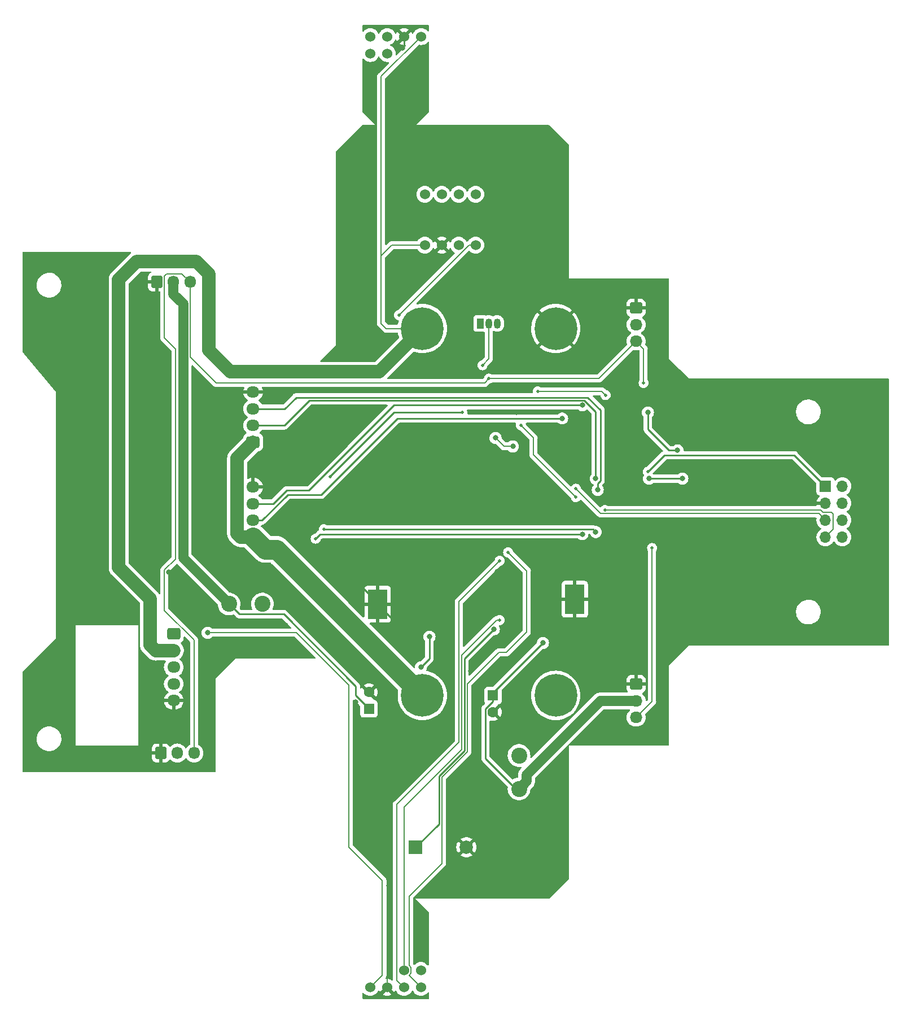
<source format=gbr>
%TF.GenerationSoftware,KiCad,Pcbnew,7.0.9*%
%TF.CreationDate,2025-02-06T15:14:37+09:00*%
%TF.ProjectId,01-MAIN,30312d4d-4149-44e2-9e6b-696361645f70,rev?*%
%TF.SameCoordinates,Original*%
%TF.FileFunction,Copper,L1,Top*%
%TF.FilePolarity,Positive*%
%FSLAX46Y46*%
G04 Gerber Fmt 4.6, Leading zero omitted, Abs format (unit mm)*
G04 Created by KiCad (PCBNEW 7.0.9) date 2025-02-06 15:14:37*
%MOMM*%
%LPD*%
G01*
G04 APERTURE LIST*
G04 Aperture macros list*
%AMRoundRect*
0 Rectangle with rounded corners*
0 $1 Rounding radius*
0 $2 $3 $4 $5 $6 $7 $8 $9 X,Y pos of 4 corners*
0 Add a 4 corners polygon primitive as box body*
4,1,4,$2,$3,$4,$5,$6,$7,$8,$9,$2,$3,0*
0 Add four circle primitives for the rounded corners*
1,1,$1+$1,$2,$3*
1,1,$1+$1,$4,$5*
1,1,$1+$1,$6,$7*
1,1,$1+$1,$8,$9*
0 Add four rect primitives between the rounded corners*
20,1,$1+$1,$2,$3,$4,$5,0*
20,1,$1+$1,$4,$5,$6,$7,0*
20,1,$1+$1,$6,$7,$8,$9,0*
20,1,$1+$1,$8,$9,$2,$3,0*%
G04 Aperture macros list end*
%TA.AperFunction,ComponentPad*%
%ADD10RoundRect,0.250000X0.725000X-0.600000X0.725000X0.600000X-0.725000X0.600000X-0.725000X-0.600000X0*%
%TD*%
%TA.AperFunction,ComponentPad*%
%ADD11O,1.950000X1.700000*%
%TD*%
%TA.AperFunction,ComponentPad*%
%ADD12C,0.800000*%
%TD*%
%TA.AperFunction,ComponentPad*%
%ADD13C,6.400000*%
%TD*%
%TA.AperFunction,ComponentPad*%
%ADD14RoundRect,0.250000X-0.725000X0.600000X-0.725000X-0.600000X0.725000X-0.600000X0.725000X0.600000X0*%
%TD*%
%TA.AperFunction,ComponentPad*%
%ADD15RoundRect,0.250000X-0.675000X0.600000X-0.675000X-0.600000X0.675000X-0.600000X0.675000X0.600000X0*%
%TD*%
%TA.AperFunction,ComponentPad*%
%ADD16O,1.850000X1.700000*%
%TD*%
%TA.AperFunction,ComponentPad*%
%ADD17R,1.050000X1.500000*%
%TD*%
%TA.AperFunction,ComponentPad*%
%ADD18O,1.050000X1.500000*%
%TD*%
%TA.AperFunction,ComponentPad*%
%ADD19RoundRect,0.250000X-0.600000X-0.675000X0.600000X-0.675000X0.600000X0.675000X-0.600000X0.675000X0*%
%TD*%
%TA.AperFunction,ComponentPad*%
%ADD20O,1.700000X1.850000*%
%TD*%
%TA.AperFunction,ComponentPad*%
%ADD21C,2.400000*%
%TD*%
%TA.AperFunction,ComponentPad*%
%ADD22R,1.600000X1.600000*%
%TD*%
%TA.AperFunction,ComponentPad*%
%ADD23C,1.600000*%
%TD*%
%TA.AperFunction,ComponentPad*%
%ADD24C,1.524000*%
%TD*%
%TA.AperFunction,ComponentPad*%
%ADD25R,2.000000X2.000000*%
%TD*%
%TA.AperFunction,ComponentPad*%
%ADD26C,2.000000*%
%TD*%
%TA.AperFunction,ComponentPad*%
%ADD27C,0.600000*%
%TD*%
%TA.AperFunction,SMDPad,CuDef*%
%ADD28R,2.950000X4.500000*%
%TD*%
%TA.AperFunction,ComponentPad*%
%ADD29R,1.700000X1.700000*%
%TD*%
%TA.AperFunction,ComponentPad*%
%ADD30O,1.700000X1.700000*%
%TD*%
%TA.AperFunction,ViaPad*%
%ADD31C,0.800000*%
%TD*%
%TA.AperFunction,ViaPad*%
%ADD32C,0.500000*%
%TD*%
%TA.AperFunction,Conductor*%
%ADD33C,0.250000*%
%TD*%
%TA.AperFunction,Conductor*%
%ADD34C,1.500000*%
%TD*%
%TA.AperFunction,Conductor*%
%ADD35C,0.200000*%
%TD*%
%TA.AperFunction,Conductor*%
%ADD36C,2.000000*%
%TD*%
%TA.AperFunction,Conductor*%
%ADD37C,3.000000*%
%TD*%
G04 APERTURE END LIST*
D10*
%TO.P,J1,1,Pin_1*%
%TO.N,+5V*%
X104610214Y-89525000D03*
D11*
%TO.P,J1,2,Pin_2*%
%TO.N,UART4_TX*%
X104610214Y-87025000D03*
%TO.P,J1,3,Pin_3*%
%TO.N,UART4_RX*%
X104610214Y-84525000D03*
%TO.P,J1,4,Pin_4*%
%TO.N,GND*%
X104610214Y-82025000D03*
%TD*%
D12*
%TO.P,H4,1,1*%
%TO.N,+5V*%
X127600000Y-127500000D03*
X128302944Y-125802944D03*
X128302944Y-129197056D03*
X130000000Y-125100000D03*
D13*
X130000000Y-127500000D03*
D12*
X130000000Y-129900000D03*
X131697056Y-125802944D03*
X131697056Y-129197056D03*
X132400000Y-127500000D03*
%TD*%
D14*
%TO.P,J3,1,Pin_1*%
%TO.N,+5V*%
X92710000Y-118270000D03*
D11*
%TO.P,J3,2,Pin_2*%
%TO.N,+3V3*%
X92710000Y-120770000D03*
%TO.P,J3,3,Pin_3*%
%TO.N,UART2_TX*%
X92710000Y-123270000D03*
%TO.P,J3,4,Pin_4*%
%TO.N,UART2_RX*%
X92710000Y-125770000D03*
%TO.P,J3,5,Pin_5*%
%TO.N,GND*%
X92710000Y-128270000D03*
%TD*%
D15*
%TO.P,J5,1,Pin_1*%
%TO.N,GND*%
X162052000Y-69422000D03*
D16*
%TO.P,J5,2,Pin_2*%
%TO.N,Net-(D7-A)*%
X162052000Y-71922000D03*
%TO.P,J5,3,Pin_3*%
%TO.N,STS_SIG*%
X162052000Y-74422000D03*
%TD*%
D17*
%TO.P,Q1,1,E*%
%TO.N,Net-(Q1-E)*%
X138684000Y-71734000D03*
D18*
%TO.P,Q1,2,C*%
%TO.N,+5V*%
X139954000Y-71734000D03*
%TO.P,Q1,3,B*%
%TO.N,Net-(Q1-B)*%
X141224000Y-71734000D03*
%TD*%
D19*
%TO.P,J8,1,Pin_1*%
%TO.N,GND*%
X90170000Y-65532000D03*
D20*
%TO.P,J8,2,Pin_2*%
%TO.N,Net-(D8-A)*%
X92670000Y-65532000D03*
%TO.P,J8,3,Pin_3*%
%TO.N,STS_SIG*%
X95170000Y-65532000D03*
%TD*%
D21*
%TO.P,L2,1*%
%TO.N,Net-(D6-K)*%
X106005000Y-113792000D03*
%TO.P,L2,2*%
%TO.N,Net-(D8-A)*%
X101005000Y-113792000D03*
%TD*%
D19*
%TO.P,J7,1,Pin_1*%
%TO.N,GND*%
X90758000Y-136144000D03*
D20*
%TO.P,J7,2,Pin_2*%
%TO.N,Net-(D8-A)*%
X93258000Y-136144000D03*
%TO.P,J7,3,Pin_3*%
%TO.N,STS_SIG*%
X95758000Y-136144000D03*
%TD*%
D22*
%TO.P,C18,1*%
%TO.N,Net-(D7-A)*%
X140589000Y-127500000D03*
D23*
%TO.P,C18,2*%
%TO.N,GND*%
X140589000Y-130000000D03*
%TD*%
D12*
%TO.P,H2,1,1*%
%TO.N,GND*%
X147600000Y-72500000D03*
X148302944Y-70802944D03*
X148302944Y-74197056D03*
X150000000Y-70100000D03*
D13*
X150000000Y-72500000D03*
D12*
X150000000Y-74900000D03*
X151697056Y-70802944D03*
X151697056Y-74197056D03*
X152400000Y-72500000D03*
%TD*%
D24*
%TO.P,U5,1,3V3*%
%TO.N,+3V3*%
X122174000Y-171270000D03*
%TO.P,U5,2,GND*%
%TO.N,GND*%
X124714000Y-171270000D03*
%TO.P,U5,3,SCL*%
%TO.N,I2C1_SCL*%
X127254000Y-171270000D03*
%TO.P,U5,4,SDA*%
%TO.N,I2C1_SDA*%
X129794000Y-171270000D03*
%TO.P,U5,5,XSHUT*%
%TO.N,XSHUT2*%
X127254000Y-168730000D03*
%TO.P,U5,6,GPIO*%
%TO.N,unconnected-(U5-GPIO-Pad6)*%
X129794000Y-168730000D03*
%TD*%
D15*
%TO.P,J6,1,Pin_1*%
%TO.N,GND*%
X162052000Y-125810000D03*
D16*
%TO.P,J6,2,Pin_2*%
%TO.N,Net-(D7-A)*%
X162052000Y-128310000D03*
%TO.P,J6,3,Pin_3*%
%TO.N,STS_SIG*%
X162052000Y-130810000D03*
%TD*%
D12*
%TO.P,H3,1,1*%
%TO.N,+3V3*%
X127600000Y-72500000D03*
X128302944Y-70802944D03*
X128302944Y-74197056D03*
X130000000Y-70100000D03*
D13*
X130000000Y-72500000D03*
D12*
X130000000Y-74900000D03*
X131697056Y-70802944D03*
X131697056Y-74197056D03*
X132400000Y-72500000D03*
%TD*%
D24*
%TO.P,U3,1,3V3*%
%TO.N,+3V3*%
X129810000Y-28730000D03*
%TO.P,U3,2,GND*%
%TO.N,GND*%
X127270000Y-28730000D03*
%TO.P,U3,3,SCL*%
%TO.N,I2C1_SCL*%
X124730000Y-28730000D03*
%TO.P,U3,4,SDA*%
%TO.N,I2C1_SDA*%
X122190000Y-28730000D03*
%TO.P,U3,5,XSHUT*%
%TO.N,XSHUT1*%
X124730000Y-31270000D03*
%TO.P,U3,6,GPIO*%
%TO.N,unconnected-(U3-GPIO-Pad6)*%
X122190000Y-31270000D03*
%TD*%
D10*
%TO.P,J2,1,Pin_1*%
%TO.N,+5V*%
X104610214Y-103759000D03*
D11*
%TO.P,J2,2,Pin_2*%
%TO.N,UART5_TX*%
X104610214Y-101259000D03*
%TO.P,J2,3,Pin_3*%
%TO.N,UART5_RX*%
X104610214Y-98759000D03*
%TO.P,J2,4,Pin_4*%
%TO.N,GND*%
X104610214Y-96259000D03*
%TD*%
D24*
%TO.P,U4,1,VIN*%
%TO.N,+3V3*%
X130380000Y-60000000D03*
%TO.P,U4,2,GND*%
%TO.N,GND*%
X132920000Y-60000000D03*
%TO.P,U4,3,SDA*%
%TO.N,I2C1_SDA*%
X135460000Y-60000000D03*
%TO.P,U4,4,SCL*%
%TO.N,I2C1_SCL*%
X138000000Y-60000000D03*
%TO.P,U4,5,RST*%
%TO.N,unconnected-(U4-RST-Pad5)*%
X138000000Y-52380000D03*
%TO.P,U4,6,INT*%
%TO.N,unconnected-(U4-INT-Pad6)*%
X135460000Y-52380000D03*
%TO.P,U4,7,GND*%
%TO.N,unconnected-(U4-GND-Pad7)*%
X132920000Y-52380000D03*
%TO.P,U4,8,VOUT*%
%TO.N,unconnected-(U4-VOUT-Pad8)*%
X130380000Y-52380000D03*
%TD*%
D22*
%TO.P,C19,1*%
%TO.N,Net-(D8-A)*%
X122000000Y-129500000D03*
D23*
%TO.P,C19,2*%
%TO.N,GND*%
X122000000Y-127000000D03*
%TD*%
D25*
%TO.P,BZ1,1,-*%
%TO.N,buzzer*%
X129000000Y-150241000D03*
D26*
%TO.P,BZ1,2,+*%
%TO.N,GND*%
X136600000Y-150241000D03*
%TD*%
D21*
%TO.P,L1,1*%
%TO.N,Net-(D5-K)*%
X144500000Y-136500000D03*
%TO.P,L1,2*%
%TO.N,Net-(D7-A)*%
X144500000Y-141500000D03*
%TD*%
D12*
%TO.P,H1,1,1*%
%TO.N,VDD*%
X147600000Y-127500000D03*
X148302944Y-125802944D03*
X148302944Y-129197056D03*
X150000000Y-125100000D03*
D13*
X150000000Y-127500000D03*
D12*
X150000000Y-129900000D03*
X151697056Y-125802944D03*
X151697056Y-129197056D03*
X152400000Y-127500000D03*
%TD*%
D27*
%TO.P,U8,9,GNDPAD*%
%TO.N,GND*%
X123882000Y-115633000D03*
X123882000Y-114533000D03*
X123882000Y-113233000D03*
X123882000Y-112033000D03*
D28*
X123282000Y-113833000D03*
D27*
X122682000Y-115633000D03*
X122682000Y-114533000D03*
X122682000Y-113233000D03*
X122682000Y-112033000D03*
%TD*%
%TO.P,U7,9,GNDPAD*%
%TO.N,GND*%
X153455000Y-114884000D03*
X153455000Y-113784000D03*
X153455000Y-112484000D03*
X153455000Y-111284000D03*
D28*
X152855000Y-113084000D03*
D27*
X152255000Y-114884000D03*
X152255000Y-113784000D03*
X152255000Y-112484000D03*
X152255000Y-111284000D03*
%TD*%
D29*
%TO.P,J9,1,Pin_1*%
%TO.N,+3V3*%
X190460000Y-96150000D03*
D30*
%TO.P,J9,2,Pin_2*%
%TO.N,unconnected-(J9-Pin_2-Pad2)*%
X193000000Y-96150000D03*
%TO.P,J9,3,Pin_3*%
%TO.N,GND*%
X190460000Y-98690000D03*
%TO.P,J9,4,Pin_4*%
%TO.N,BOOT0*%
X193000000Y-98690000D03*
%TO.P,J9,5,Pin_5*%
%TO.N,UART1_TX*%
X190460000Y-101230000D03*
%TO.P,J9,6,Pin_6*%
%TO.N,NRST*%
X193000000Y-101230000D03*
%TO.P,J9,7,Pin_7*%
%TO.N,UART1_RX*%
X190460000Y-103770000D03*
%TO.P,J9,8,Pin_8*%
%TO.N,unconnected-(J9-Pin_8-Pad8)*%
X193000000Y-103770000D03*
%TD*%
D31*
%TO.N,buzzer*%
X140720299Y-117597701D03*
%TO.N,GND*%
X173000000Y-92500000D03*
X164500000Y-80000000D03*
X199000000Y-101500000D03*
X137000000Y-72000000D03*
X122000000Y-43000000D03*
X122500000Y-71500000D03*
X181000000Y-90000000D03*
X184500000Y-92500000D03*
X128500000Y-61000000D03*
X141224000Y-108966000D03*
X127000000Y-68000000D03*
X172500000Y-96500000D03*
X132080000Y-117602000D03*
X122500000Y-63500000D03*
X91500000Y-76000000D03*
X126000000Y-61500000D03*
X71000000Y-73000000D03*
X138500000Y-49500000D03*
X157734000Y-86106000D03*
X158877000Y-109982000D03*
X119000000Y-110500000D03*
X125000000Y-65500000D03*
X127000000Y-30480000D03*
X91500000Y-88000000D03*
X139500000Y-116000000D03*
X148082000Y-121793000D03*
X137287000Y-123825000D03*
X82000000Y-99000000D03*
X146500000Y-130500000D03*
X76000000Y-87000000D03*
X184000000Y-102000000D03*
X112000000Y-105000000D03*
X134112000Y-147193000D03*
X131500000Y-64000000D03*
X188000000Y-96000000D03*
X141000000Y-96000000D03*
X122500000Y-76500000D03*
X86500000Y-75500000D03*
X91500000Y-93500000D03*
X150500000Y-154500000D03*
X177500000Y-96000000D03*
X82000000Y-104000000D03*
X71000000Y-69000000D03*
X82000000Y-110000000D03*
X171000000Y-81000000D03*
X166000000Y-134000000D03*
X138000000Y-129500000D03*
X138000000Y-90500000D03*
X140000000Y-104500000D03*
X129500000Y-113000000D03*
X168148000Y-79502000D03*
X110000000Y-114500000D03*
X125000000Y-69500000D03*
X84000000Y-62000000D03*
X115000000Y-99000000D03*
X175000000Y-111000000D03*
X139000000Y-57000000D03*
X174500000Y-98500000D03*
X86500000Y-96500000D03*
X125730000Y-126873000D03*
X71000000Y-131000000D03*
X199000000Y-106500000D03*
X166370000Y-73152000D03*
X184500000Y-81000000D03*
X127000000Y-87630000D03*
X151000000Y-79000000D03*
X74000000Y-79000000D03*
X159000000Y-79500000D03*
X130000000Y-65500000D03*
X172000000Y-102000000D03*
X177000000Y-102000000D03*
X199000000Y-112000000D03*
X142113000Y-135382000D03*
X120000000Y-94000000D03*
X124587000Y-131318000D03*
X71000000Y-138000000D03*
X171500000Y-119000000D03*
X125857000Y-129921000D03*
X134000000Y-115000000D03*
X140970000Y-100965000D03*
X130500000Y-157000000D03*
X133500000Y-43500000D03*
X125500000Y-44000000D03*
X121500000Y-37500000D03*
X142748000Y-118618000D03*
X124714000Y-147955000D03*
X111500000Y-112500000D03*
X71000000Y-125000000D03*
X76000000Y-92000000D03*
X153500000Y-79000000D03*
X122500000Y-134000000D03*
X162560000Y-86360000D03*
X168000000Y-96500000D03*
X138049000Y-126619000D03*
X90000000Y-111000000D03*
X125000000Y-156000000D03*
X82000000Y-88000000D03*
X144500000Y-57000000D03*
X186500000Y-90000000D03*
X159512000Y-93980000D03*
X132500000Y-58000000D03*
X136500000Y-157000000D03*
X124587000Y-142113000D03*
X128524000Y-117602000D03*
X120142000Y-139065000D03*
X129540000Y-160020000D03*
X134000000Y-126500000D03*
X151000000Y-63500000D03*
X106500000Y-88500000D03*
X129413000Y-137668000D03*
X193000000Y-81000000D03*
X82000000Y-83000000D03*
X148500000Y-43500000D03*
X77000000Y-73000000D03*
X86500000Y-86000000D03*
X132500000Y-54500000D03*
X129000000Y-43500000D03*
X157607000Y-113157000D03*
X98000000Y-138000000D03*
X154000000Y-66000000D03*
X169000000Y-115500000D03*
X131000000Y-96000000D03*
X125500000Y-100000000D03*
X130000000Y-35000000D03*
X76000000Y-97000000D03*
X199000000Y-93000000D03*
X162500000Y-84000000D03*
X143510000Y-77470000D03*
X143500000Y-43500000D03*
X190000000Y-93500000D03*
X147828000Y-115316000D03*
X86000000Y-114000000D03*
X135500000Y-57500000D03*
X134000000Y-141000000D03*
X76000000Y-118000000D03*
X144526000Y-104902000D03*
X130000000Y-31000000D03*
X86500000Y-81000000D03*
X148000000Y-157000000D03*
X110500000Y-119500000D03*
X130000000Y-39500000D03*
X150500000Y-138500000D03*
X125000000Y-89500000D03*
X162000000Y-76500000D03*
X166000000Y-130000000D03*
X130048000Y-166370000D03*
X133000000Y-69000000D03*
X86500000Y-91500000D03*
X128905000Y-76835000D03*
X120015000Y-132588000D03*
X75000000Y-138000000D03*
X99500000Y-91500000D03*
X113500000Y-118000000D03*
X166000000Y-66000000D03*
X144145000Y-85090000D03*
X108000000Y-109000000D03*
X140000000Y-106500000D03*
X113500000Y-114500000D03*
X148556858Y-104868858D03*
X138500000Y-43500000D03*
X190500000Y-119000000D03*
X122500000Y-57000000D03*
X98000000Y-131500000D03*
X112500000Y-121000000D03*
X84000000Y-138000000D03*
X136000000Y-79500000D03*
X159004000Y-121158000D03*
X147193000Y-141986000D03*
X109500000Y-117000000D03*
X143510000Y-139065000D03*
X96000000Y-96500000D03*
X166000000Y-125000000D03*
X105000000Y-107500000D03*
X101000000Y-111500000D03*
X150500000Y-143500000D03*
X143000000Y-157000000D03*
X76000000Y-103000000D03*
X125500000Y-104500000D03*
X138000000Y-138000000D03*
X133858000Y-133858000D03*
X151000000Y-45500000D03*
X78000000Y-62000000D03*
X143000000Y-152500000D03*
X151000000Y-50500000D03*
X122500000Y-49500000D03*
X176000000Y-90000000D03*
X140500000Y-133000000D03*
X199000000Y-85500000D03*
X122500000Y-67000000D03*
X151000000Y-59500000D03*
X157988000Y-88900000D03*
X134112000Y-153289000D03*
X157500000Y-84000000D03*
X91500000Y-98500000D03*
X76000000Y-108000000D03*
X86500000Y-70000000D03*
X102500000Y-88500000D03*
X179000000Y-119000000D03*
X168000000Y-104500000D03*
X133731000Y-130175000D03*
X141351000Y-140970000D03*
X146500000Y-65000000D03*
X148590000Y-109728000D03*
X167500000Y-121000000D03*
X118500000Y-61000000D03*
X177500000Y-81000000D03*
X109500000Y-93000000D03*
X151000000Y-68500000D03*
X118500000Y-46500000D03*
X159500000Y-66000000D03*
X115500000Y-109000000D03*
X114500000Y-84500000D03*
X171196000Y-89916000D03*
X80000000Y-116000000D03*
X199000000Y-119000000D03*
X105000000Y-119500000D03*
X82000000Y-94000000D03*
X96000000Y-105500000D03*
X123000000Y-84500000D03*
X168148000Y-84582000D03*
X82000000Y-78000000D03*
X134500000Y-112000000D03*
X144018000Y-98044000D03*
X92000000Y-109000000D03*
X149606000Y-90932000D03*
X87000000Y-107000000D03*
X88000000Y-134000000D03*
X146000000Y-72000000D03*
X126492000Y-109982000D03*
X76000000Y-82000000D03*
X91500000Y-81500000D03*
X117000000Y-76500000D03*
X154432000Y-93726000D03*
X114500000Y-93000000D03*
X122936000Y-109728000D03*
X79000000Y-138000000D03*
X146812000Y-87376000D03*
X120000000Y-128500000D03*
X182500000Y-110500000D03*
X163576000Y-92456000D03*
X154500000Y-134000000D03*
X129500000Y-107000000D03*
X158500000Y-134000000D03*
X122500000Y-151500000D03*
X99500000Y-102000000D03*
X136500000Y-114000000D03*
X74000000Y-122000000D03*
X136500000Y-118500000D03*
X148000000Y-60000000D03*
X82000000Y-68000000D03*
X86000000Y-116000000D03*
X135500000Y-69000000D03*
X131500000Y-50000000D03*
X88000000Y-122000000D03*
X129540000Y-115062000D03*
X103000000Y-121500000D03*
X82000000Y-73000000D03*
X117856000Y-108204000D03*
X133500000Y-65500000D03*
X142875000Y-145796000D03*
X123000000Y-33000000D03*
X86500000Y-102000000D03*
X154051000Y-125730000D03*
X89000000Y-138000000D03*
X138500000Y-62000000D03*
X170500000Y-93500000D03*
X120142000Y-149479000D03*
X96000000Y-86000000D03*
X143000000Y-61500000D03*
X136000000Y-100500000D03*
X76000000Y-113000000D03*
X71000000Y-63000000D03*
X144500000Y-50000000D03*
X151000000Y-55000000D03*
X142875000Y-88265000D03*
X118500000Y-53000000D03*
X125500000Y-57500000D03*
X96000000Y-79500000D03*
X135000000Y-49000000D03*
X106000000Y-111000000D03*
X144000000Y-69000000D03*
X132000000Y-123500000D03*
X71000000Y-76000000D03*
X135000000Y-87500000D03*
X150500000Y-149000000D03*
X126365000Y-79375000D03*
X199000000Y-81000000D03*
X91500000Y-103500000D03*
X144000000Y-125500000D03*
%TO.N,NRST*%
X164000000Y-95000000D03*
X169000000Y-95000000D03*
%TO.N,+3V3*%
X140970000Y-88900000D03*
D32*
X163830000Y-93980000D03*
D31*
X97790000Y-118110000D03*
X143574500Y-90170000D03*
D32*
%TO.N,+5V*%
X139000000Y-78000000D03*
X116205000Y-94672683D03*
X136000000Y-85090000D03*
D31*
%TO.N,Net-(D7-A)*%
X148082000Y-119634000D03*
%TO.N,Net-(D8-A)*%
X129794000Y-123260500D03*
X131064000Y-118690000D03*
%TO.N,UART4_TX*%
X156000000Y-95000000D03*
%TO.N,UART4_RX*%
X156308319Y-96691681D03*
%TO.N,UART5_TX*%
X150975048Y-85975048D03*
%TO.N,UART5_RX*%
X154000000Y-84000000D03*
D32*
%TO.N,UART2_TX*%
X115242104Y-102601500D03*
D31*
X156000000Y-103000000D03*
%TO.N,UART2_RX*%
X154002107Y-103326500D03*
D32*
X114000000Y-104000000D03*
%TO.N,STS_SIG*%
X163195000Y-80645000D03*
X140000000Y-80000000D03*
X164465000Y-105410000D03*
D31*
%TO.N,BOOT0*%
X168275000Y-90775500D03*
X163830000Y-85090000D03*
D32*
%TO.N,XSHUT1*%
X153035000Y-97790000D03*
X144780000Y-86995000D03*
%TO.N,XSHUT2*%
X141605000Y-116205000D03*
%TO.N,UART1_TX*%
X153043875Y-96511125D03*
%TO.N,UART1_RX*%
X157413500Y-99695000D03*
%TO.N,I2C1_SCL*%
X126476895Y-70485000D03*
X141605000Y-107315000D03*
%TO.N,I2C1_SDA*%
X142875000Y-106045000D03*
X157480000Y-82480686D03*
X147320000Y-81915000D03*
%TD*%
D33*
%TO.N,Net-(D7-A)*%
X140589000Y-127127000D02*
X148082000Y-119634000D01*
X140589000Y-128409009D02*
X140589000Y-127127000D01*
X139464000Y-129534009D02*
X140589000Y-128409009D01*
X144040000Y-141500000D02*
X139464000Y-136924000D01*
X144500000Y-141500000D02*
X144040000Y-141500000D01*
X139464000Y-136924000D02*
X139464000Y-129534009D01*
D34*
X145622000Y-139378000D02*
X156690000Y-128310000D01*
X145622000Y-140378000D02*
X145622000Y-139378000D01*
X156690000Y-128310000D02*
X162052000Y-128310000D01*
X144500000Y-141500000D02*
X145622000Y-140378000D01*
D33*
%TO.N,Net-(D8-A)*%
X102530000Y-115317000D02*
X101005000Y-113792000D01*
X120000000Y-126096000D02*
X109221000Y-115317000D01*
X120000000Y-127474695D02*
X120000000Y-126096000D01*
X120725000Y-128225000D02*
X120725000Y-128199695D01*
X120725000Y-128199695D02*
X120000000Y-127474695D01*
X122000000Y-129500000D02*
X120725000Y-128225000D01*
X109221000Y-115317000D02*
X102530000Y-115317000D01*
%TO.N,buzzer*%
X132500000Y-139601040D02*
X132500000Y-146741000D01*
X136315000Y-122003000D02*
X136315000Y-135786040D01*
X132500000Y-146741000D02*
X129000000Y-150241000D01*
X140720299Y-117597701D02*
X136315000Y-122003000D01*
X136315000Y-135786040D02*
X132500000Y-139601040D01*
%TO.N,GND*%
X123282000Y-113833000D02*
X127051000Y-117602000D01*
D35*
X124714000Y-156286000D02*
X124714000Y-171270000D01*
X137000000Y-72000000D02*
X137000000Y-71543000D01*
D33*
X123282000Y-113630000D02*
X117856000Y-108204000D01*
X127051000Y-117602000D02*
X128524000Y-117602000D01*
D35*
X137000000Y-71543000D02*
X137000000Y-73000000D01*
X125000000Y-156000000D02*
X124714000Y-156286000D01*
D33*
X123282000Y-113833000D02*
X123282000Y-113630000D01*
X127270000Y-30210000D02*
X127000000Y-30480000D01*
X127270000Y-28730000D02*
X127270000Y-30210000D01*
%TO.N,NRST*%
X164000000Y-95000000D02*
X169000000Y-95000000D01*
D35*
%TO.N,+3V3*%
X124000000Y-155215950D02*
X119000000Y-150215950D01*
D36*
X96095000Y-62440000D02*
X98000000Y-64345000D01*
D35*
X119000000Y-125985000D02*
X111125000Y-118110000D01*
X140970000Y-88900000D02*
X142240000Y-90170000D01*
X125420000Y-60000000D02*
X123825000Y-61595000D01*
D36*
X84455000Y-65151000D02*
X87166000Y-62440000D01*
X123499999Y-79000001D02*
X130000000Y-72500000D01*
D35*
X123825000Y-34715000D02*
X123825000Y-71755000D01*
X124570000Y-72500000D02*
X130000000Y-72500000D01*
D36*
X89985000Y-120770000D02*
X89154000Y-119939000D01*
D35*
X124000000Y-169444000D02*
X124000000Y-155215950D01*
D36*
X89154000Y-113030000D02*
X84455000Y-108331000D01*
D33*
X166310000Y-91500000D02*
X185810000Y-91500000D01*
D35*
X111125000Y-118110000D02*
X97790000Y-118110000D01*
D36*
X89154000Y-119939000D02*
X89154000Y-113030000D01*
X98000000Y-64345000D02*
X98000000Y-75775000D01*
D35*
X123825000Y-61595000D02*
X123825000Y-71755000D01*
D33*
X163830000Y-93980000D02*
X166310000Y-91500000D01*
D35*
X119000000Y-150215950D02*
X119000000Y-125985000D01*
D36*
X87166000Y-62440000D02*
X96095000Y-62440000D01*
X92710000Y-120770000D02*
X89985000Y-120770000D01*
D35*
X142240000Y-90170000D02*
X143574500Y-90170000D01*
X130380000Y-60000000D02*
X125420000Y-60000000D01*
D36*
X98000000Y-75775000D02*
X101225001Y-79000001D01*
X101225001Y-79000001D02*
X123499999Y-79000001D01*
D35*
X123825000Y-71755000D02*
X124570000Y-72500000D01*
D33*
X185810000Y-91500000D02*
X190460000Y-96150000D01*
D35*
X129810000Y-28730000D02*
X123825000Y-34715000D01*
X122174000Y-171270000D02*
X124000000Y-169444000D01*
D36*
X84455000Y-108331000D02*
X84455000Y-65151000D01*
D37*
%TO.N,+5V*%
X108104000Y-105604000D02*
X106405214Y-105604000D01*
D35*
X139954000Y-77046000D02*
X139000000Y-78000000D01*
D36*
X102219000Y-103261619D02*
X102716381Y-103759000D01*
D35*
X139954000Y-71734000D02*
X139954000Y-77046000D01*
D36*
X102219000Y-91916214D02*
X104610214Y-89525000D01*
D33*
X116205000Y-94672683D02*
X116205000Y-94659351D01*
D37*
X130000000Y-127500000D02*
X108104000Y-105604000D01*
D33*
X125774351Y-85090000D02*
X136000000Y-85090000D01*
D36*
X102219000Y-103261619D02*
X102219000Y-91916214D01*
X102716381Y-103759000D02*
X104610214Y-103759000D01*
D37*
X106405214Y-105604000D02*
X104610214Y-103809000D01*
D33*
X116205000Y-94659351D02*
X125774351Y-85090000D01*
D34*
%TO.N,Net-(D8-A)*%
X101005000Y-113792000D02*
X94120000Y-106907000D01*
X94120000Y-68847000D02*
X92670000Y-67397000D01*
X94120000Y-106907000D02*
X94120000Y-68847000D01*
D33*
X129794000Y-123260500D02*
X131064000Y-121990500D01*
D34*
X92670000Y-67397000D02*
X92670000Y-65532000D01*
D33*
X131064000Y-121990500D02*
X131064000Y-118690000D01*
%TO.N,UART4_TX*%
X113048500Y-83275000D02*
X109298500Y-87025000D01*
X154300305Y-83275000D02*
X113048500Y-83275000D01*
X156000000Y-95000000D02*
X156000000Y-84974695D01*
X109298500Y-87025000D02*
X104610214Y-87025000D01*
X156000000Y-84974695D02*
X154300305Y-83275000D01*
%TO.N,UART4_RX*%
X156308319Y-96691681D02*
X156308319Y-95716986D01*
X154825000Y-82825000D02*
X111125000Y-82825000D01*
X104610214Y-84525000D02*
X109357000Y-84525000D01*
X156725000Y-95300305D02*
X156725000Y-84725000D01*
X111125000Y-82825000D02*
X111057000Y-82825000D01*
X156308319Y-95716986D02*
X156725000Y-95300305D01*
X109357000Y-84525000D02*
X111057000Y-82825000D01*
X156725000Y-84725000D02*
X154825000Y-82825000D01*
%TO.N,UART5_TX*%
X105958000Y-101259000D02*
X104610214Y-101259000D01*
X126257000Y-86000000D02*
X114848000Y-97409000D01*
X150950096Y-86000000D02*
X126257000Y-86000000D01*
X109808000Y-97409000D02*
X105958000Y-101259000D01*
X114848000Y-97409000D02*
X109808000Y-97409000D01*
X150975048Y-85975048D02*
X150950096Y-86000000D01*
%TO.N,UART5_RX*%
X125984000Y-84000000D02*
X125757000Y-84000000D01*
X107649000Y-98759000D02*
X104610214Y-98759000D01*
X154000000Y-84000000D02*
X125984000Y-84000000D01*
X125757000Y-84000000D02*
X112983000Y-96774000D01*
X109634000Y-96774000D02*
X107649000Y-98759000D01*
X112983000Y-96774000D02*
X109634000Y-96774000D01*
%TO.N,UART2_TX*%
X115242104Y-102601500D02*
X155601500Y-102601500D01*
X155601500Y-102601500D02*
X156000000Y-103000000D01*
%TO.N,UART2_RX*%
X154002107Y-103326500D02*
X115153500Y-103326500D01*
X115153500Y-103326500D02*
X114673500Y-103326500D01*
X114673500Y-103326500D02*
X114000000Y-104000000D01*
D35*
%TO.N,STS_SIG*%
X91300000Y-114750256D02*
X95758000Y-119208256D01*
X92964000Y-107046050D02*
X91300000Y-108710050D01*
X91320000Y-64622256D02*
X91320000Y-73907000D01*
X91300000Y-108710050D02*
X91300000Y-114750256D01*
X92964000Y-75565000D02*
X92964000Y-107046050D01*
X164465000Y-105410000D02*
X164465000Y-128397000D01*
X156474000Y-80000000D02*
X140000000Y-80000000D01*
X162052000Y-74422000D02*
X156474000Y-80000000D01*
X163195000Y-75565000D02*
X163195000Y-80645000D01*
X139355000Y-80645000D02*
X140000000Y-80000000D01*
X91313000Y-73914000D02*
X92964000Y-75565000D01*
X95170000Y-65532000D02*
X93945000Y-64307000D01*
X91635256Y-64307000D02*
X91320000Y-64622256D01*
X95758000Y-119208256D02*
X95758000Y-136144000D01*
X99060000Y-80645000D02*
X139355000Y-80645000D01*
X93945000Y-64307000D02*
X91635256Y-64307000D01*
X95170000Y-65532000D02*
X95170000Y-76755000D01*
X95170000Y-65532000D02*
X94742000Y-65532000D01*
X95170000Y-76755000D02*
X99060000Y-80645000D01*
X162052000Y-74422000D02*
X163195000Y-75565000D01*
X164465000Y-128397000D02*
X162052000Y-130810000D01*
X91320000Y-73907000D02*
X91313000Y-73914000D01*
D33*
%TO.N,BOOT0*%
X163830000Y-87630000D02*
X166975500Y-90775500D01*
X163830000Y-85090000D02*
X163830000Y-87630000D01*
X166975500Y-90775500D02*
X168275000Y-90775500D01*
D35*
%TO.N,XSHUT1*%
X146685000Y-88900000D02*
X146685000Y-91440000D01*
X144780000Y-86995000D02*
X146685000Y-88900000D01*
X146685000Y-91440000D02*
X153035000Y-97790000D01*
%TO.N,XSHUT2*%
X135890000Y-135610000D02*
X127254000Y-144246000D01*
X141123050Y-116205000D02*
X135890000Y-121438050D01*
X127254000Y-144246000D02*
X127254000Y-168730000D01*
X135890000Y-121438050D02*
X135890000Y-135610000D01*
X141605000Y-116205000D02*
X141123050Y-116205000D01*
%TO.N,UART1_TX*%
X153043875Y-96511125D02*
X153043875Y-96528875D01*
X189475000Y-100245000D02*
X190460000Y-101230000D01*
X153043875Y-96528875D02*
X156760000Y-100245000D01*
X156760000Y-100245000D02*
X189475000Y-100245000D01*
%TO.N,UART1_RX*%
X157413500Y-99695000D02*
X189738000Y-99695000D01*
X190123000Y-100080000D02*
X191393000Y-100080000D01*
X191643000Y-102587000D02*
X190460000Y-103770000D01*
X189738000Y-99695000D02*
X190123000Y-100080000D01*
X191393000Y-100080000D02*
X191643000Y-100330000D01*
X191643000Y-100330000D02*
X191643000Y-102587000D01*
%TO.N,I2C1_SCL*%
X127254000Y-171270000D02*
X126192000Y-170208000D01*
X136961895Y-60000000D02*
X138000000Y-60000000D01*
X135490000Y-134512000D02*
X135490000Y-113430000D01*
X126192000Y-170208000D02*
X126192000Y-143810000D01*
X135490000Y-113430000D02*
X141605000Y-107315000D01*
X126476895Y-70485000D02*
X136961895Y-60000000D01*
X126192000Y-143810000D02*
X135490000Y-134512000D01*
%TO.N,I2C1_SDA*%
X129794000Y-171270000D02*
X128004947Y-169480947D01*
X156914314Y-81915000D02*
X157480000Y-82480686D01*
X145669000Y-108839000D02*
X142875000Y-106045000D01*
X132925000Y-152698000D02*
X132925000Y-139777080D01*
X147320000Y-81915000D02*
X156914314Y-81915000D01*
X128316000Y-169169895D02*
X128316000Y-168290105D01*
X141478000Y-121031000D02*
X142621000Y-121031000D01*
X128316000Y-168290105D02*
X128000000Y-167974105D01*
X145669000Y-117983000D02*
X145669000Y-108839000D01*
X132925000Y-139777080D02*
X136740000Y-135962080D01*
X136740000Y-125769000D02*
X141478000Y-121031000D01*
X128000000Y-157623000D02*
X132925000Y-152698000D01*
X142621000Y-121031000D02*
X145669000Y-117983000D01*
X136740000Y-135962080D02*
X136740000Y-125769000D01*
X128000000Y-167974105D02*
X128000000Y-157623000D01*
X128004947Y-169480947D02*
X128316000Y-169169895D01*
%TD*%
%TA.AperFunction,Conductor*%
%TO.N,GND*%
G36*
X125765741Y-171968187D02*
G01*
X125765742Y-171968186D01*
X125811093Y-171903420D01*
X125811100Y-171903408D01*
X125871342Y-171774219D01*
X125917514Y-171721779D01*
X125984707Y-171702627D01*
X126051588Y-171722842D01*
X126096106Y-171774219D01*
X126156464Y-171903658D01*
X126156468Y-171903666D01*
X126283170Y-172084615D01*
X126283175Y-172084621D01*
X126439378Y-172240824D01*
X126439384Y-172240829D01*
X126620333Y-172367531D01*
X126620335Y-172367532D01*
X126620338Y-172367534D01*
X126820550Y-172460894D01*
X127033932Y-172518070D01*
X127191123Y-172531822D01*
X127253998Y-172537323D01*
X127254000Y-172537323D01*
X127254002Y-172537323D01*
X127309017Y-172532509D01*
X127474068Y-172518070D01*
X127687450Y-172460894D01*
X127887662Y-172367534D01*
X128068620Y-172240826D01*
X128224826Y-172084620D01*
X128351534Y-171903662D01*
X128411618Y-171774811D01*
X128457790Y-171722371D01*
X128524983Y-171703219D01*
X128591865Y-171723435D01*
X128636382Y-171774811D01*
X128696464Y-171903658D01*
X128696468Y-171903666D01*
X128823170Y-172084615D01*
X128823175Y-172084621D01*
X128979378Y-172240824D01*
X128979384Y-172240829D01*
X129160333Y-172367531D01*
X129160335Y-172367532D01*
X129160338Y-172367534D01*
X129360550Y-172460894D01*
X129573932Y-172518070D01*
X129731123Y-172531822D01*
X129793998Y-172537323D01*
X129794000Y-172537323D01*
X129794002Y-172537323D01*
X129849017Y-172532509D01*
X130014068Y-172518070D01*
X130227450Y-172460894D01*
X130427662Y-172367534D01*
X130608620Y-172240826D01*
X130764826Y-172084620D01*
X130773924Y-172071625D01*
X130828499Y-172028001D01*
X130897998Y-172020806D01*
X130960353Y-172052327D01*
X130995768Y-172112556D01*
X130999500Y-172142748D01*
X130999500Y-172875500D01*
X130979815Y-172942539D01*
X130927011Y-172988294D01*
X130875500Y-172999500D01*
X121124500Y-172999500D01*
X121057461Y-172979815D01*
X121011706Y-172927011D01*
X121000500Y-172875500D01*
X121000500Y-172181308D01*
X121020185Y-172114269D01*
X121072989Y-172068514D01*
X121142147Y-172058570D01*
X121205703Y-172087595D01*
X121212181Y-172093627D01*
X121359378Y-172240824D01*
X121359384Y-172240829D01*
X121540333Y-172367531D01*
X121540335Y-172367532D01*
X121540338Y-172367534D01*
X121740550Y-172460894D01*
X121953932Y-172518070D01*
X122111123Y-172531822D01*
X122173998Y-172537323D01*
X122174000Y-172537323D01*
X122174002Y-172537323D01*
X122229017Y-172532509D01*
X122394068Y-172518070D01*
X122607450Y-172460894D01*
X122807662Y-172367534D01*
X122988620Y-172240826D01*
X123144826Y-172084620D01*
X123271534Y-171903662D01*
X123331894Y-171774218D01*
X123378066Y-171721779D01*
X123445259Y-171702627D01*
X123512141Y-171722843D01*
X123556658Y-171774219D01*
X123616899Y-171903407D01*
X123616900Y-171903409D01*
X123662258Y-171968187D01*
X124329096Y-171301349D01*
X124329051Y-171301898D01*
X124360266Y-171425162D01*
X124429813Y-171531612D01*
X124530157Y-171609713D01*
X124650422Y-171651000D01*
X124686553Y-171651000D01*
X124015811Y-172321741D01*
X124080582Y-172367094D01*
X124080592Y-172367100D01*
X124280715Y-172460419D01*
X124280729Y-172460424D01*
X124494013Y-172517573D01*
X124494023Y-172517575D01*
X124713999Y-172536821D01*
X124714001Y-172536821D01*
X124933976Y-172517575D01*
X124933986Y-172517573D01*
X125147270Y-172460424D01*
X125147284Y-172460419D01*
X125347408Y-172367100D01*
X125347420Y-172367093D01*
X125412186Y-172321742D01*
X125412187Y-172321740D01*
X124741448Y-171651000D01*
X124745569Y-171651000D01*
X124839421Y-171635339D01*
X124951251Y-171574820D01*
X125037371Y-171481269D01*
X125088448Y-171364823D01*
X125094105Y-171296551D01*
X125765741Y-171968187D01*
G37*
%TD.AperFunction*%
%TA.AperFunction,Conductor*%
G36*
X151856420Y-74002867D02*
G01*
X151794601Y-73961561D01*
X151721680Y-73947056D01*
X151672432Y-73947056D01*
X151599511Y-73961561D01*
X151516816Y-74016816D01*
X151461561Y-74099511D01*
X151442158Y-74197056D01*
X151461561Y-74294601D01*
X151502867Y-74356420D01*
X150944180Y-73797733D01*
X151134870Y-73634870D01*
X151297733Y-73444180D01*
X151856420Y-74002867D01*
G37*
%TD.AperFunction*%
%TA.AperFunction,Conductor*%
G36*
X148865130Y-73634870D02*
G01*
X149055819Y-73797733D01*
X148497135Y-74356416D01*
X148538439Y-74294601D01*
X148557842Y-74197056D01*
X148538439Y-74099511D01*
X148483184Y-74016816D01*
X148400489Y-73961561D01*
X148327568Y-73947056D01*
X148278320Y-73947056D01*
X148205399Y-73961561D01*
X148143577Y-74002868D01*
X148702266Y-73444180D01*
X148865130Y-73634870D01*
G37*
%TD.AperFunction*%
%TA.AperFunction,Conductor*%
G36*
X149055819Y-71202266D02*
G01*
X148865130Y-71365130D01*
X148702266Y-71555818D01*
X148143582Y-70997134D01*
X148205399Y-71038439D01*
X148278320Y-71052944D01*
X148327568Y-71052944D01*
X148400489Y-71038439D01*
X148483184Y-70983184D01*
X148538439Y-70900489D01*
X148557842Y-70802944D01*
X148538439Y-70705399D01*
X148497133Y-70643581D01*
X149055819Y-71202266D01*
G37*
%TD.AperFunction*%
%TA.AperFunction,Conductor*%
G36*
X151461561Y-70705399D02*
G01*
X151442158Y-70802944D01*
X151461561Y-70900489D01*
X151516816Y-70983184D01*
X151599511Y-71038439D01*
X151672432Y-71052944D01*
X151721680Y-71052944D01*
X151794601Y-71038439D01*
X151856415Y-70997135D01*
X151297732Y-71555818D01*
X151134870Y-71365130D01*
X150944180Y-71202266D01*
X151502867Y-70643578D01*
X151461561Y-70705399D01*
G37*
%TD.AperFunction*%
%TA.AperFunction,Conductor*%
G36*
X130967912Y-29542020D02*
G01*
X130997942Y-29605107D01*
X130999500Y-29624701D01*
X130999500Y-39948429D01*
X130979815Y-40015468D01*
X130963181Y-40036110D01*
X129016995Y-41982295D01*
X129016819Y-41982413D01*
X128999616Y-41999616D01*
X128999458Y-41999995D01*
X128999457Y-42000001D01*
X128999615Y-42000382D01*
X128999616Y-42000382D01*
X128999617Y-42000383D01*
X129000000Y-42000542D01*
X129024680Y-42000535D01*
X129024856Y-42000500D01*
X130999901Y-42000500D01*
X148948430Y-42000500D01*
X149015469Y-42020185D01*
X149036111Y-42036819D01*
X151963181Y-44963888D01*
X151996666Y-45025211D01*
X151999500Y-45051569D01*
X151999500Y-64975467D01*
X151999416Y-64975889D01*
X151999459Y-65000001D01*
X151999500Y-65000099D01*
X151999616Y-65000382D01*
X151999618Y-65000384D01*
X151999808Y-65000462D01*
X152000000Y-65000541D01*
X152000002Y-65000539D01*
X152024616Y-65000524D01*
X152024616Y-65000528D01*
X152024760Y-65000500D01*
X166875500Y-65000500D01*
X166942539Y-65020185D01*
X166988294Y-65072989D01*
X166999500Y-65124500D01*
X166999500Y-76975368D01*
X166999419Y-76975774D01*
X166999457Y-76999999D01*
X166999576Y-77000284D01*
X166999616Y-77000382D01*
X167010881Y-77011589D01*
X168589769Y-78590476D01*
X169982197Y-79982904D01*
X169982488Y-79983339D01*
X169999616Y-80000381D01*
X169999617Y-80000383D01*
X169999717Y-80000424D01*
X170000000Y-80000542D01*
X170024585Y-80000553D01*
X170024856Y-80000500D01*
X199875500Y-80000500D01*
X199942539Y-80020185D01*
X199988294Y-80072989D01*
X199999500Y-80124500D01*
X199999500Y-119875500D01*
X199979815Y-119942539D01*
X199927011Y-119988294D01*
X199875500Y-119999500D01*
X170024856Y-119999500D01*
X170024703Y-119999469D01*
X170024703Y-119999478D01*
X170000000Y-119999457D01*
X169999756Y-119999559D01*
X169999616Y-119999617D01*
X169982558Y-120016635D01*
X169982357Y-120016934D01*
X167016995Y-122982295D01*
X167016819Y-122982413D01*
X166999616Y-122999616D01*
X166999457Y-122999995D01*
X166999461Y-123024665D01*
X166999500Y-123024855D01*
X166999500Y-134875500D01*
X166979815Y-134942539D01*
X166927011Y-134988294D01*
X166875500Y-134999500D01*
X152068336Y-134999500D01*
X152001297Y-134979815D01*
X151955542Y-134927011D01*
X151945598Y-134857853D01*
X151974623Y-134794297D01*
X151980655Y-134787819D01*
X157171655Y-129596819D01*
X157232978Y-129563334D01*
X157259336Y-129560500D01*
X161017241Y-129560500D01*
X161084280Y-129580185D01*
X161130035Y-129632989D01*
X161139979Y-129702147D01*
X161110954Y-129765703D01*
X161104922Y-129772181D01*
X160938506Y-129938597D01*
X160938501Y-129938604D01*
X160802967Y-130132165D01*
X160802965Y-130132169D01*
X160703098Y-130346335D01*
X160703094Y-130346344D01*
X160641938Y-130574586D01*
X160641936Y-130574596D01*
X160621341Y-130809999D01*
X160621341Y-130810000D01*
X160641936Y-131045403D01*
X160641938Y-131045413D01*
X160703094Y-131273655D01*
X160703096Y-131273659D01*
X160703097Y-131273663D01*
X160717694Y-131304966D01*
X160802964Y-131487828D01*
X160802965Y-131487830D01*
X160938505Y-131681402D01*
X161105597Y-131848494D01*
X161299169Y-131984034D01*
X161299171Y-131984035D01*
X161513337Y-132083903D01*
X161741592Y-132145063D01*
X161918034Y-132160500D01*
X162185966Y-132160500D01*
X162362408Y-132145063D01*
X162590663Y-132083903D01*
X162804829Y-131984035D01*
X162998401Y-131848495D01*
X163165495Y-131681401D01*
X163301035Y-131487830D01*
X163400903Y-131273663D01*
X163462063Y-131045408D01*
X163482659Y-130810000D01*
X163462063Y-130574592D01*
X163411822Y-130387088D01*
X163413485Y-130317242D01*
X163443914Y-130267319D01*
X164858922Y-128852311D01*
X164864999Y-128846983D01*
X164893282Y-128825282D01*
X164989536Y-128699841D01*
X165050044Y-128553762D01*
X165058831Y-128487016D01*
X165070682Y-128397000D01*
X165066030Y-128361669D01*
X165065500Y-128353571D01*
X165065500Y-115067763D01*
X186045787Y-115067763D01*
X186075413Y-115337013D01*
X186075415Y-115337024D01*
X186143926Y-115599082D01*
X186143928Y-115599088D01*
X186249870Y-115848390D01*
X186364943Y-116036943D01*
X186390979Y-116079605D01*
X186390986Y-116079615D01*
X186564253Y-116287819D01*
X186564259Y-116287824D01*
X186669240Y-116381887D01*
X186765998Y-116468582D01*
X186991910Y-116618044D01*
X187237176Y-116733020D01*
X187237183Y-116733022D01*
X187237185Y-116733023D01*
X187496557Y-116811057D01*
X187496564Y-116811058D01*
X187496569Y-116811060D01*
X187764561Y-116850500D01*
X187764566Y-116850500D01*
X187967636Y-116850500D01*
X188019133Y-116846730D01*
X188170156Y-116835677D01*
X188350620Y-116795477D01*
X188434546Y-116776782D01*
X188434548Y-116776781D01*
X188434553Y-116776780D01*
X188687558Y-116680014D01*
X188923777Y-116547441D01*
X189138177Y-116381888D01*
X189326186Y-116186881D01*
X189483799Y-115966579D01*
X189565219Y-115808216D01*
X189607649Y-115725690D01*
X189607651Y-115725684D01*
X189607656Y-115725675D01*
X189695118Y-115469305D01*
X189744319Y-115202933D01*
X189754212Y-114932235D01*
X189724586Y-114662982D01*
X189656072Y-114400912D01*
X189550130Y-114151610D01*
X189409018Y-113920390D01*
X189360131Y-113861646D01*
X189235746Y-113712180D01*
X189235740Y-113712175D01*
X189034002Y-113531418D01*
X188808092Y-113381957D01*
X188808090Y-113381956D01*
X188562824Y-113266980D01*
X188562819Y-113266978D01*
X188562814Y-113266976D01*
X188303442Y-113188942D01*
X188303428Y-113188939D01*
X188187791Y-113171921D01*
X188035439Y-113149500D01*
X187832369Y-113149500D01*
X187832364Y-113149500D01*
X187629844Y-113164323D01*
X187629831Y-113164325D01*
X187365453Y-113223217D01*
X187365446Y-113223220D01*
X187112439Y-113319987D01*
X186876226Y-113452557D01*
X186661822Y-113618112D01*
X186473822Y-113813109D01*
X186473816Y-113813116D01*
X186316202Y-114033419D01*
X186316199Y-114033424D01*
X186192350Y-114274309D01*
X186192343Y-114274327D01*
X186104884Y-114530685D01*
X186104881Y-114530699D01*
X186090114Y-114610646D01*
X186064465Y-114749514D01*
X186055681Y-114797068D01*
X186055680Y-114797075D01*
X186045787Y-115067763D01*
X165065500Y-115067763D01*
X165065500Y-105900662D01*
X165084507Y-105834689D01*
X165090427Y-105825265D01*
X165145456Y-105737690D01*
X165201313Y-105578059D01*
X165220249Y-105410000D01*
X165215128Y-105364547D01*
X165201314Y-105241943D01*
X165180710Y-105183062D01*
X165145456Y-105082310D01*
X165145454Y-105082308D01*
X165145453Y-105082303D01*
X165145452Y-105082302D01*
X165055481Y-104939115D01*
X165055476Y-104939109D01*
X164935890Y-104819523D01*
X164935884Y-104819518D01*
X164792697Y-104729547D01*
X164792694Y-104729545D01*
X164633056Y-104673685D01*
X164465003Y-104654751D01*
X164464997Y-104654751D01*
X164296943Y-104673685D01*
X164137305Y-104729545D01*
X164137302Y-104729547D01*
X163994115Y-104819518D01*
X163994109Y-104819523D01*
X163874523Y-104939109D01*
X163874518Y-104939115D01*
X163784547Y-105082302D01*
X163784547Y-105082303D01*
X163784545Y-105082308D01*
X163784544Y-105082310D01*
X163774275Y-105111658D01*
X163728685Y-105241943D01*
X163709751Y-105409997D01*
X163709751Y-105410002D01*
X163728686Y-105578057D01*
X163784544Y-105737690D01*
X163845493Y-105834689D01*
X163864500Y-105900662D01*
X163864500Y-128096902D01*
X163844815Y-128163941D01*
X163828181Y-128184583D01*
X163688399Y-128324365D01*
X163627076Y-128357850D01*
X163557384Y-128352866D01*
X163501451Y-128310994D01*
X163477190Y-128247492D01*
X163472976Y-128199322D01*
X163462063Y-128074592D01*
X163400903Y-127846337D01*
X163301035Y-127632171D01*
X163273202Y-127592420D01*
X163165494Y-127438597D01*
X163017932Y-127291035D01*
X162984447Y-127229712D01*
X162989431Y-127160020D01*
X163031303Y-127104087D01*
X163040516Y-127097815D01*
X163195345Y-127002315D01*
X163319315Y-126878345D01*
X163411356Y-126729124D01*
X163411358Y-126729119D01*
X163466505Y-126562697D01*
X163466506Y-126562690D01*
X163476999Y-126459986D01*
X163477000Y-126459973D01*
X163477000Y-126060000D01*
X162401607Y-126060000D01*
X162461238Y-125942969D01*
X162482298Y-125810000D01*
X162461238Y-125677031D01*
X162401607Y-125560000D01*
X163476999Y-125560000D01*
X163476999Y-125160028D01*
X163476998Y-125160013D01*
X163466505Y-125057302D01*
X163411358Y-124890880D01*
X163411356Y-124890875D01*
X163319315Y-124741654D01*
X163195345Y-124617684D01*
X163046124Y-124525643D01*
X163046119Y-124525641D01*
X162879697Y-124470494D01*
X162879690Y-124470493D01*
X162776986Y-124460000D01*
X162302000Y-124460000D01*
X162302000Y-125460392D01*
X162184969Y-125400762D01*
X162085451Y-125385000D01*
X162018549Y-125385000D01*
X161919031Y-125400762D01*
X161802000Y-125460392D01*
X161802000Y-124460000D01*
X161327028Y-124460000D01*
X161327012Y-124460001D01*
X161224302Y-124470494D01*
X161057880Y-124525641D01*
X161057875Y-124525643D01*
X160908654Y-124617684D01*
X160784684Y-124741654D01*
X160692643Y-124890875D01*
X160692641Y-124890880D01*
X160637494Y-125057302D01*
X160637493Y-125057309D01*
X160627000Y-125160013D01*
X160627000Y-125560000D01*
X161702393Y-125560000D01*
X161642762Y-125677031D01*
X161621702Y-125810000D01*
X161642762Y-125942969D01*
X161702393Y-126060000D01*
X160627001Y-126060000D01*
X160627001Y-126459986D01*
X160637494Y-126562697D01*
X160692641Y-126729119D01*
X160692643Y-126729124D01*
X160779785Y-126870403D01*
X160798225Y-126937796D01*
X160777302Y-127004459D01*
X160723660Y-127049229D01*
X160674246Y-127059500D01*
X156763707Y-127059500D01*
X156756768Y-127059110D01*
X156733477Y-127056486D01*
X156718176Y-127054762D01*
X156718169Y-127054761D01*
X156672687Y-127057828D01*
X156649962Y-127059360D01*
X156645809Y-127059500D01*
X156633838Y-127059500D01*
X156591900Y-127063274D01*
X156493588Y-127069902D01*
X156493581Y-127069903D01*
X156489327Y-127070975D01*
X156470174Y-127074230D01*
X156465811Y-127074623D01*
X156465802Y-127074624D01*
X156370852Y-127100830D01*
X156275319Y-127124902D01*
X156271322Y-127126718D01*
X156253059Y-127133339D01*
X156248838Y-127134504D01*
X156248830Y-127134507D01*
X156160055Y-127177258D01*
X156070376Y-127217991D01*
X156066772Y-127220488D01*
X156049980Y-127230267D01*
X156046029Y-127232170D01*
X156046018Y-127232176D01*
X155966314Y-127290085D01*
X155885347Y-127346178D01*
X155882239Y-127349286D01*
X155867465Y-127361903D01*
X155863928Y-127364473D01*
X155863921Y-127364478D01*
X155795846Y-127435679D01*
X146398944Y-136832580D01*
X146337621Y-136866065D01*
X146267929Y-136861081D01*
X146211996Y-136819209D01*
X146187579Y-136753745D01*
X146187610Y-136735632D01*
X146191580Y-136682664D01*
X146200097Y-136569000D01*
X146205268Y-136500003D01*
X146205268Y-136499995D01*
X146188629Y-136277966D01*
X146186222Y-136245843D01*
X146129508Y-135997363D01*
X146036393Y-135760112D01*
X145908959Y-135539388D01*
X145750050Y-135340123D01*
X145563217Y-135166768D01*
X145352634Y-135023195D01*
X145352630Y-135023193D01*
X145352627Y-135023191D01*
X145352626Y-135023190D01*
X145123006Y-134912612D01*
X145123008Y-134912612D01*
X144879466Y-134837489D01*
X144879462Y-134837488D01*
X144879458Y-134837487D01*
X144758231Y-134819214D01*
X144627440Y-134799500D01*
X144627435Y-134799500D01*
X144372565Y-134799500D01*
X144372559Y-134799500D01*
X144215609Y-134823157D01*
X144120542Y-134837487D01*
X144120539Y-134837488D01*
X144120533Y-134837489D01*
X143876992Y-134912612D01*
X143647373Y-135023190D01*
X143647372Y-135023191D01*
X143436782Y-135166768D01*
X143249952Y-135340121D01*
X143249950Y-135340123D01*
X143091041Y-135539388D01*
X142963608Y-135760109D01*
X142870492Y-135997362D01*
X142870490Y-135997369D01*
X142813777Y-136245845D01*
X142794732Y-136499995D01*
X142794732Y-136500004D01*
X142813777Y-136754154D01*
X142864423Y-136976050D01*
X142870492Y-137002637D01*
X142901165Y-137080791D01*
X142963608Y-137239890D01*
X142981169Y-137270307D01*
X143091041Y-137460612D01*
X143249950Y-137659877D01*
X143436783Y-137833232D01*
X143647366Y-137976805D01*
X143647371Y-137976807D01*
X143647372Y-137976808D01*
X143647373Y-137976809D01*
X143769328Y-138035538D01*
X143876992Y-138087387D01*
X143876993Y-138087387D01*
X143876996Y-138087389D01*
X144120542Y-138162513D01*
X144372565Y-138200500D01*
X144627435Y-138200500D01*
X144730029Y-138185036D01*
X144799253Y-138194509D01*
X144852368Y-138239903D01*
X144872508Y-138306807D01*
X144853280Y-138373979D01*
X144836192Y-138395332D01*
X144789885Y-138441639D01*
X144784699Y-138446274D01*
X144754337Y-138470488D01*
X144754333Y-138470492D01*
X144709365Y-138521960D01*
X144706521Y-138525003D01*
X144698064Y-138533461D01*
X144698054Y-138533472D01*
X144671049Y-138565818D01*
X144606234Y-138640004D01*
X144606230Y-138640010D01*
X144603981Y-138643774D01*
X144592746Y-138659608D01*
X144589934Y-138662977D01*
X144589932Y-138662981D01*
X144541316Y-138748659D01*
X144513321Y-138795514D01*
X144490783Y-138833238D01*
X144489247Y-138837332D01*
X144481008Y-138854945D01*
X144478850Y-138858747D01*
X144478846Y-138858757D01*
X144446307Y-138951746D01*
X144411694Y-139043970D01*
X144411689Y-139043988D01*
X144410909Y-139048288D01*
X144405952Y-139067069D01*
X144404503Y-139071209D01*
X144404502Y-139071215D01*
X144389089Y-139168527D01*
X144371500Y-139265448D01*
X144371500Y-139269827D01*
X144369973Y-139289229D01*
X144369289Y-139293540D01*
X144371500Y-139392021D01*
X144371500Y-139692949D01*
X144351815Y-139759988D01*
X144299011Y-139805743D01*
X144265983Y-139815564D01*
X144139977Y-139834557D01*
X144120542Y-139837487D01*
X144120541Y-139837487D01*
X144120536Y-139837488D01*
X143876992Y-139912612D01*
X143647371Y-140023192D01*
X143647361Y-140023197D01*
X143613578Y-140046230D01*
X143547098Y-140067729D01*
X143479549Y-140049874D01*
X143456047Y-140031456D01*
X140125819Y-136701228D01*
X140092334Y-136639905D01*
X140089500Y-136613547D01*
X140089500Y-131373619D01*
X140109185Y-131306580D01*
X140161989Y-131260825D01*
X140231147Y-131250881D01*
X140245593Y-131253844D01*
X140362390Y-131285139D01*
X140362400Y-131285141D01*
X140588998Y-131304966D01*
X140589002Y-131304966D01*
X140815599Y-131285141D01*
X140815610Y-131285139D01*
X141035317Y-131226269D01*
X141035331Y-131226264D01*
X141241478Y-131130136D01*
X141314472Y-131079025D01*
X140633400Y-130397953D01*
X140714148Y-130385165D01*
X140827045Y-130327641D01*
X140916641Y-130238045D01*
X140974165Y-130125148D01*
X140986953Y-130044400D01*
X141668025Y-130725472D01*
X141719136Y-130652478D01*
X141815264Y-130446331D01*
X141815269Y-130446317D01*
X141874139Y-130226610D01*
X141874141Y-130226599D01*
X141893966Y-130000002D01*
X141893966Y-129999997D01*
X141874141Y-129773400D01*
X141874139Y-129773389D01*
X141815269Y-129553682D01*
X141815265Y-129553673D01*
X141719133Y-129347516D01*
X141719131Y-129347512D01*
X141668026Y-129274526D01*
X141668025Y-129274526D01*
X140986953Y-129955598D01*
X140974165Y-129874852D01*
X140916641Y-129761955D01*
X140827045Y-129672359D01*
X140714148Y-129614835D01*
X140633400Y-129602046D01*
X141319646Y-128915799D01*
X141329492Y-128866807D01*
X141378107Y-128816624D01*
X141433633Y-128801981D01*
X141433576Y-128800900D01*
X141433571Y-128800854D01*
X141433573Y-128800853D01*
X141433564Y-128800676D01*
X141436857Y-128800499D01*
X141436872Y-128800499D01*
X141496483Y-128794091D01*
X141631331Y-128743796D01*
X141746546Y-128657546D01*
X141832796Y-128542331D01*
X141883091Y-128407483D01*
X141889500Y-128347873D01*
X141889499Y-127500000D01*
X146294422Y-127500000D01*
X146314722Y-127887339D01*
X146373144Y-128256202D01*
X146375398Y-128270433D01*
X146448252Y-128542330D01*
X146475788Y-128645094D01*
X146614787Y-129007197D01*
X146790877Y-129352793D01*
X147002122Y-129678082D01*
X147079309Y-129773400D01*
X147246219Y-129979516D01*
X147520484Y-130253781D01*
X147634779Y-130346335D01*
X147821917Y-130497877D01*
X148147206Y-130709122D01*
X148147211Y-130709125D01*
X148492806Y-130885214D01*
X148854913Y-131024214D01*
X149229567Y-131124602D01*
X149612662Y-131185278D01*
X149978576Y-131204455D01*
X149999999Y-131205578D01*
X150000000Y-131205578D01*
X150000001Y-131205578D01*
X150020301Y-131204514D01*
X150387338Y-131185278D01*
X150770433Y-131124602D01*
X151145087Y-131024214D01*
X151507194Y-130885214D01*
X151852789Y-130709125D01*
X152178084Y-130497876D01*
X152479516Y-130253781D01*
X152753781Y-129979516D01*
X152997876Y-129678084D01*
X153209125Y-129352789D01*
X153385214Y-129007194D01*
X153524214Y-128645087D01*
X153624602Y-128270433D01*
X153685278Y-127887338D01*
X153705578Y-127500000D01*
X153685278Y-127112662D01*
X153624602Y-126729567D01*
X153524214Y-126354913D01*
X153385214Y-125992806D01*
X153209125Y-125647211D01*
X153152490Y-125560000D01*
X152997877Y-125321917D01*
X152783601Y-125057309D01*
X152753781Y-125020484D01*
X152479516Y-124746219D01*
X152258198Y-124566999D01*
X152178082Y-124502122D01*
X151852793Y-124290877D01*
X151507197Y-124114787D01*
X151145094Y-123975788D01*
X151040768Y-123947834D01*
X150770433Y-123875398D01*
X150770429Y-123875397D01*
X150770428Y-123875397D01*
X150387339Y-123814722D01*
X150000001Y-123794422D01*
X149999999Y-123794422D01*
X149612660Y-123814722D01*
X149229572Y-123875397D01*
X149229570Y-123875397D01*
X148854905Y-123975788D01*
X148492802Y-124114787D01*
X148147206Y-124290877D01*
X147821917Y-124502122D01*
X147520488Y-124746215D01*
X147520480Y-124746222D01*
X147246222Y-125020480D01*
X147246215Y-125020488D01*
X147002122Y-125321917D01*
X146790877Y-125647206D01*
X146614787Y-125992802D01*
X146475788Y-126354905D01*
X146375397Y-126729570D01*
X146375397Y-126729572D01*
X146314722Y-127112660D01*
X146294422Y-127499999D01*
X146294422Y-127500000D01*
X141889499Y-127500000D01*
X141889499Y-126762451D01*
X141909184Y-126695413D01*
X141925813Y-126674776D01*
X148029772Y-120570819D01*
X148091095Y-120537334D01*
X148117453Y-120534500D01*
X148176644Y-120534500D01*
X148176646Y-120534500D01*
X148361803Y-120495144D01*
X148534730Y-120418151D01*
X148687871Y-120306888D01*
X148814533Y-120166216D01*
X148909179Y-120002284D01*
X148967674Y-119822256D01*
X148987460Y-119634000D01*
X148967674Y-119445744D01*
X148909179Y-119265716D01*
X148814533Y-119101784D01*
X148687871Y-118961112D01*
X148631307Y-118920016D01*
X148534732Y-118849850D01*
X148534729Y-118849848D01*
X148361807Y-118772857D01*
X148361802Y-118772855D01*
X148216001Y-118741865D01*
X148176646Y-118733500D01*
X147987354Y-118733500D01*
X147954897Y-118740398D01*
X147802197Y-118772855D01*
X147802192Y-118772857D01*
X147629270Y-118849848D01*
X147629268Y-118849850D01*
X147476129Y-118961111D01*
X147349466Y-119101785D01*
X147254821Y-119265715D01*
X147254818Y-119265722D01*
X147230331Y-119341087D01*
X147196326Y-119445744D01*
X147178679Y-119613649D01*
X147152094Y-119678263D01*
X147143039Y-119688368D01*
X140668226Y-126163181D01*
X140606903Y-126196666D01*
X140580545Y-126199500D01*
X139741129Y-126199500D01*
X139741123Y-126199501D01*
X139681516Y-126205908D01*
X139546671Y-126256202D01*
X139546664Y-126256206D01*
X139431455Y-126342452D01*
X139431452Y-126342455D01*
X139345206Y-126457664D01*
X139345202Y-126457671D01*
X139294908Y-126592517D01*
X139288501Y-126652116D01*
X139288500Y-126652135D01*
X139288500Y-128347870D01*
X139288501Y-128347876D01*
X139294908Y-128407483D01*
X139345202Y-128542328D01*
X139345203Y-128542330D01*
X139377516Y-128585494D01*
X139401933Y-128650958D01*
X139387082Y-128719231D01*
X139365930Y-128747486D01*
X139080208Y-129033208D01*
X139067951Y-129043029D01*
X139068134Y-129043250D01*
X139062123Y-129048222D01*
X139014772Y-129098645D01*
X138993889Y-129119528D01*
X138993877Y-129119541D01*
X138989621Y-129125026D01*
X138985837Y-129129456D01*
X138953937Y-129163427D01*
X138953936Y-129163429D01*
X138944284Y-129180985D01*
X138933610Y-129197235D01*
X138921329Y-129213070D01*
X138921324Y-129213077D01*
X138902815Y-129255847D01*
X138900245Y-129261093D01*
X138877803Y-129301915D01*
X138872822Y-129321316D01*
X138866521Y-129339719D01*
X138858562Y-129358111D01*
X138858561Y-129358114D01*
X138851271Y-129404136D01*
X138850087Y-129409855D01*
X138838501Y-129454981D01*
X138838500Y-129454991D01*
X138838500Y-129475025D01*
X138836973Y-129494424D01*
X138833840Y-129514203D01*
X138833840Y-129514204D01*
X138838225Y-129560592D01*
X138838500Y-129566430D01*
X138838500Y-136841255D01*
X138836775Y-136856872D01*
X138837061Y-136856899D01*
X138836326Y-136864665D01*
X138838500Y-136933814D01*
X138838500Y-136963343D01*
X138838501Y-136963360D01*
X138839368Y-136970231D01*
X138839826Y-136976050D01*
X138841290Y-137022624D01*
X138841291Y-137022627D01*
X138846880Y-137041867D01*
X138850824Y-137060911D01*
X138853336Y-137080792D01*
X138857141Y-137090402D01*
X138870490Y-137124119D01*
X138872382Y-137129647D01*
X138885381Y-137174388D01*
X138895580Y-137191634D01*
X138904136Y-137209100D01*
X138911514Y-137227732D01*
X138933136Y-137257493D01*
X138938898Y-137265423D01*
X138942106Y-137270307D01*
X138965827Y-137310416D01*
X138965833Y-137310424D01*
X138979990Y-137324580D01*
X138992628Y-137339376D01*
X139004405Y-137355586D01*
X139004406Y-137355587D01*
X139040309Y-137385288D01*
X139044620Y-137389210D01*
X142019361Y-140363952D01*
X142781573Y-141126164D01*
X142815058Y-141187487D01*
X142814783Y-141241438D01*
X142813777Y-141245845D01*
X142794732Y-141499995D01*
X142794732Y-141500004D01*
X142813777Y-141754154D01*
X142813778Y-141754157D01*
X142870492Y-142002637D01*
X142963607Y-142239888D01*
X143091041Y-142460612D01*
X143249950Y-142659877D01*
X143436783Y-142833232D01*
X143647366Y-142976805D01*
X143647371Y-142976807D01*
X143647372Y-142976808D01*
X143647373Y-142976809D01*
X143769328Y-143035538D01*
X143876992Y-143087387D01*
X143876993Y-143087387D01*
X143876996Y-143087389D01*
X144120542Y-143162513D01*
X144372565Y-143200500D01*
X144627435Y-143200500D01*
X144879458Y-143162513D01*
X145123004Y-143087389D01*
X145352634Y-142976805D01*
X145563217Y-142833232D01*
X145750050Y-142659877D01*
X145908959Y-142460612D01*
X146036393Y-142239888D01*
X146129508Y-142002637D01*
X146186222Y-141754157D01*
X146196709Y-141614207D01*
X146221347Y-141548826D01*
X146232674Y-141535798D01*
X146454127Y-141314345D01*
X146459287Y-141309733D01*
X146489666Y-141285508D01*
X146534645Y-141234023D01*
X146537462Y-141231010D01*
X146545945Y-141222529D01*
X146572951Y-141190180D01*
X146637765Y-141115996D01*
X146640004Y-141112248D01*
X146651266Y-141096374D01*
X146654069Y-141093018D01*
X146702696Y-141007317D01*
X146753215Y-140922764D01*
X146754747Y-140918680D01*
X146762999Y-140901040D01*
X146765154Y-140897245D01*
X146797698Y-140804237D01*
X146832307Y-140712024D01*
X146833085Y-140707735D01*
X146838057Y-140688896D01*
X146839498Y-140684782D01*
X146854912Y-140587460D01*
X146859309Y-140563231D01*
X146872500Y-140490550D01*
X146872500Y-140486175D01*
X146874027Y-140466777D01*
X146874710Y-140462464D01*
X146874711Y-140462459D01*
X146872500Y-140363952D01*
X146872500Y-139947336D01*
X146892185Y-139880297D01*
X146908819Y-139859655D01*
X151787819Y-134980655D01*
X151849142Y-134947170D01*
X151918834Y-134952154D01*
X151974767Y-134994026D01*
X151999184Y-135059490D01*
X151999500Y-135068336D01*
X151999500Y-154948430D01*
X151979815Y-155015469D01*
X151963181Y-155036111D01*
X149036111Y-157963181D01*
X148974788Y-157996666D01*
X148948430Y-157999500D01*
X129024856Y-157999500D01*
X129024680Y-157999464D01*
X129000000Y-157999457D01*
X128999615Y-157999617D01*
X128999457Y-157999998D01*
X128999458Y-158000001D01*
X128999576Y-158000286D01*
X128999615Y-158000381D01*
X129010881Y-158011589D01*
X130963180Y-159963887D01*
X130963181Y-159963888D01*
X130996666Y-160025211D01*
X130999500Y-160051569D01*
X130999500Y-167857251D01*
X130979815Y-167924290D01*
X130927011Y-167970045D01*
X130857853Y-167979989D01*
X130794297Y-167950964D01*
X130773925Y-167928375D01*
X130764825Y-167915379D01*
X130687101Y-167837655D01*
X130608620Y-167759174D01*
X130608616Y-167759171D01*
X130608615Y-167759170D01*
X130427666Y-167632468D01*
X130427662Y-167632466D01*
X130427660Y-167632465D01*
X130227450Y-167539106D01*
X130227447Y-167539105D01*
X130227445Y-167539104D01*
X130014070Y-167481930D01*
X130014062Y-167481929D01*
X129794002Y-167462677D01*
X129793998Y-167462677D01*
X129573937Y-167481929D01*
X129573929Y-167481930D01*
X129360554Y-167539104D01*
X129360548Y-167539107D01*
X129160340Y-167632465D01*
X129160338Y-167632466D01*
X128979377Y-167759175D01*
X128896119Y-167842434D01*
X128834796Y-167875919D01*
X128765104Y-167870935D01*
X128732954Y-167853130D01*
X128716006Y-167840126D01*
X128709916Y-167834785D01*
X128636819Y-167761688D01*
X128603334Y-167700365D01*
X128600500Y-167674007D01*
X128600500Y-157923096D01*
X128620185Y-157856057D01*
X128636814Y-157835420D01*
X133318923Y-153153310D01*
X133324998Y-153147984D01*
X133353282Y-153126282D01*
X133449536Y-153000841D01*
X133510044Y-152854762D01*
X133525500Y-152737361D01*
X133530682Y-152698000D01*
X133526030Y-152662669D01*
X133525500Y-152654571D01*
X133525500Y-150241005D01*
X135094859Y-150241005D01*
X135115385Y-150488729D01*
X135115387Y-150488738D01*
X135176412Y-150729717D01*
X135276266Y-150957364D01*
X135376564Y-151110882D01*
X136116923Y-150370523D01*
X136140507Y-150450844D01*
X136218239Y-150571798D01*
X136326900Y-150665952D01*
X136457685Y-150725680D01*
X136467466Y-150727086D01*
X135729942Y-151464609D01*
X135776768Y-151501055D01*
X135776770Y-151501056D01*
X135995385Y-151619364D01*
X135995396Y-151619369D01*
X136230506Y-151700083D01*
X136475707Y-151741000D01*
X136724293Y-151741000D01*
X136969493Y-151700083D01*
X137204603Y-151619369D01*
X137204614Y-151619364D01*
X137423228Y-151501057D01*
X137423231Y-151501055D01*
X137470056Y-151464609D01*
X136732533Y-150727086D01*
X136742315Y-150725680D01*
X136873100Y-150665952D01*
X136981761Y-150571798D01*
X137059493Y-150450844D01*
X137083076Y-150370524D01*
X137823434Y-151110882D01*
X137923731Y-150957369D01*
X138023587Y-150729717D01*
X138084612Y-150488738D01*
X138084614Y-150488729D01*
X138105141Y-150241005D01*
X138105141Y-150240994D01*
X138084614Y-149993270D01*
X138084612Y-149993261D01*
X138023587Y-149752282D01*
X137923731Y-149524630D01*
X137823434Y-149371116D01*
X137083076Y-150111475D01*
X137059493Y-150031156D01*
X136981761Y-149910202D01*
X136873100Y-149816048D01*
X136742315Y-149756320D01*
X136732534Y-149754913D01*
X137470057Y-149017390D01*
X137470056Y-149017389D01*
X137423229Y-148980943D01*
X137204614Y-148862635D01*
X137204603Y-148862630D01*
X136969493Y-148781916D01*
X136724293Y-148741000D01*
X136475707Y-148741000D01*
X136230506Y-148781916D01*
X135995396Y-148862630D01*
X135995390Y-148862632D01*
X135776761Y-148980949D01*
X135729942Y-149017388D01*
X135729942Y-149017390D01*
X136467466Y-149754913D01*
X136457685Y-149756320D01*
X136326900Y-149816048D01*
X136218239Y-149910202D01*
X136140507Y-150031156D01*
X136116923Y-150111475D01*
X135376564Y-149371116D01*
X135276267Y-149524632D01*
X135176412Y-149752282D01*
X135115387Y-149993261D01*
X135115385Y-149993270D01*
X135094859Y-150240994D01*
X135094859Y-150241005D01*
X133525500Y-150241005D01*
X133525500Y-140077176D01*
X133545185Y-140010137D01*
X133561814Y-139989500D01*
X137133923Y-136417390D01*
X137139998Y-136412064D01*
X137168282Y-136390362D01*
X137264536Y-136264921D01*
X137325044Y-136118842D01*
X137339369Y-136010034D01*
X137345682Y-135962080D01*
X137341030Y-135926749D01*
X137340500Y-135918651D01*
X137340500Y-126069097D01*
X137360185Y-126002058D01*
X137376819Y-125981416D01*
X141690416Y-121667819D01*
X141751739Y-121634334D01*
X141778097Y-121631500D01*
X142577572Y-121631500D01*
X142585670Y-121632030D01*
X142621000Y-121636682D01*
X142621001Y-121636682D01*
X142673254Y-121629802D01*
X142777762Y-121616044D01*
X142923841Y-121555536D01*
X142977990Y-121513986D01*
X143049282Y-121459282D01*
X143070983Y-121430999D01*
X143076311Y-121424922D01*
X146062922Y-118438311D01*
X146068999Y-118432983D01*
X146097282Y-118411282D01*
X146193536Y-118285841D01*
X146254044Y-118139762D01*
X146269500Y-118022361D01*
X146274682Y-117983000D01*
X146270030Y-117947669D01*
X146269500Y-117939571D01*
X146269500Y-113334000D01*
X150880000Y-113334000D01*
X150880000Y-115381844D01*
X150886401Y-115441372D01*
X150886403Y-115441379D01*
X150936645Y-115576086D01*
X150936649Y-115576093D01*
X151022809Y-115691187D01*
X151022812Y-115691190D01*
X151137906Y-115777350D01*
X151137913Y-115777354D01*
X151272620Y-115827596D01*
X151272627Y-115827598D01*
X151332155Y-115833999D01*
X151332172Y-115834000D01*
X152605000Y-115834000D01*
X152605000Y-114887553D01*
X152604999Y-114887552D01*
X152342680Y-115149871D01*
X152281357Y-115183356D01*
X152211665Y-115178372D01*
X152167318Y-115149871D01*
X151901447Y-114884000D01*
X152099709Y-114884000D01*
X152120514Y-114961645D01*
X152177355Y-115018486D01*
X152235254Y-115034000D01*
X152274746Y-115034000D01*
X152332645Y-115018486D01*
X152389486Y-114961646D01*
X152410291Y-114884000D01*
X153299709Y-114884000D01*
X153320514Y-114961645D01*
X153377355Y-115018486D01*
X153435254Y-115034000D01*
X153474746Y-115034000D01*
X153532645Y-115018486D01*
X153589486Y-114961646D01*
X153610291Y-114884000D01*
X153589486Y-114806355D01*
X153532645Y-114749514D01*
X153474746Y-114734000D01*
X153435254Y-114734000D01*
X153377355Y-114749514D01*
X153320514Y-114806354D01*
X153299709Y-114884000D01*
X152410291Y-114884000D01*
X152389486Y-114806355D01*
X152332645Y-114749514D01*
X152274746Y-114734000D01*
X152235254Y-114734000D01*
X152177355Y-114749514D01*
X152120514Y-114806354D01*
X152099709Y-114884000D01*
X151901447Y-114884000D01*
X151571934Y-114554487D01*
X151538449Y-114493164D01*
X151543433Y-114423472D01*
X151571934Y-114379124D01*
X151617058Y-114334000D01*
X152058553Y-114334000D01*
X152255000Y-114530447D01*
X152451447Y-114334000D01*
X153258553Y-114334000D01*
X153455000Y-114530447D01*
X153651447Y-114334000D01*
X153455000Y-114137553D01*
X153258553Y-114334000D01*
X152451447Y-114334000D01*
X152255000Y-114137553D01*
X152058553Y-114334000D01*
X151617058Y-114334000D01*
X151617059Y-114333999D01*
X151571934Y-114288874D01*
X151538449Y-114227551D01*
X151543433Y-114157859D01*
X151571934Y-114113512D01*
X151901446Y-113784000D01*
X152099709Y-113784000D01*
X152120514Y-113861645D01*
X152177355Y-113918486D01*
X152235254Y-113934000D01*
X152274746Y-113934000D01*
X152332645Y-113918486D01*
X152389486Y-113861646D01*
X152410291Y-113784000D01*
X153299709Y-113784000D01*
X153320514Y-113861645D01*
X153377355Y-113918486D01*
X153435254Y-113934000D01*
X153474746Y-113934000D01*
X153532645Y-113918486D01*
X153589486Y-113861646D01*
X153610291Y-113784000D01*
X153589486Y-113706355D01*
X153532645Y-113649514D01*
X153474746Y-113634000D01*
X153435254Y-113634000D01*
X153377355Y-113649514D01*
X153320514Y-113706354D01*
X153299709Y-113784000D01*
X152410291Y-113784000D01*
X152389486Y-113706355D01*
X152332645Y-113649514D01*
X152274746Y-113634000D01*
X152235254Y-113634000D01*
X152177355Y-113649514D01*
X152120514Y-113706354D01*
X152099709Y-113784000D01*
X151901446Y-113784000D01*
X152167318Y-113518128D01*
X152228641Y-113484643D01*
X152298333Y-113489627D01*
X152342680Y-113518128D01*
X152604999Y-113780447D01*
X152605000Y-113780446D01*
X152605000Y-113334000D01*
X153105000Y-113334000D01*
X153105000Y-113780447D01*
X153367319Y-113518128D01*
X153428642Y-113484643D01*
X153498333Y-113489627D01*
X153542681Y-113518128D01*
X154138065Y-114113512D01*
X154171550Y-114174835D01*
X154166566Y-114244527D01*
X154138065Y-114288874D01*
X154092939Y-114334000D01*
X154138065Y-114379126D01*
X154171550Y-114440449D01*
X154166566Y-114510141D01*
X154138065Y-114554488D01*
X153542681Y-115149871D01*
X153481358Y-115183356D01*
X153411666Y-115178372D01*
X153367319Y-115149871D01*
X153105000Y-114887552D01*
X153105000Y-115834000D01*
X154377828Y-115834000D01*
X154377844Y-115833999D01*
X154437372Y-115827598D01*
X154437379Y-115827596D01*
X154572086Y-115777354D01*
X154572093Y-115777350D01*
X154687187Y-115691190D01*
X154687190Y-115691187D01*
X154773350Y-115576093D01*
X154773354Y-115576086D01*
X154823596Y-115441379D01*
X154823598Y-115441372D01*
X154829999Y-115381844D01*
X154830000Y-115381827D01*
X154830000Y-113334000D01*
X153105000Y-113334000D01*
X152605000Y-113334000D01*
X150880000Y-113334000D01*
X146269500Y-113334000D01*
X146269500Y-112834000D01*
X150880000Y-112834000D01*
X152605000Y-112834000D01*
X152605000Y-110334000D01*
X153105000Y-110334000D01*
X153105000Y-112834000D01*
X154830000Y-112834000D01*
X154830000Y-110786172D01*
X154829999Y-110786155D01*
X154823598Y-110726627D01*
X154823596Y-110726620D01*
X154773354Y-110591913D01*
X154773350Y-110591906D01*
X154687190Y-110476812D01*
X154687187Y-110476809D01*
X154572093Y-110390649D01*
X154572086Y-110390645D01*
X154437379Y-110340403D01*
X154437372Y-110340401D01*
X154377844Y-110334000D01*
X153105000Y-110334000D01*
X152605000Y-110334000D01*
X151332155Y-110334000D01*
X151272627Y-110340401D01*
X151272620Y-110340403D01*
X151137913Y-110390645D01*
X151137906Y-110390649D01*
X151022812Y-110476809D01*
X151022809Y-110476812D01*
X150936649Y-110591906D01*
X150936645Y-110591913D01*
X150886403Y-110726620D01*
X150886401Y-110726627D01*
X150880000Y-110786155D01*
X150880000Y-112834000D01*
X146269500Y-112834000D01*
X146269500Y-108882427D01*
X146270031Y-108874326D01*
X146274682Y-108839000D01*
X146274682Y-108838998D01*
X146254044Y-108682239D01*
X146254042Y-108682234D01*
X146193538Y-108536163D01*
X146193538Y-108536162D01*
X146193536Y-108536159D01*
X146121450Y-108442215D01*
X146107466Y-108423990D01*
X146097283Y-108410718D01*
X146069009Y-108389023D01*
X146062912Y-108383677D01*
X143648995Y-105969760D01*
X143615510Y-105908437D01*
X143613457Y-105895973D01*
X143611313Y-105876941D01*
X143555456Y-105717310D01*
X143555453Y-105717305D01*
X143555452Y-105717302D01*
X143465481Y-105574115D01*
X143465476Y-105574109D01*
X143345890Y-105454523D01*
X143345884Y-105454518D01*
X143202697Y-105364547D01*
X143202694Y-105364545D01*
X143043056Y-105308685D01*
X142875003Y-105289751D01*
X142874997Y-105289751D01*
X142706943Y-105308685D01*
X142547305Y-105364545D01*
X142547302Y-105364547D01*
X142404115Y-105454518D01*
X142404109Y-105454523D01*
X142284523Y-105574109D01*
X142284518Y-105574115D01*
X142194547Y-105717302D01*
X142194545Y-105717305D01*
X142138685Y-105876943D01*
X142119751Y-106044997D01*
X142119751Y-106045002D01*
X142138685Y-106213056D01*
X142194545Y-106372694D01*
X142194547Y-106372697D01*
X142284518Y-106515884D01*
X142284523Y-106515890D01*
X142404109Y-106635476D01*
X142404115Y-106635481D01*
X142547302Y-106725452D01*
X142547308Y-106725455D01*
X142547310Y-106725456D01*
X142706941Y-106781313D01*
X142725961Y-106783455D01*
X142790373Y-106810520D01*
X142799760Y-106818995D01*
X145032181Y-109051416D01*
X145065666Y-109112739D01*
X145068500Y-109139097D01*
X145068500Y-117682903D01*
X145048815Y-117749942D01*
X145032181Y-117770584D01*
X142408584Y-120394181D01*
X142347261Y-120427666D01*
X142320903Y-120430500D01*
X141521428Y-120430500D01*
X141513329Y-120429969D01*
X141478000Y-120425318D01*
X141438639Y-120430500D01*
X141321239Y-120445955D01*
X141321237Y-120445956D01*
X141175160Y-120506463D01*
X141049714Y-120602721D01*
X141028024Y-120630990D01*
X141022671Y-120637094D01*
X137152181Y-124507584D01*
X137090858Y-124541069D01*
X137021166Y-124536085D01*
X136965233Y-124494213D01*
X136940816Y-124428749D01*
X136940500Y-124419903D01*
X136940500Y-122313452D01*
X136960185Y-122246413D01*
X136976819Y-122225771D01*
X140668070Y-118534520D01*
X140729393Y-118501035D01*
X140755751Y-118498201D01*
X140814943Y-118498201D01*
X140814945Y-118498201D01*
X141000102Y-118458845D01*
X141173029Y-118381852D01*
X141326170Y-118270589D01*
X141452832Y-118129917D01*
X141547478Y-117965985D01*
X141605973Y-117785957D01*
X141625759Y-117597701D01*
X141605973Y-117409445D01*
X141547478Y-117229417D01*
X141499460Y-117146248D01*
X141482988Y-117078348D01*
X141505841Y-117012322D01*
X141560762Y-116969131D01*
X141598180Y-116961919D01*
X141598080Y-116961029D01*
X141773056Y-116941314D01*
X141805387Y-116930001D01*
X141932690Y-116885456D01*
X141932692Y-116885454D01*
X141932694Y-116885454D01*
X141932697Y-116885452D01*
X142075884Y-116795481D01*
X142075885Y-116795480D01*
X142075890Y-116795477D01*
X142195477Y-116675890D01*
X142203158Y-116663666D01*
X142285452Y-116532697D01*
X142285454Y-116532694D01*
X142285454Y-116532692D01*
X142285456Y-116532690D01*
X142341313Y-116373059D01*
X142341313Y-116373058D01*
X142341314Y-116373056D01*
X142360249Y-116205002D01*
X142360249Y-116204997D01*
X142341314Y-116036943D01*
X142301247Y-115922438D01*
X142285456Y-115877310D01*
X142285455Y-115877309D01*
X142285454Y-115877305D01*
X142285452Y-115877302D01*
X142195481Y-115734115D01*
X142195476Y-115734109D01*
X142075890Y-115614523D01*
X142075884Y-115614518D01*
X141932697Y-115524547D01*
X141932694Y-115524545D01*
X141773056Y-115468685D01*
X141605003Y-115449751D01*
X141604997Y-115449751D01*
X141436943Y-115468685D01*
X141277309Y-115524544D01*
X141236838Y-115549973D01*
X141188553Y-115580312D01*
X141130931Y-115596913D01*
X141131108Y-115598257D01*
X141106768Y-115601461D01*
X141083689Y-115604500D01*
X141068234Y-115606534D01*
X140966289Y-115619955D01*
X140966287Y-115619956D01*
X140820207Y-115680464D01*
X140694769Y-115776716D01*
X140673069Y-115804994D01*
X140667718Y-115811096D01*
X136302181Y-120176633D01*
X136240858Y-120210118D01*
X136171166Y-120205134D01*
X136115233Y-120163262D01*
X136090816Y-120097798D01*
X136090500Y-120088952D01*
X136090500Y-113730096D01*
X136110185Y-113663057D01*
X136126814Y-113642420D01*
X141680240Y-108088993D01*
X141741561Y-108055510D01*
X141754024Y-108053457D01*
X141773059Y-108051313D01*
X141932690Y-107995456D01*
X141932693Y-107995453D01*
X141932697Y-107995452D01*
X142075884Y-107905481D01*
X142075885Y-107905480D01*
X142075890Y-107905477D01*
X142195477Y-107785890D01*
X142195481Y-107785884D01*
X142285452Y-107642697D01*
X142285454Y-107642694D01*
X142285454Y-107642692D01*
X142285456Y-107642690D01*
X142341313Y-107483059D01*
X142341313Y-107483058D01*
X142341314Y-107483056D01*
X142360249Y-107315002D01*
X142360249Y-107314997D01*
X142341314Y-107146943D01*
X142285454Y-106987305D01*
X142285452Y-106987302D01*
X142195481Y-106844115D01*
X142195476Y-106844109D01*
X142075890Y-106724523D01*
X142075884Y-106724518D01*
X141932697Y-106634547D01*
X141932694Y-106634545D01*
X141773056Y-106578685D01*
X141605003Y-106559751D01*
X141604997Y-106559751D01*
X141436943Y-106578685D01*
X141277305Y-106634545D01*
X141277302Y-106634547D01*
X141134115Y-106724518D01*
X141134109Y-106724523D01*
X141014523Y-106844109D01*
X141014518Y-106844115D01*
X140924547Y-106987302D01*
X140924544Y-106987307D01*
X140868687Y-107146940D01*
X140868687Y-107146943D01*
X140866543Y-107165966D01*
X140839473Y-107230379D01*
X140831004Y-107239759D01*
X135096096Y-112974668D01*
X135089994Y-112980019D01*
X135061716Y-113001718D01*
X134999348Y-113083000D01*
X134992273Y-113092221D01*
X134968530Y-113123164D01*
X134965462Y-113127162D01*
X134965461Y-113127163D01*
X134904957Y-113273234D01*
X134904955Y-113273239D01*
X134884318Y-113429998D01*
X134884318Y-113429999D01*
X134888969Y-113465326D01*
X134889500Y-113473428D01*
X134889500Y-134211902D01*
X134869815Y-134278941D01*
X134853181Y-134299583D01*
X125798096Y-143354668D01*
X125791993Y-143360020D01*
X125763719Y-143381716D01*
X125739550Y-143413215D01*
X125667461Y-143507162D01*
X125667461Y-143507163D01*
X125606957Y-143653234D01*
X125606955Y-143653239D01*
X125586318Y-143809998D01*
X125586318Y-143809999D01*
X125590969Y-143845326D01*
X125591500Y-143853428D01*
X125591500Y-170105612D01*
X125571815Y-170172651D01*
X125519011Y-170218406D01*
X125449853Y-170228350D01*
X125396377Y-170207187D01*
X125347415Y-170172903D01*
X125347407Y-170172899D01*
X125147284Y-170079580D01*
X125147270Y-170079575D01*
X124933986Y-170022426D01*
X124933976Y-170022424D01*
X124714001Y-170003179D01*
X124713998Y-170003179D01*
X124580790Y-170014833D01*
X124512290Y-170001066D01*
X124462107Y-169952451D01*
X124446174Y-169884422D01*
X124469549Y-169818579D01*
X124471608Y-169815818D01*
X124524535Y-169746842D01*
X124524534Y-169746842D01*
X124524536Y-169746841D01*
X124585044Y-169600762D01*
X124600500Y-169483361D01*
X124605682Y-169444000D01*
X124601030Y-169408669D01*
X124600500Y-169400571D01*
X124600500Y-155259378D01*
X124601031Y-155251276D01*
X124605682Y-155215949D01*
X124605682Y-155215948D01*
X124585044Y-155059189D01*
X124585042Y-155059184D01*
X124524538Y-154913113D01*
X124524538Y-154913112D01*
X124524536Y-154913109D01*
X124452450Y-154819165D01*
X124440366Y-154803416D01*
X124428283Y-154787668D01*
X124400009Y-154765973D01*
X124393912Y-154760627D01*
X119636819Y-150003534D01*
X119603334Y-149942211D01*
X119600500Y-149915853D01*
X119600500Y-128259147D01*
X119620185Y-128192108D01*
X119672989Y-128146353D01*
X119742147Y-128136409D01*
X119805703Y-128165434D01*
X119812175Y-128171461D01*
X119993580Y-128352866D01*
X120173760Y-128533046D01*
X120186399Y-128547844D01*
X120199902Y-128566430D01*
X120203109Y-128571312D01*
X120226826Y-128611415D01*
X120226833Y-128611424D01*
X120240990Y-128625580D01*
X120253628Y-128640376D01*
X120265405Y-128656586D01*
X120265406Y-128656587D01*
X120301309Y-128686288D01*
X120305620Y-128690210D01*
X120510205Y-128894795D01*
X120663181Y-129047771D01*
X120696666Y-129109094D01*
X120699500Y-129135452D01*
X120699500Y-130347870D01*
X120699501Y-130347876D01*
X120705908Y-130407483D01*
X120756202Y-130542328D01*
X120756206Y-130542335D01*
X120842452Y-130657544D01*
X120842455Y-130657547D01*
X120957664Y-130743793D01*
X120957671Y-130743797D01*
X121092517Y-130794091D01*
X121092516Y-130794091D01*
X121099444Y-130794835D01*
X121152127Y-130800500D01*
X122847872Y-130800499D01*
X122907483Y-130794091D01*
X123042331Y-130743796D01*
X123157546Y-130657546D01*
X123243796Y-130542331D01*
X123294091Y-130407483D01*
X123300500Y-130347873D01*
X123300499Y-128652128D01*
X123294091Y-128592517D01*
X123284361Y-128566430D01*
X123243797Y-128457671D01*
X123243793Y-128457664D01*
X123157547Y-128342455D01*
X123157544Y-128342452D01*
X123042335Y-128256206D01*
X123042328Y-128256202D01*
X122907482Y-128205908D01*
X122907483Y-128205908D01*
X122847883Y-128199501D01*
X122847881Y-128199500D01*
X122847873Y-128199500D01*
X122847864Y-128199500D01*
X122844548Y-128199322D01*
X122844627Y-128197847D01*
X122783215Y-128179815D01*
X122737460Y-128127011D01*
X122729969Y-128083522D01*
X122044400Y-127397953D01*
X122125148Y-127385165D01*
X122238045Y-127327641D01*
X122327641Y-127238045D01*
X122385165Y-127125148D01*
X122397953Y-127044400D01*
X123079025Y-127725472D01*
X123130136Y-127652478D01*
X123226264Y-127446331D01*
X123226269Y-127446317D01*
X123285139Y-127226610D01*
X123285141Y-127226599D01*
X123304966Y-127000002D01*
X123304966Y-126999997D01*
X123285141Y-126773400D01*
X123285139Y-126773389D01*
X123226269Y-126553682D01*
X123226265Y-126553673D01*
X123130133Y-126347516D01*
X123130131Y-126347512D01*
X123079026Y-126274526D01*
X123079025Y-126274526D01*
X122397953Y-126955598D01*
X122385165Y-126874852D01*
X122327641Y-126761955D01*
X122238045Y-126672359D01*
X122125148Y-126614835D01*
X122044400Y-126602046D01*
X122725472Y-125920974D01*
X122725471Y-125920973D01*
X122652483Y-125869866D01*
X122652481Y-125869865D01*
X122446326Y-125773734D01*
X122446317Y-125773730D01*
X122226610Y-125714860D01*
X122226599Y-125714858D01*
X122000002Y-125695034D01*
X121999998Y-125695034D01*
X121773400Y-125714858D01*
X121773389Y-125714860D01*
X121553682Y-125773730D01*
X121553673Y-125773734D01*
X121347513Y-125869868D01*
X121274527Y-125920972D01*
X121274526Y-125920973D01*
X121955600Y-126602046D01*
X121874852Y-126614835D01*
X121761955Y-126672359D01*
X121672359Y-126761955D01*
X121614835Y-126874852D01*
X121602046Y-126955599D01*
X120920973Y-126274526D01*
X120869867Y-126347513D01*
X120861882Y-126364639D01*
X120815709Y-126417078D01*
X120748515Y-126436230D01*
X120681634Y-126416014D01*
X120636300Y-126362848D01*
X120625500Y-126312234D01*
X120625500Y-126178742D01*
X120627224Y-126163122D01*
X120626939Y-126163096D01*
X120627671Y-126155340D01*
X120627673Y-126155333D01*
X120625500Y-126086185D01*
X120625500Y-126056650D01*
X120624631Y-126049772D01*
X120624172Y-126043943D01*
X120622709Y-125997372D01*
X120617122Y-125978144D01*
X120613174Y-125959084D01*
X120610663Y-125939204D01*
X120593512Y-125895887D01*
X120591619Y-125890358D01*
X120578618Y-125845609D01*
X120578616Y-125845606D01*
X120568423Y-125828371D01*
X120559861Y-125810894D01*
X120552487Y-125792270D01*
X120552486Y-125792268D01*
X120525079Y-125754545D01*
X120521888Y-125749686D01*
X120498172Y-125709583D01*
X120498165Y-125709574D01*
X120484006Y-125695415D01*
X120471368Y-125680619D01*
X120468761Y-125677031D01*
X120459594Y-125664413D01*
X120438800Y-125647211D01*
X120423688Y-125634709D01*
X120419376Y-125630786D01*
X109721803Y-114933212D01*
X109711980Y-114920950D01*
X109711759Y-114921134D01*
X109706786Y-114915123D01*
X109676362Y-114886553D01*
X109656364Y-114867773D01*
X109645919Y-114857328D01*
X109635475Y-114846883D01*
X109629986Y-114842625D01*
X109625561Y-114838847D01*
X109591582Y-114806938D01*
X109591580Y-114806936D01*
X109591577Y-114806935D01*
X109574029Y-114797288D01*
X109557763Y-114786604D01*
X109541933Y-114774325D01*
X109499168Y-114755818D01*
X109493922Y-114753248D01*
X109453093Y-114730803D01*
X109453092Y-114730802D01*
X109433693Y-114725822D01*
X109415281Y-114719518D01*
X109396898Y-114711562D01*
X109396892Y-114711560D01*
X109350874Y-114704272D01*
X109345152Y-114703087D01*
X109300021Y-114691500D01*
X109300019Y-114691500D01*
X109279984Y-114691500D01*
X109260586Y-114689973D01*
X109253162Y-114688797D01*
X109240805Y-114686840D01*
X109240804Y-114686840D01*
X109194416Y-114691225D01*
X109188578Y-114691500D01*
X107660624Y-114691500D01*
X107593585Y-114671815D01*
X107547830Y-114619011D01*
X107537886Y-114549853D01*
X107545196Y-114522197D01*
X107556591Y-114493164D01*
X107634508Y-114294637D01*
X107691222Y-114046157D01*
X107701710Y-113906207D01*
X107710268Y-113792004D01*
X107710268Y-113791995D01*
X107691222Y-113537845D01*
X107689755Y-113531418D01*
X107634508Y-113289363D01*
X107541393Y-113052112D01*
X107413959Y-112831388D01*
X107255050Y-112632123D01*
X107068217Y-112458768D01*
X106857634Y-112315195D01*
X106857630Y-112315193D01*
X106857627Y-112315191D01*
X106857626Y-112315190D01*
X106628006Y-112204612D01*
X106628008Y-112204612D01*
X106384466Y-112129489D01*
X106384462Y-112129488D01*
X106384458Y-112129487D01*
X106259452Y-112110645D01*
X106132440Y-112091500D01*
X106132435Y-112091500D01*
X105877565Y-112091500D01*
X105877559Y-112091500D01*
X105720609Y-112115157D01*
X105625542Y-112129487D01*
X105625539Y-112129488D01*
X105625533Y-112129489D01*
X105381992Y-112204612D01*
X105152373Y-112315190D01*
X105152372Y-112315191D01*
X104941782Y-112458768D01*
X104754952Y-112632121D01*
X104754950Y-112632123D01*
X104596041Y-112831388D01*
X104468608Y-113052109D01*
X104375492Y-113289362D01*
X104375490Y-113289369D01*
X104318777Y-113537845D01*
X104299732Y-113791995D01*
X104299732Y-113792004D01*
X104318777Y-114046154D01*
X104374176Y-114288874D01*
X104375492Y-114294637D01*
X104446875Y-114476517D01*
X104464804Y-114522197D01*
X104470973Y-114591794D01*
X104438535Y-114653678D01*
X104377791Y-114688201D01*
X104349376Y-114691500D01*
X102840452Y-114691500D01*
X102773413Y-114671815D01*
X102752775Y-114655185D01*
X102623626Y-114526035D01*
X102590143Y-114464714D01*
X102595127Y-114395022D01*
X102595830Y-114393185D01*
X102634508Y-114294637D01*
X102691222Y-114046157D01*
X102701710Y-113906207D01*
X102710268Y-113792004D01*
X102710268Y-113791995D01*
X102691222Y-113537845D01*
X102689755Y-113531418D01*
X102634508Y-113289363D01*
X102541393Y-113052112D01*
X102413959Y-112831388D01*
X102255050Y-112632123D01*
X102068217Y-112458768D01*
X101857634Y-112315195D01*
X101857630Y-112315193D01*
X101857627Y-112315191D01*
X101857626Y-112315190D01*
X101628006Y-112204612D01*
X101628008Y-112204612D01*
X101384466Y-112129489D01*
X101384462Y-112129488D01*
X101384458Y-112129487D01*
X101259452Y-112110645D01*
X101132440Y-112091500D01*
X101132435Y-112091500D01*
X101124337Y-112091500D01*
X101057298Y-112071815D01*
X101036656Y-112055181D01*
X95406819Y-106425344D01*
X95373334Y-106364021D01*
X95370500Y-106337663D01*
X95370500Y-78104097D01*
X95390185Y-78037058D01*
X95442989Y-77991303D01*
X95512147Y-77981359D01*
X95575703Y-78010384D01*
X95582181Y-78016416D01*
X98604669Y-81038904D01*
X98610020Y-81045005D01*
X98631718Y-81073282D01*
X98687246Y-81115890D01*
X98757159Y-81169536D01*
X98903238Y-81230044D01*
X98981619Y-81240363D01*
X99059999Y-81250682D01*
X99060000Y-81250682D01*
X99095329Y-81246030D01*
X99103428Y-81245500D01*
X103164500Y-81245500D01*
X103231539Y-81265185D01*
X103277294Y-81317989D01*
X103287238Y-81387147D01*
X103276882Y-81421905D01*
X103211784Y-81561507D01*
X103211781Y-81561513D01*
X103154578Y-81774999D01*
X103154578Y-81775000D01*
X104206245Y-81775000D01*
X104173695Y-81825649D01*
X104135214Y-81956705D01*
X104135214Y-82093295D01*
X104173695Y-82224351D01*
X104206245Y-82275000D01*
X103154578Y-82275000D01*
X103211781Y-82488486D01*
X103211784Y-82488492D01*
X103311613Y-82702577D01*
X103311614Y-82702579D01*
X103447100Y-82896073D01*
X103447105Y-82896079D01*
X103614134Y-83063108D01*
X103614140Y-83063113D01*
X103771245Y-83173119D01*
X103814870Y-83227696D01*
X103822064Y-83297194D01*
X103790541Y-83359549D01*
X103771246Y-83376269D01*
X103613808Y-83486508D01*
X103446720Y-83653597D01*
X103446715Y-83653604D01*
X103311181Y-83847165D01*
X103311179Y-83847169D01*
X103211312Y-84061335D01*
X103211308Y-84061344D01*
X103150152Y-84289586D01*
X103150150Y-84289596D01*
X103129555Y-84524999D01*
X103129555Y-84525000D01*
X103150150Y-84760403D01*
X103150152Y-84760413D01*
X103211308Y-84988655D01*
X103211310Y-84988659D01*
X103211311Y-84988663D01*
X103239959Y-85050098D01*
X103311178Y-85202828D01*
X103311179Y-85202830D01*
X103446719Y-85396402D01*
X103613811Y-85563494D01*
X103770809Y-85673425D01*
X103814434Y-85728002D01*
X103821628Y-85797500D01*
X103790105Y-85859855D01*
X103770809Y-85876575D01*
X103613811Y-85986505D01*
X103446720Y-86153597D01*
X103446715Y-86153604D01*
X103311181Y-86347165D01*
X103311179Y-86347169D01*
X103211312Y-86561335D01*
X103211308Y-86561344D01*
X103150152Y-86789586D01*
X103150150Y-86789596D01*
X103129555Y-87024999D01*
X103129555Y-87025000D01*
X103150150Y-87260403D01*
X103150152Y-87260413D01*
X103211308Y-87488655D01*
X103211310Y-87488659D01*
X103211311Y-87488663D01*
X103256458Y-87585481D01*
X103311178Y-87702828D01*
X103311179Y-87702830D01*
X103446719Y-87896402D01*
X103593918Y-88043601D01*
X103627403Y-88104924D01*
X103622419Y-88174616D01*
X103580547Y-88230549D01*
X103571334Y-88236820D01*
X103416561Y-88332285D01*
X103416557Y-88332288D01*
X103292503Y-88456342D01*
X103200401Y-88605663D01*
X103200400Y-88605666D01*
X103154814Y-88743237D01*
X103145215Y-88772204D01*
X103145214Y-88772205D01*
X103138801Y-88834982D01*
X103112404Y-88899674D01*
X103103124Y-88910060D01*
X101226588Y-90786596D01*
X101220827Y-90791685D01*
X101199256Y-90808476D01*
X101136049Y-90877136D01*
X101114102Y-90899083D01*
X101114098Y-90899088D01*
X101094033Y-90922778D01*
X101065155Y-90954148D01*
X101030834Y-90991430D01*
X101015892Y-91014301D01*
X101011297Y-91020464D01*
X100993635Y-91041318D01*
X100945860Y-91121492D01*
X100894828Y-91199604D01*
X100894824Y-91199611D01*
X100883853Y-91224623D01*
X100880335Y-91231458D01*
X100866348Y-91254931D01*
X100866343Y-91254940D01*
X100832420Y-91341877D01*
X100794935Y-91427337D01*
X100788226Y-91453830D01*
X100785881Y-91461149D01*
X100775953Y-91486593D01*
X100775948Y-91486609D01*
X100756801Y-91577925D01*
X100733892Y-91668389D01*
X100733890Y-91668399D01*
X100731635Y-91695622D01*
X100730526Y-91703230D01*
X100724920Y-91729964D01*
X100724919Y-91729977D01*
X100721062Y-91823223D01*
X100718500Y-91854150D01*
X100718500Y-91885178D01*
X100714642Y-91978433D01*
X100714642Y-91978434D01*
X100718023Y-92005556D01*
X100718500Y-92013232D01*
X100718500Y-103164600D01*
X100718024Y-103172270D01*
X100714643Y-103199398D01*
X100718500Y-103292654D01*
X100718500Y-103323683D01*
X100721062Y-103354609D01*
X100724918Y-103447852D01*
X100730526Y-103474602D01*
X100731635Y-103482209D01*
X100733891Y-103509437D01*
X100733891Y-103509438D01*
X100740261Y-103534592D01*
X100756801Y-103599907D01*
X100775951Y-103691233D01*
X100775952Y-103691235D01*
X100785882Y-103716686D01*
X100788227Y-103724006D01*
X100788439Y-103724845D01*
X100794937Y-103750500D01*
X100822308Y-103812901D01*
X100832420Y-103835954D01*
X100866344Y-103922894D01*
X100880332Y-103946369D01*
X100883852Y-103953207D01*
X100894825Y-103978223D01*
X100894827Y-103978226D01*
X100945860Y-104056339D01*
X100993634Y-104136513D01*
X101011296Y-104157366D01*
X101015887Y-104163523D01*
X101030836Y-104186404D01*
X101030837Y-104186405D01*
X101094033Y-104255054D01*
X101114100Y-104278748D01*
X101136049Y-104300697D01*
X101199257Y-104369358D01*
X101220822Y-104386143D01*
X101226587Y-104391234D01*
X101586765Y-104751412D01*
X101591854Y-104757174D01*
X101608643Y-104778744D01*
X101608645Y-104778746D01*
X101608646Y-104778747D01*
X101677302Y-104841950D01*
X101699247Y-104863894D01*
X101699255Y-104863902D01*
X101722945Y-104883966D01*
X101791596Y-104947164D01*
X101791598Y-104947165D01*
X101791599Y-104947166D01*
X101814467Y-104962106D01*
X101820631Y-104966702D01*
X101841487Y-104984366D01*
X101873886Y-105003671D01*
X101921659Y-105032139D01*
X101939663Y-105043901D01*
X101999774Y-105083173D01*
X102024793Y-105094147D01*
X102031624Y-105097663D01*
X102044043Y-105105063D01*
X102055101Y-105111653D01*
X102055111Y-105111658D01*
X102142044Y-105145579D01*
X102179528Y-105162020D01*
X102227500Y-105183063D01*
X102252289Y-105189340D01*
X102253990Y-105189771D01*
X102261313Y-105192116D01*
X102286767Y-105202049D01*
X102378092Y-105221198D01*
X102468560Y-105244108D01*
X102468565Y-105244108D01*
X102468568Y-105244109D01*
X102495787Y-105246364D01*
X102503397Y-105247473D01*
X102518261Y-105250589D01*
X102530144Y-105253081D01*
X102623390Y-105256937D01*
X102654314Y-105259500D01*
X102654315Y-105259500D01*
X102685346Y-105259500D01*
X102778602Y-105263357D01*
X102805728Y-105259975D01*
X102813400Y-105259500D01*
X103180218Y-105259500D01*
X103247257Y-105279185D01*
X103267899Y-105295819D01*
X104889475Y-106917395D01*
X105091808Y-107119729D01*
X105091814Y-107119734D01*
X105091819Y-107119739D01*
X105147400Y-107161346D01*
X105150825Y-107164107D01*
X105203296Y-107209573D01*
X105261696Y-107247104D01*
X105265321Y-107249621D01*
X105320896Y-107291224D01*
X105320904Y-107291229D01*
X105381817Y-107324490D01*
X105385619Y-107326745D01*
X105444027Y-107364282D01*
X105507190Y-107393127D01*
X105511099Y-107395083D01*
X105572053Y-107428367D01*
X105637114Y-107452632D01*
X105641159Y-107454308D01*
X105704325Y-107483156D01*
X105704329Y-107483157D01*
X105704331Y-107483158D01*
X105719199Y-107487523D01*
X105770935Y-107502714D01*
X105775101Y-107504100D01*
X105840168Y-107528369D01*
X105840171Y-107528369D01*
X105840175Y-107528371D01*
X105874413Y-107535818D01*
X105908019Y-107543129D01*
X105912283Y-107544217D01*
X105978891Y-107563775D01*
X106047606Y-107573654D01*
X106051924Y-107574433D01*
X106119786Y-107589196D01*
X106189040Y-107594148D01*
X106193401Y-107594617D01*
X106262135Y-107604500D01*
X106333766Y-107604500D01*
X107224004Y-107604500D01*
X107291043Y-107624185D01*
X107311685Y-107640819D01*
X126334144Y-126663278D01*
X126367629Y-126724601D01*
X126368936Y-126770356D01*
X126314722Y-127112658D01*
X126294422Y-127499999D01*
X126294422Y-127500000D01*
X126314722Y-127887339D01*
X126373144Y-128256202D01*
X126375398Y-128270433D01*
X126448252Y-128542330D01*
X126475788Y-128645094D01*
X126614787Y-129007197D01*
X126790877Y-129352793D01*
X127002122Y-129678082D01*
X127079309Y-129773400D01*
X127246219Y-129979516D01*
X127520484Y-130253781D01*
X127634779Y-130346335D01*
X127821917Y-130497877D01*
X128147206Y-130709122D01*
X128147211Y-130709125D01*
X128492806Y-130885214D01*
X128854913Y-131024214D01*
X129229567Y-131124602D01*
X129612662Y-131185278D01*
X129978576Y-131204455D01*
X129999999Y-131205578D01*
X130000000Y-131205578D01*
X130000001Y-131205578D01*
X130020301Y-131204514D01*
X130387338Y-131185278D01*
X130770433Y-131124602D01*
X131145087Y-131024214D01*
X131507194Y-130885214D01*
X131852789Y-130709125D01*
X132178084Y-130497876D01*
X132479516Y-130253781D01*
X132753781Y-129979516D01*
X132997876Y-129678084D01*
X133209125Y-129352789D01*
X133385214Y-129007194D01*
X133524214Y-128645087D01*
X133624602Y-128270433D01*
X133685278Y-127887338D01*
X133705578Y-127500000D01*
X133685278Y-127112662D01*
X133624602Y-126729567D01*
X133524214Y-126354913D01*
X133385214Y-125992806D01*
X133209125Y-125647211D01*
X133152490Y-125560000D01*
X132997877Y-125321917D01*
X132783601Y-125057309D01*
X132753781Y-125020484D01*
X132479516Y-124746219D01*
X132258198Y-124566999D01*
X132178082Y-124502122D01*
X131852793Y-124290877D01*
X131507197Y-124114787D01*
X131145094Y-123975788D01*
X131040768Y-123947834D01*
X130770433Y-123875398D01*
X130770429Y-123875397D01*
X130770428Y-123875397D01*
X130681429Y-123861301D01*
X130618294Y-123831372D01*
X130581363Y-123772060D01*
X130582361Y-123702198D01*
X130593435Y-123676837D01*
X130621179Y-123628784D01*
X130679674Y-123448756D01*
X130697321Y-123280844D01*
X130723904Y-123216234D01*
X130732951Y-123206138D01*
X131447788Y-122491301D01*
X131460042Y-122481486D01*
X131459859Y-122481264D01*
X131465866Y-122476292D01*
X131465877Y-122476286D01*
X131496775Y-122443382D01*
X131513227Y-122425864D01*
X131523671Y-122415418D01*
X131534120Y-122404971D01*
X131538379Y-122399478D01*
X131542152Y-122395061D01*
X131574062Y-122361082D01*
X131583713Y-122343524D01*
X131594396Y-122327261D01*
X131606673Y-122311436D01*
X131625185Y-122268653D01*
X131627738Y-122263441D01*
X131650197Y-122222592D01*
X131655180Y-122203180D01*
X131661481Y-122184780D01*
X131669437Y-122166396D01*
X131676729Y-122120352D01*
X131677906Y-122114671D01*
X131689500Y-122069519D01*
X131689500Y-122049483D01*
X131691027Y-122030082D01*
X131694160Y-122010304D01*
X131689775Y-121963915D01*
X131689500Y-121958077D01*
X131689500Y-119388687D01*
X131709185Y-119321648D01*
X131721350Y-119305715D01*
X131739891Y-119285122D01*
X131796533Y-119222216D01*
X131891179Y-119058284D01*
X131949674Y-118878256D01*
X131969460Y-118690000D01*
X131949674Y-118501744D01*
X131891179Y-118321716D01*
X131796533Y-118157784D01*
X131669871Y-118017112D01*
X131622920Y-117983000D01*
X131516734Y-117905851D01*
X131516729Y-117905848D01*
X131343807Y-117828857D01*
X131343802Y-117828855D01*
X131198001Y-117797865D01*
X131158646Y-117789500D01*
X130969354Y-117789500D01*
X130936897Y-117796398D01*
X130784197Y-117828855D01*
X130784192Y-117828857D01*
X130611270Y-117905848D01*
X130611265Y-117905851D01*
X130458129Y-118017111D01*
X130331466Y-118157785D01*
X130236821Y-118321715D01*
X130236818Y-118321722D01*
X130179477Y-118498201D01*
X130178326Y-118501744D01*
X130158540Y-118690000D01*
X130178326Y-118878256D01*
X130178327Y-118878259D01*
X130236818Y-119058277D01*
X130236821Y-119058284D01*
X130331467Y-119222216D01*
X130370634Y-119265715D01*
X130406650Y-119305715D01*
X130436880Y-119368706D01*
X130438500Y-119388687D01*
X130438500Y-121680047D01*
X130418815Y-121747086D01*
X130402181Y-121767728D01*
X129846228Y-122323681D01*
X129784905Y-122357166D01*
X129758547Y-122360000D01*
X129699354Y-122360000D01*
X129666897Y-122366898D01*
X129514197Y-122399355D01*
X129514192Y-122399357D01*
X129341270Y-122476348D01*
X129341265Y-122476351D01*
X129188129Y-122587611D01*
X129061466Y-122728285D01*
X128966821Y-122892215D01*
X128966818Y-122892222D01*
X128908327Y-123072240D01*
X128908326Y-123072244D01*
X128890525Y-123241615D01*
X128887861Y-123266963D01*
X128886548Y-123266825D01*
X128868855Y-123327083D01*
X128816051Y-123372838D01*
X128746893Y-123382782D01*
X128683337Y-123353757D01*
X128676859Y-123347725D01*
X122123815Y-116794681D01*
X122090330Y-116733358D01*
X122095314Y-116663666D01*
X122137186Y-116607733D01*
X122202650Y-116583316D01*
X122211496Y-116583000D01*
X123032000Y-116583000D01*
X123032000Y-115636553D01*
X123031999Y-115636552D01*
X122769680Y-115898871D01*
X122708357Y-115932356D01*
X122638665Y-115927372D01*
X122594318Y-115898871D01*
X122328447Y-115633000D01*
X122526709Y-115633000D01*
X122547514Y-115710645D01*
X122604355Y-115767486D01*
X122662254Y-115783000D01*
X122701746Y-115783000D01*
X122759645Y-115767486D01*
X122816486Y-115710646D01*
X122837291Y-115633000D01*
X123726709Y-115633000D01*
X123747514Y-115710645D01*
X123804355Y-115767486D01*
X123862254Y-115783000D01*
X123901746Y-115783000D01*
X123959645Y-115767486D01*
X124016486Y-115710646D01*
X124037291Y-115633000D01*
X124016486Y-115555355D01*
X123959645Y-115498514D01*
X123901746Y-115483000D01*
X123862254Y-115483000D01*
X123804355Y-115498514D01*
X123747514Y-115555354D01*
X123726709Y-115633000D01*
X122837291Y-115633000D01*
X122816486Y-115555355D01*
X122759645Y-115498514D01*
X122701746Y-115483000D01*
X122662254Y-115483000D01*
X122604355Y-115498514D01*
X122547514Y-115555354D01*
X122526709Y-115633000D01*
X122328447Y-115633000D01*
X121998934Y-115303487D01*
X121965449Y-115242164D01*
X121970433Y-115172472D01*
X121998934Y-115128124D01*
X122044058Y-115083000D01*
X122485553Y-115083000D01*
X122682000Y-115279447D01*
X122878447Y-115083000D01*
X123685553Y-115083000D01*
X123882000Y-115279447D01*
X124078447Y-115083000D01*
X123882000Y-114886553D01*
X123685553Y-115083000D01*
X122878447Y-115083000D01*
X122682000Y-114886553D01*
X122485553Y-115083000D01*
X122044058Y-115083000D01*
X122044059Y-115082999D01*
X121998934Y-115037874D01*
X121965449Y-114976551D01*
X121970433Y-114906859D01*
X121998934Y-114862512D01*
X122328446Y-114533000D01*
X122526709Y-114533000D01*
X122547514Y-114610645D01*
X122604355Y-114667486D01*
X122662254Y-114683000D01*
X122701746Y-114683000D01*
X122759645Y-114667486D01*
X122816486Y-114610646D01*
X122837291Y-114533000D01*
X123726709Y-114533000D01*
X123747514Y-114610645D01*
X123804355Y-114667486D01*
X123862254Y-114683000D01*
X123901746Y-114683000D01*
X123959645Y-114667486D01*
X124016486Y-114610646D01*
X124037291Y-114533000D01*
X124016486Y-114455355D01*
X123959645Y-114398514D01*
X123901746Y-114383000D01*
X123862254Y-114383000D01*
X123804355Y-114398514D01*
X123747514Y-114455354D01*
X123726709Y-114533000D01*
X122837291Y-114533000D01*
X122816486Y-114455355D01*
X122759645Y-114398514D01*
X122701746Y-114383000D01*
X122662254Y-114383000D01*
X122604355Y-114398514D01*
X122547514Y-114455354D01*
X122526709Y-114533000D01*
X122328446Y-114533000D01*
X122594318Y-114267128D01*
X122655641Y-114233643D01*
X122725333Y-114238627D01*
X122769680Y-114267128D01*
X123031999Y-114529447D01*
X123032000Y-114529446D01*
X123032000Y-114083000D01*
X123532000Y-114083000D01*
X123532000Y-114529447D01*
X123794319Y-114267128D01*
X123855642Y-114233643D01*
X123925333Y-114238627D01*
X123969681Y-114267128D01*
X124565065Y-114862512D01*
X124598550Y-114923835D01*
X124593566Y-114993527D01*
X124565065Y-115037874D01*
X124519939Y-115083000D01*
X124565065Y-115128126D01*
X124598550Y-115189449D01*
X124593566Y-115259141D01*
X124565065Y-115303488D01*
X123969681Y-115898871D01*
X123908358Y-115932356D01*
X123838666Y-115927372D01*
X123794319Y-115898871D01*
X123532000Y-115636552D01*
X123532000Y-116583000D01*
X124804828Y-116583000D01*
X124804844Y-116582999D01*
X124864372Y-116576598D01*
X124864379Y-116576596D01*
X124999086Y-116526354D01*
X124999093Y-116526350D01*
X125114187Y-116440190D01*
X125114190Y-116440187D01*
X125200350Y-116325093D01*
X125200354Y-116325086D01*
X125250596Y-116190379D01*
X125250598Y-116190372D01*
X125256999Y-116130844D01*
X125257000Y-116130827D01*
X125257000Y-114083000D01*
X123532000Y-114083000D01*
X123032000Y-114083000D01*
X121307000Y-114083000D01*
X121307000Y-115678504D01*
X121287315Y-115745543D01*
X121234511Y-115791298D01*
X121165353Y-115801242D01*
X121101797Y-115772217D01*
X121095319Y-115766185D01*
X118912134Y-113583000D01*
X121307000Y-113583000D01*
X123032000Y-113583000D01*
X123032000Y-111083000D01*
X123532000Y-111083000D01*
X123532000Y-113583000D01*
X125257000Y-113583000D01*
X125257000Y-111535172D01*
X125256999Y-111535155D01*
X125250598Y-111475627D01*
X125250596Y-111475620D01*
X125200354Y-111340913D01*
X125200350Y-111340906D01*
X125114190Y-111225812D01*
X125114187Y-111225809D01*
X124999093Y-111139649D01*
X124999086Y-111139645D01*
X124864379Y-111089403D01*
X124864372Y-111089401D01*
X124804844Y-111083000D01*
X123532000Y-111083000D01*
X123032000Y-111083000D01*
X121759155Y-111083000D01*
X121699627Y-111089401D01*
X121699620Y-111089403D01*
X121564913Y-111139645D01*
X121564906Y-111139649D01*
X121449812Y-111225809D01*
X121449809Y-111225812D01*
X121363649Y-111340906D01*
X121363645Y-111340913D01*
X121313403Y-111475620D01*
X121313401Y-111475627D01*
X121307000Y-111535155D01*
X121307000Y-113583000D01*
X118912134Y-113583000D01*
X115663134Y-110334000D01*
X109468046Y-104138912D01*
X109439782Y-104110648D01*
X109417404Y-104088269D01*
X109417393Y-104088259D01*
X109361825Y-104046661D01*
X109358378Y-104043884D01*
X109307737Y-104000002D01*
X113244751Y-104000002D01*
X113263685Y-104168056D01*
X113319545Y-104327694D01*
X113319547Y-104327697D01*
X113409518Y-104470884D01*
X113409523Y-104470890D01*
X113529109Y-104590476D01*
X113529115Y-104590481D01*
X113672302Y-104680452D01*
X113672305Y-104680454D01*
X113672309Y-104680455D01*
X113672310Y-104680456D01*
X113744913Y-104705860D01*
X113831943Y-104736314D01*
X113999997Y-104755249D01*
X114000000Y-104755249D01*
X114000003Y-104755249D01*
X114168056Y-104736314D01*
X114187401Y-104729545D01*
X114327690Y-104680456D01*
X114327692Y-104680454D01*
X114327694Y-104680454D01*
X114327697Y-104680452D01*
X114470884Y-104590481D01*
X114470885Y-104590480D01*
X114470890Y-104590477D01*
X114590477Y-104470890D01*
X114590481Y-104470884D01*
X114680452Y-104327697D01*
X114680455Y-104327692D01*
X114697581Y-104278748D01*
X114736313Y-104168059D01*
X114736313Y-104168053D01*
X114737612Y-104164343D01*
X114766974Y-104117615D01*
X114896274Y-103988318D01*
X114957597Y-103954833D01*
X114983954Y-103952000D01*
X115074481Y-103952000D01*
X153298359Y-103952000D01*
X153365398Y-103971685D01*
X153390507Y-103993026D01*
X153396233Y-103999385D01*
X153396237Y-103999389D01*
X153549372Y-104110648D01*
X153549377Y-104110651D01*
X153722299Y-104187642D01*
X153722304Y-104187644D01*
X153907461Y-104227000D01*
X153907462Y-104227000D01*
X154096751Y-104227000D01*
X154096753Y-104227000D01*
X154281910Y-104187644D01*
X154454837Y-104110651D01*
X154607978Y-103999388D01*
X154734640Y-103858716D01*
X154829286Y-103694784D01*
X154887781Y-103514756D01*
X154906354Y-103338036D01*
X154932939Y-103273424D01*
X154990236Y-103233439D01*
X155029675Y-103227000D01*
X155036824Y-103227000D01*
X155103863Y-103246685D01*
X155149618Y-103299489D01*
X155154755Y-103312683D01*
X155172817Y-103368275D01*
X155172821Y-103368284D01*
X155267467Y-103532216D01*
X155385926Y-103663778D01*
X155394129Y-103672888D01*
X155547265Y-103784148D01*
X155547270Y-103784151D01*
X155720192Y-103861142D01*
X155720197Y-103861144D01*
X155905354Y-103900500D01*
X155905355Y-103900500D01*
X156094644Y-103900500D01*
X156094646Y-103900500D01*
X156279803Y-103861144D01*
X156452730Y-103784151D01*
X156605871Y-103672888D01*
X156732533Y-103532216D01*
X156827179Y-103368284D01*
X156885674Y-103188256D01*
X156905460Y-103000000D01*
X156885674Y-102811744D01*
X156827179Y-102631716D01*
X156732533Y-102467784D01*
X156605871Y-102327112D01*
X156605870Y-102327111D01*
X156452734Y-102215851D01*
X156452729Y-102215848D01*
X156279807Y-102138857D01*
X156279802Y-102138855D01*
X156103594Y-102101402D01*
X156094646Y-102099500D01*
X156094645Y-102099500D01*
X156018584Y-102099500D01*
X155958845Y-102084161D01*
X155954525Y-102081786D01*
X155938263Y-102071104D01*
X155922436Y-102058827D01*
X155922435Y-102058826D01*
X155922433Y-102058825D01*
X155879668Y-102040318D01*
X155874422Y-102037748D01*
X155833593Y-102015303D01*
X155833592Y-102015302D01*
X155814193Y-102010322D01*
X155795781Y-102004018D01*
X155777398Y-101996062D01*
X155777392Y-101996060D01*
X155731374Y-101988772D01*
X155725652Y-101987587D01*
X155680521Y-101976000D01*
X155680519Y-101976000D01*
X155660484Y-101976000D01*
X155641086Y-101974473D01*
X155633662Y-101973297D01*
X155621305Y-101971340D01*
X155621304Y-101971340D01*
X155574916Y-101975725D01*
X155569078Y-101976000D01*
X115692980Y-101976000D01*
X115627008Y-101956994D01*
X115569796Y-101921045D01*
X115569795Y-101921044D01*
X115569794Y-101921044D01*
X115531474Y-101907635D01*
X115410160Y-101865185D01*
X115242107Y-101846251D01*
X115242101Y-101846251D01*
X115074047Y-101865185D01*
X114914409Y-101921045D01*
X114914406Y-101921047D01*
X114771219Y-102011018D01*
X114771213Y-102011023D01*
X114651627Y-102130609D01*
X114651622Y-102130615D01*
X114561651Y-102273802D01*
X114561649Y-102273805D01*
X114505789Y-102433443D01*
X114486855Y-102601497D01*
X114486855Y-102601500D01*
X114487734Y-102609303D01*
X114489349Y-102623639D01*
X114477292Y-102692460D01*
X114429942Y-102743838D01*
X114429247Y-102744252D01*
X114405869Y-102758077D01*
X114388405Y-102766633D01*
X114369774Y-102774010D01*
X114369762Y-102774017D01*
X114332070Y-102801402D01*
X114327187Y-102804609D01*
X114287080Y-102828329D01*
X114272914Y-102842495D01*
X114258124Y-102855127D01*
X114241914Y-102866904D01*
X114241911Y-102866907D01*
X114212210Y-102902809D01*
X114208277Y-102907131D01*
X113882381Y-103233027D01*
X113835654Y-103262388D01*
X113831941Y-103263686D01*
X113831941Y-103263687D01*
X113804114Y-103273424D01*
X113672308Y-103319544D01*
X113672302Y-103319547D01*
X113529115Y-103409518D01*
X113529109Y-103409523D01*
X113409523Y-103529109D01*
X113409518Y-103529115D01*
X113319547Y-103672302D01*
X113319545Y-103672305D01*
X113263685Y-103831943D01*
X113244751Y-103999997D01*
X113244751Y-104000002D01*
X109307737Y-104000002D01*
X109305923Y-103998430D01*
X109305918Y-103998427D01*
X109305917Y-103998426D01*
X109247499Y-103960883D01*
X109243875Y-103958366D01*
X109188315Y-103916774D01*
X109188310Y-103916771D01*
X109188309Y-103916770D01*
X109127396Y-103883509D01*
X109123589Y-103881250D01*
X109065192Y-103843720D01*
X109065182Y-103843715D01*
X109027929Y-103826703D01*
X109002034Y-103814877D01*
X108998104Y-103812910D01*
X108937161Y-103779633D01*
X108872117Y-103755372D01*
X108868029Y-103753678D01*
X108804891Y-103724845D01*
X108738292Y-103705289D01*
X108734092Y-103703891D01*
X108669047Y-103679631D01*
X108669050Y-103679631D01*
X108601205Y-103664873D01*
X108596915Y-103663778D01*
X108530331Y-103644227D01*
X108530318Y-103644224D01*
X108461616Y-103634346D01*
X108457272Y-103633562D01*
X108428415Y-103627285D01*
X108389431Y-103618804D01*
X108320184Y-103613850D01*
X108315784Y-103613377D01*
X108247082Y-103603500D01*
X108247079Y-103603500D01*
X108175448Y-103603500D01*
X107285210Y-103603500D01*
X107218171Y-103583815D01*
X107197529Y-103567181D01*
X105974257Y-102343909D01*
X105840907Y-102228361D01*
X105803133Y-102169583D01*
X105803133Y-102099713D01*
X105820532Y-102063530D01*
X105909249Y-101936830D01*
X105909252Y-101936821D01*
X105909378Y-101936643D01*
X105963955Y-101893018D01*
X105995411Y-101884744D01*
X105997341Y-101884500D01*
X105997350Y-101884500D01*
X106004250Y-101883627D01*
X106010047Y-101883172D01*
X106056627Y-101881709D01*
X106075869Y-101876117D01*
X106094912Y-101872174D01*
X106114792Y-101869664D01*
X106158122Y-101852507D01*
X106163646Y-101850617D01*
X106167396Y-101849527D01*
X106208390Y-101837618D01*
X106225629Y-101827422D01*
X106243103Y-101818862D01*
X106261727Y-101811488D01*
X106261727Y-101811487D01*
X106261732Y-101811486D01*
X106299449Y-101784082D01*
X106304305Y-101780892D01*
X106344420Y-101757170D01*
X106358589Y-101742999D01*
X106373379Y-101730368D01*
X106389587Y-101718594D01*
X106419299Y-101682676D01*
X106423212Y-101678376D01*
X110030772Y-98070819D01*
X110092095Y-98037334D01*
X110118453Y-98034500D01*
X114765257Y-98034500D01*
X114780877Y-98036224D01*
X114780904Y-98035939D01*
X114788660Y-98036671D01*
X114788667Y-98036673D01*
X114857814Y-98034500D01*
X114887350Y-98034500D01*
X114894228Y-98033630D01*
X114900041Y-98033172D01*
X114946627Y-98031709D01*
X114965869Y-98026117D01*
X114984912Y-98022174D01*
X115004792Y-98019664D01*
X115048122Y-98002507D01*
X115053646Y-98000617D01*
X115057396Y-97999527D01*
X115098390Y-97987618D01*
X115115629Y-97977422D01*
X115133103Y-97968862D01*
X115151727Y-97961488D01*
X115151727Y-97961487D01*
X115151732Y-97961486D01*
X115189449Y-97934082D01*
X115194305Y-97930892D01*
X115234420Y-97907170D01*
X115248589Y-97892999D01*
X115263379Y-97880368D01*
X115279587Y-97868594D01*
X115309299Y-97832676D01*
X115313212Y-97828376D01*
X124241590Y-88900000D01*
X140064540Y-88900000D01*
X140084326Y-89088256D01*
X140084327Y-89088259D01*
X140142818Y-89268277D01*
X140142821Y-89268284D01*
X140237467Y-89432216D01*
X140328377Y-89533181D01*
X140364129Y-89572888D01*
X140517265Y-89684148D01*
X140517270Y-89684151D01*
X140690192Y-89761142D01*
X140690197Y-89761144D01*
X140875354Y-89800500D01*
X140969903Y-89800500D01*
X141036942Y-89820185D01*
X141057584Y-89836819D01*
X141784669Y-90563904D01*
X141790020Y-90570005D01*
X141811718Y-90598282D01*
X141886599Y-90655740D01*
X141937159Y-90694536D01*
X141937162Y-90694537D01*
X141937163Y-90694538D01*
X141955695Y-90702214D01*
X142083238Y-90755044D01*
X142147172Y-90763461D01*
X142239999Y-90775682D01*
X142240000Y-90775682D01*
X142275329Y-90771030D01*
X142283428Y-90770500D01*
X142848242Y-90770500D01*
X142915281Y-90790185D01*
X142940391Y-90811527D01*
X142968628Y-90842887D01*
X142968635Y-90842893D01*
X143121765Y-90954148D01*
X143121770Y-90954151D01*
X143294692Y-91031142D01*
X143294697Y-91031144D01*
X143479854Y-91070500D01*
X143479855Y-91070500D01*
X143669144Y-91070500D01*
X143669146Y-91070500D01*
X143854303Y-91031144D01*
X144027230Y-90954151D01*
X144180371Y-90842888D01*
X144307033Y-90702216D01*
X144401679Y-90538284D01*
X144460174Y-90358256D01*
X144479960Y-90170000D01*
X144460174Y-89981744D01*
X144401679Y-89801716D01*
X144307033Y-89637784D01*
X144180371Y-89497112D01*
X144180363Y-89497106D01*
X144027234Y-89385851D01*
X144027229Y-89385848D01*
X143854307Y-89308857D01*
X143854302Y-89308855D01*
X143708501Y-89277865D01*
X143669146Y-89269500D01*
X143479854Y-89269500D01*
X143447397Y-89276398D01*
X143294697Y-89308855D01*
X143294692Y-89308857D01*
X143121770Y-89385848D01*
X143121765Y-89385851D01*
X142968635Y-89497106D01*
X142968628Y-89497112D01*
X142940391Y-89528473D01*
X142880905Y-89565121D01*
X142848242Y-89569500D01*
X142540097Y-89569500D01*
X142473058Y-89549815D01*
X142452416Y-89533181D01*
X141911779Y-88992544D01*
X141878294Y-88931221D01*
X141875460Y-88904863D01*
X141875460Y-88900002D01*
X141872832Y-88874998D01*
X141855674Y-88711744D01*
X141797179Y-88531716D01*
X141702533Y-88367784D01*
X141575871Y-88227112D01*
X141575870Y-88227111D01*
X141422734Y-88115851D01*
X141422729Y-88115848D01*
X141249807Y-88038857D01*
X141249802Y-88038855D01*
X141104001Y-88007865D01*
X141064646Y-87999500D01*
X140875354Y-87999500D01*
X140842897Y-88006398D01*
X140690197Y-88038855D01*
X140690192Y-88038857D01*
X140517270Y-88115848D01*
X140517265Y-88115851D01*
X140364129Y-88227111D01*
X140237466Y-88367785D01*
X140142821Y-88531715D01*
X140142818Y-88531722D01*
X140118792Y-88605668D01*
X140084326Y-88711744D01*
X140064540Y-88900000D01*
X124241590Y-88900000D01*
X126479771Y-86661819D01*
X126541094Y-86628334D01*
X126567452Y-86625500D01*
X143939412Y-86625500D01*
X144006451Y-86645185D01*
X144052206Y-86697989D01*
X144062150Y-86767147D01*
X144056454Y-86790455D01*
X144043685Y-86826943D01*
X144024751Y-86994997D01*
X144024751Y-86995002D01*
X144043685Y-87163056D01*
X144099545Y-87322694D01*
X144099547Y-87322697D01*
X144189518Y-87465884D01*
X144189523Y-87465890D01*
X144309109Y-87585476D01*
X144309115Y-87585481D01*
X144452302Y-87675452D01*
X144452308Y-87675455D01*
X144452310Y-87675456D01*
X144611941Y-87731313D01*
X144630961Y-87733455D01*
X144695373Y-87760520D01*
X144704760Y-87768995D01*
X146048181Y-89112416D01*
X146081666Y-89173739D01*
X146084500Y-89200097D01*
X146084500Y-91396571D01*
X146083969Y-91404673D01*
X146079318Y-91439999D01*
X146079318Y-91440000D01*
X146084500Y-91479360D01*
X146099955Y-91596760D01*
X146099956Y-91596762D01*
X146155135Y-91729977D01*
X146160464Y-91742841D01*
X146256718Y-91868282D01*
X146284995Y-91889980D01*
X146291085Y-91895320D01*
X149310543Y-94914778D01*
X152261004Y-97865239D01*
X152294489Y-97926562D01*
X152296543Y-97939032D01*
X152298687Y-97958058D01*
X152354544Y-98117692D01*
X152354547Y-98117697D01*
X152444518Y-98260884D01*
X152444523Y-98260890D01*
X152564109Y-98380476D01*
X152564115Y-98380481D01*
X152707302Y-98470452D01*
X152707305Y-98470454D01*
X152707309Y-98470455D01*
X152707310Y-98470456D01*
X152779913Y-98495860D01*
X152866943Y-98526314D01*
X153034997Y-98545249D01*
X153035000Y-98545249D01*
X153035003Y-98545249D01*
X153203056Y-98526314D01*
X153203059Y-98526313D01*
X153362690Y-98470456D01*
X153362692Y-98470454D01*
X153362694Y-98470454D01*
X153362697Y-98470452D01*
X153505884Y-98380481D01*
X153505885Y-98380480D01*
X153505890Y-98380477D01*
X153625477Y-98260890D01*
X153658970Y-98207586D01*
X153711301Y-98161297D01*
X153780354Y-98150647D01*
X153844203Y-98179022D01*
X153851643Y-98185878D01*
X156304669Y-100638904D01*
X156310020Y-100645005D01*
X156331718Y-100673282D01*
X156452990Y-100766337D01*
X156457159Y-100769536D01*
X156457162Y-100769537D01*
X156457163Y-100769538D01*
X156530198Y-100799790D01*
X156603238Y-100830044D01*
X156681619Y-100840363D01*
X156759999Y-100850682D01*
X156760000Y-100850682D01*
X156795329Y-100846030D01*
X156803428Y-100845500D01*
X189003449Y-100845500D01*
X189070488Y-100865185D01*
X189116243Y-100917989D01*
X189126187Y-100987147D01*
X189125565Y-100991036D01*
X189124936Y-100994600D01*
X189104341Y-101229999D01*
X189104341Y-101230000D01*
X189124936Y-101465403D01*
X189124938Y-101465413D01*
X189186094Y-101693655D01*
X189186096Y-101693659D01*
X189186097Y-101693663D01*
X189246153Y-101822453D01*
X189285965Y-101907830D01*
X189285967Y-101907834D01*
X189361218Y-102015302D01*
X189409433Y-102084161D01*
X189421501Y-102101395D01*
X189421506Y-102101402D01*
X189588597Y-102268493D01*
X189588603Y-102268498D01*
X189774158Y-102398425D01*
X189817783Y-102453002D01*
X189824977Y-102522500D01*
X189793454Y-102584855D01*
X189774158Y-102601575D01*
X189588597Y-102731505D01*
X189421505Y-102898597D01*
X189285965Y-103092169D01*
X189285964Y-103092171D01*
X189186098Y-103306335D01*
X189186094Y-103306344D01*
X189124938Y-103534586D01*
X189124936Y-103534596D01*
X189104341Y-103769999D01*
X189104341Y-103770000D01*
X189124936Y-104005403D01*
X189124938Y-104005413D01*
X189186094Y-104233655D01*
X189186096Y-104233659D01*
X189186097Y-104233663D01*
X189249373Y-104369358D01*
X189285965Y-104447830D01*
X189285967Y-104447834D01*
X189385847Y-104590476D01*
X189421505Y-104641401D01*
X189588599Y-104808495D01*
X189636378Y-104841950D01*
X189782165Y-104944032D01*
X189782167Y-104944033D01*
X189782170Y-104944035D01*
X189996337Y-105043903D01*
X190224592Y-105105063D01*
X190412918Y-105121539D01*
X190459999Y-105125659D01*
X190460000Y-105125659D01*
X190460001Y-105125659D01*
X190499234Y-105122226D01*
X190695408Y-105105063D01*
X190923663Y-105043903D01*
X191137830Y-104944035D01*
X191331401Y-104808495D01*
X191498495Y-104641401D01*
X191628425Y-104455842D01*
X191683002Y-104412217D01*
X191752500Y-104405023D01*
X191814855Y-104436546D01*
X191831575Y-104455842D01*
X191961500Y-104641395D01*
X191961505Y-104641401D01*
X192128599Y-104808495D01*
X192176378Y-104841950D01*
X192322165Y-104944032D01*
X192322167Y-104944033D01*
X192322170Y-104944035D01*
X192536337Y-105043903D01*
X192764592Y-105105063D01*
X192952918Y-105121539D01*
X192999999Y-105125659D01*
X193000000Y-105125659D01*
X193000001Y-105125659D01*
X193039234Y-105122226D01*
X193235408Y-105105063D01*
X193463663Y-105043903D01*
X193677830Y-104944035D01*
X193871401Y-104808495D01*
X194038495Y-104641401D01*
X194174035Y-104447830D01*
X194273903Y-104233663D01*
X194335063Y-104005408D01*
X194355659Y-103770000D01*
X194335063Y-103534592D01*
X194273903Y-103306337D01*
X194174035Y-103092171D01*
X194109497Y-103000000D01*
X194038494Y-102898597D01*
X193871402Y-102731506D01*
X193871396Y-102731501D01*
X193685842Y-102601575D01*
X193642217Y-102546998D01*
X193635023Y-102477500D01*
X193666546Y-102415145D01*
X193685842Y-102398425D01*
X193787687Y-102327112D01*
X193871401Y-102268495D01*
X194038495Y-102101401D01*
X194174035Y-101907830D01*
X194273903Y-101693663D01*
X194335063Y-101465408D01*
X194355659Y-101230000D01*
X194335063Y-100994592D01*
X194273903Y-100766337D01*
X194174035Y-100552171D01*
X194080755Y-100418952D01*
X194038494Y-100358597D01*
X193871402Y-100191506D01*
X193871396Y-100191501D01*
X193685842Y-100061575D01*
X193642217Y-100006998D01*
X193635023Y-99937500D01*
X193666546Y-99875145D01*
X193685842Y-99858425D01*
X193772859Y-99797495D01*
X193871401Y-99728495D01*
X194038495Y-99561401D01*
X194174035Y-99367830D01*
X194273903Y-99153663D01*
X194335063Y-98925408D01*
X194355659Y-98690000D01*
X194335063Y-98454592D01*
X194273903Y-98226337D01*
X194174035Y-98012171D01*
X194168731Y-98004595D01*
X194038494Y-97818597D01*
X193871402Y-97651506D01*
X193871396Y-97651501D01*
X193685842Y-97521575D01*
X193642217Y-97466998D01*
X193635023Y-97397500D01*
X193666546Y-97335145D01*
X193685842Y-97318425D01*
X193716286Y-97297108D01*
X193871401Y-97188495D01*
X194038495Y-97021401D01*
X194174035Y-96827830D01*
X194273903Y-96613663D01*
X194335063Y-96385408D01*
X194355659Y-96150000D01*
X194335063Y-95914592D01*
X194287063Y-95735453D01*
X194273905Y-95686344D01*
X194273904Y-95686343D01*
X194273903Y-95686337D01*
X194174035Y-95472171D01*
X194156116Y-95446579D01*
X194038494Y-95278597D01*
X193871402Y-95111506D01*
X193871395Y-95111501D01*
X193677834Y-94975967D01*
X193677830Y-94975965D01*
X193660181Y-94967735D01*
X193463663Y-94876097D01*
X193463659Y-94876096D01*
X193463655Y-94876094D01*
X193235413Y-94814938D01*
X193235403Y-94814936D01*
X193000001Y-94794341D01*
X192999999Y-94794341D01*
X192764596Y-94814936D01*
X192764586Y-94814938D01*
X192536344Y-94876094D01*
X192536335Y-94876098D01*
X192322171Y-94975964D01*
X192322169Y-94975965D01*
X192128600Y-95111503D01*
X192006673Y-95233430D01*
X191945350Y-95266914D01*
X191875658Y-95261930D01*
X191819725Y-95220058D01*
X191802810Y-95189081D01*
X191753797Y-95057671D01*
X191753793Y-95057664D01*
X191667547Y-94942455D01*
X191667544Y-94942452D01*
X191552335Y-94856206D01*
X191552328Y-94856202D01*
X191417482Y-94805908D01*
X191417483Y-94805908D01*
X191357883Y-94799501D01*
X191357881Y-94799500D01*
X191357873Y-94799500D01*
X191357865Y-94799500D01*
X190045452Y-94799500D01*
X189978413Y-94779815D01*
X189957771Y-94763181D01*
X186310803Y-91116212D01*
X186300980Y-91103950D01*
X186300759Y-91104134D01*
X186295786Y-91098123D01*
X186277159Y-91080631D01*
X186245364Y-91050773D01*
X186234919Y-91040328D01*
X186224475Y-91029883D01*
X186218986Y-91025625D01*
X186214561Y-91021847D01*
X186180582Y-90989938D01*
X186180580Y-90989936D01*
X186180577Y-90989935D01*
X186163029Y-90980288D01*
X186146763Y-90969604D01*
X186130933Y-90957325D01*
X186088168Y-90938818D01*
X186082922Y-90936248D01*
X186042093Y-90913803D01*
X186042092Y-90913802D01*
X186022693Y-90908822D01*
X186004281Y-90902518D01*
X185985898Y-90894562D01*
X185985892Y-90894560D01*
X185939874Y-90887272D01*
X185934152Y-90886087D01*
X185889021Y-90874500D01*
X185889019Y-90874500D01*
X185868984Y-90874500D01*
X185849586Y-90872973D01*
X185839730Y-90871412D01*
X185829805Y-90869840D01*
X185829804Y-90869840D01*
X185783416Y-90874225D01*
X185777578Y-90874500D01*
X169302515Y-90874500D01*
X169235476Y-90854815D01*
X169189721Y-90802011D01*
X169179195Y-90763465D01*
X169160674Y-90587244D01*
X169102179Y-90407216D01*
X169007533Y-90243284D01*
X168880871Y-90102612D01*
X168880870Y-90102611D01*
X168727734Y-89991351D01*
X168727729Y-89991348D01*
X168554807Y-89914357D01*
X168554802Y-89914355D01*
X168409001Y-89883365D01*
X168369646Y-89875000D01*
X168180354Y-89875000D01*
X168147897Y-89881898D01*
X167995197Y-89914355D01*
X167995192Y-89914357D01*
X167822270Y-89991348D01*
X167822265Y-89991351D01*
X167669130Y-90102610D01*
X167669126Y-90102614D01*
X167663400Y-90108974D01*
X167603913Y-90145621D01*
X167571252Y-90150000D01*
X167285952Y-90150000D01*
X167218913Y-90130315D01*
X167198271Y-90113681D01*
X164491819Y-87407228D01*
X164458334Y-87345905D01*
X164455500Y-87319547D01*
X164455500Y-85788687D01*
X164475185Y-85721648D01*
X164487350Y-85705715D01*
X164505891Y-85685122D01*
X164562533Y-85622216D01*
X164657179Y-85458284D01*
X164715674Y-85278256D01*
X164735460Y-85090000D01*
X164733123Y-85067763D01*
X186045787Y-85067763D01*
X186075413Y-85337013D01*
X186075415Y-85337024D01*
X186143926Y-85599082D01*
X186143928Y-85599088D01*
X186249870Y-85848390D01*
X186390979Y-86079605D01*
X186390986Y-86079615D01*
X186564253Y-86287819D01*
X186564259Y-86287824D01*
X186630495Y-86347171D01*
X186765998Y-86468582D01*
X186991910Y-86618044D01*
X187237176Y-86733020D01*
X187237183Y-86733022D01*
X187237185Y-86733023D01*
X187496557Y-86811057D01*
X187496564Y-86811058D01*
X187496569Y-86811060D01*
X187764561Y-86850500D01*
X187764566Y-86850500D01*
X187967636Y-86850500D01*
X188019133Y-86846730D01*
X188170156Y-86835677D01*
X188282758Y-86810593D01*
X188434546Y-86776782D01*
X188434548Y-86776781D01*
X188434553Y-86776780D01*
X188687558Y-86680014D01*
X188923777Y-86547441D01*
X189138177Y-86381888D01*
X189326186Y-86186881D01*
X189483799Y-85966579D01*
X189570728Y-85797500D01*
X189607649Y-85725690D01*
X189607651Y-85725684D01*
X189607656Y-85725675D01*
X189695118Y-85469305D01*
X189744319Y-85202933D01*
X189754212Y-84932235D01*
X189724586Y-84662982D01*
X189656072Y-84400912D01*
X189550130Y-84151610D01*
X189409018Y-83920390D01*
X189394824Y-83903334D01*
X189235746Y-83712180D01*
X189235740Y-83712175D01*
X189034002Y-83531418D01*
X188808092Y-83381957D01*
X188808090Y-83381956D01*
X188562824Y-83266980D01*
X188562819Y-83266978D01*
X188562814Y-83266976D01*
X188303442Y-83188942D01*
X188303428Y-83188939D01*
X188187791Y-83171921D01*
X188035439Y-83149500D01*
X187832369Y-83149500D01*
X187832364Y-83149500D01*
X187629844Y-83164323D01*
X187629831Y-83164325D01*
X187365453Y-83223217D01*
X187365446Y-83223220D01*
X187112439Y-83319987D01*
X186876226Y-83452557D01*
X186876224Y-83452558D01*
X186876223Y-83452559D01*
X186813893Y-83500688D01*
X186661822Y-83618112D01*
X186473822Y-83813109D01*
X186473816Y-83813116D01*
X186316202Y-84033419D01*
X186316199Y-84033424D01*
X186192350Y-84274309D01*
X186192343Y-84274327D01*
X186104884Y-84530685D01*
X186104881Y-84530699D01*
X186086942Y-84627821D01*
X186056595Y-84792122D01*
X186055681Y-84797068D01*
X186055680Y-84797075D01*
X186045787Y-85067763D01*
X164733123Y-85067763D01*
X164715674Y-84901744D01*
X164657179Y-84721716D01*
X164562533Y-84557784D01*
X164435871Y-84417112D01*
X164435870Y-84417111D01*
X164282734Y-84305851D01*
X164282729Y-84305848D01*
X164109807Y-84228857D01*
X164109802Y-84228855D01*
X163964001Y-84197865D01*
X163924646Y-84189500D01*
X163735354Y-84189500D01*
X163702897Y-84196398D01*
X163550197Y-84228855D01*
X163550192Y-84228857D01*
X163377270Y-84305848D01*
X163377265Y-84305851D01*
X163224129Y-84417111D01*
X163097466Y-84557785D01*
X163002821Y-84721715D01*
X163002818Y-84721722D01*
X162944730Y-84900500D01*
X162944326Y-84901744D01*
X162924540Y-85090000D01*
X162944326Y-85278256D01*
X162944327Y-85278259D01*
X163002818Y-85458277D01*
X163002821Y-85458284D01*
X163097467Y-85622216D01*
X163140772Y-85670310D01*
X163172650Y-85705715D01*
X163202880Y-85768706D01*
X163204500Y-85788687D01*
X163204500Y-87547255D01*
X163202775Y-87562872D01*
X163203061Y-87562899D01*
X163202326Y-87570665D01*
X163204500Y-87639814D01*
X163204500Y-87669343D01*
X163204501Y-87669360D01*
X163205368Y-87676231D01*
X163205826Y-87682050D01*
X163207290Y-87728624D01*
X163207291Y-87728627D01*
X163212880Y-87747867D01*
X163216824Y-87766911D01*
X163217088Y-87768995D01*
X163219336Y-87786791D01*
X163236490Y-87830119D01*
X163238382Y-87835647D01*
X163251382Y-87880390D01*
X163260850Y-87896401D01*
X163261580Y-87897634D01*
X163270138Y-87915103D01*
X163277514Y-87933732D01*
X163304898Y-87971423D01*
X163308106Y-87976307D01*
X163331827Y-88016416D01*
X163331833Y-88016424D01*
X163345990Y-88030580D01*
X163358628Y-88045376D01*
X163370405Y-88061586D01*
X163370406Y-88061587D01*
X163406309Y-88091288D01*
X163410620Y-88095210D01*
X164747624Y-89432214D01*
X166056646Y-90741236D01*
X166090131Y-90802559D01*
X166085147Y-90872251D01*
X166043275Y-90928184D01*
X166014620Y-90944206D01*
X166006274Y-90947510D01*
X166006262Y-90947517D01*
X165968570Y-90974902D01*
X165963687Y-90978109D01*
X165923580Y-91001829D01*
X165909414Y-91015995D01*
X165894624Y-91028627D01*
X165878414Y-91040404D01*
X165878411Y-91040407D01*
X165848710Y-91076309D01*
X165844777Y-91080631D01*
X163712380Y-93213027D01*
X163665653Y-93242388D01*
X163502308Y-93299544D01*
X163502302Y-93299547D01*
X163359115Y-93389518D01*
X163359109Y-93389523D01*
X163239523Y-93509109D01*
X163239518Y-93509115D01*
X163149547Y-93652302D01*
X163149545Y-93652305D01*
X163093685Y-93811943D01*
X163074751Y-93979997D01*
X163074751Y-93980002D01*
X163093685Y-94148056D01*
X163117408Y-94215851D01*
X163147312Y-94301312D01*
X163149545Y-94307692D01*
X163219416Y-94418891D01*
X163238416Y-94486128D01*
X163221810Y-94546862D01*
X163172820Y-94631716D01*
X163118304Y-94799500D01*
X163114326Y-94811744D01*
X163094540Y-95000000D01*
X163114326Y-95188256D01*
X163114327Y-95188259D01*
X163172818Y-95368277D01*
X163172821Y-95368284D01*
X163267467Y-95532216D01*
X163376524Y-95653336D01*
X163394129Y-95672888D01*
X163547265Y-95784148D01*
X163547270Y-95784151D01*
X163720192Y-95861142D01*
X163720197Y-95861144D01*
X163905354Y-95900500D01*
X163905355Y-95900500D01*
X164094644Y-95900500D01*
X164094646Y-95900500D01*
X164279803Y-95861144D01*
X164452730Y-95784151D01*
X164605871Y-95672888D01*
X164608788Y-95669647D01*
X164611600Y-95666526D01*
X164671087Y-95629879D01*
X164703748Y-95625500D01*
X168296252Y-95625500D01*
X168363291Y-95645185D01*
X168388400Y-95666526D01*
X168394126Y-95672885D01*
X168394130Y-95672889D01*
X168547265Y-95784148D01*
X168547270Y-95784151D01*
X168720192Y-95861142D01*
X168720197Y-95861144D01*
X168905354Y-95900500D01*
X168905355Y-95900500D01*
X169094644Y-95900500D01*
X169094646Y-95900500D01*
X169279803Y-95861144D01*
X169452730Y-95784151D01*
X169605871Y-95672888D01*
X169732533Y-95532216D01*
X169827179Y-95368284D01*
X169885674Y-95188256D01*
X169905460Y-95000000D01*
X169885674Y-94811744D01*
X169827179Y-94631716D01*
X169732533Y-94467784D01*
X169605871Y-94327112D01*
X169605870Y-94327111D01*
X169452734Y-94215851D01*
X169452729Y-94215848D01*
X169279807Y-94138857D01*
X169279802Y-94138855D01*
X169134001Y-94107865D01*
X169094646Y-94099500D01*
X168905354Y-94099500D01*
X168872897Y-94106398D01*
X168720197Y-94138855D01*
X168720192Y-94138857D01*
X168547270Y-94215848D01*
X168547265Y-94215851D01*
X168394130Y-94327110D01*
X168394126Y-94327114D01*
X168388400Y-94333474D01*
X168328913Y-94370121D01*
X168296252Y-94374500D01*
X164703748Y-94374500D01*
X164636709Y-94354815D01*
X164611600Y-94333474D01*
X164605873Y-94327114D01*
X164605872Y-94327113D01*
X164605871Y-94327112D01*
X164598992Y-94322114D01*
X164556329Y-94266784D01*
X164550353Y-94197170D01*
X164554840Y-94180845D01*
X164566313Y-94148059D01*
X164566313Y-94148054D01*
X164567613Y-94144341D01*
X164596972Y-94097616D01*
X166532771Y-92161819D01*
X166594094Y-92128334D01*
X166620452Y-92125500D01*
X185499548Y-92125500D01*
X185566587Y-92145185D01*
X185587229Y-92161819D01*
X189073181Y-95647772D01*
X189106666Y-95709095D01*
X189109500Y-95735453D01*
X189109500Y-97047870D01*
X189109501Y-97047876D01*
X189115908Y-97107483D01*
X189166202Y-97242328D01*
X189166206Y-97242335D01*
X189252452Y-97357544D01*
X189252455Y-97357547D01*
X189367664Y-97443793D01*
X189367671Y-97443797D01*
X189367674Y-97443798D01*
X189499598Y-97493002D01*
X189555531Y-97534873D01*
X189579949Y-97600337D01*
X189565098Y-97668610D01*
X189543947Y-97696865D01*
X189421886Y-97818926D01*
X189286400Y-98012420D01*
X189286399Y-98012422D01*
X189186570Y-98226507D01*
X189186567Y-98226513D01*
X189129364Y-98439999D01*
X189129364Y-98440000D01*
X190026314Y-98440000D01*
X190000507Y-98480156D01*
X189960000Y-98618111D01*
X189960000Y-98761889D01*
X190000507Y-98899844D01*
X190026314Y-98940000D01*
X189129364Y-98940000D01*
X189128884Y-98940625D01*
X189127274Y-99008256D01*
X189088112Y-99066119D01*
X189023883Y-99093623D01*
X189009162Y-99094500D01*
X157904163Y-99094500D01*
X157838191Y-99075494D01*
X157741192Y-99014545D01*
X157741191Y-99014544D01*
X157741190Y-99014544D01*
X157702870Y-99001135D01*
X157581556Y-98958685D01*
X157413503Y-98939751D01*
X157413497Y-98939751D01*
X157245443Y-98958685D01*
X157085805Y-99014545D01*
X157085802Y-99014547D01*
X156942615Y-99104518D01*
X156942609Y-99104523D01*
X156823023Y-99224109D01*
X156823021Y-99224112D01*
X156815191Y-99236574D01*
X156762856Y-99282865D01*
X156693802Y-99293512D01*
X156629954Y-99265136D01*
X156622517Y-99258282D01*
X153820124Y-96455889D01*
X153786639Y-96394566D01*
X153784586Y-96382106D01*
X153780188Y-96343066D01*
X153724331Y-96183435D01*
X153724330Y-96183433D01*
X153724327Y-96183427D01*
X153634356Y-96040240D01*
X153634351Y-96040234D01*
X153514765Y-95920648D01*
X153514759Y-95920643D01*
X153371572Y-95830672D01*
X153371569Y-95830670D01*
X153211931Y-95774810D01*
X153043878Y-95755876D01*
X153043872Y-95755876D01*
X152875818Y-95774810D01*
X152716180Y-95830670D01*
X152716177Y-95830672D01*
X152572990Y-95920643D01*
X152572984Y-95920648D01*
X152453399Y-96040233D01*
X152413055Y-96104439D01*
X152360720Y-96150729D01*
X152291666Y-96161376D01*
X152227818Y-96133000D01*
X152220381Y-96126146D01*
X147321819Y-91227584D01*
X147288334Y-91166261D01*
X147285500Y-91139903D01*
X147285500Y-88943428D01*
X147286031Y-88935326D01*
X147286572Y-88931221D01*
X147290682Y-88900000D01*
X147287390Y-88874998D01*
X147276923Y-88795492D01*
X147270044Y-88743238D01*
X147209536Y-88597159D01*
X147203611Y-88589437D01*
X147113282Y-88471718D01*
X147085005Y-88450020D01*
X147078904Y-88444669D01*
X145553995Y-86919760D01*
X145520510Y-86858437D01*
X145518457Y-86845973D01*
X145516313Y-86826941D01*
X145503546Y-86790454D01*
X145499985Y-86720675D01*
X145534714Y-86660048D01*
X145596708Y-86627821D01*
X145620588Y-86625500D01*
X150298006Y-86625500D01*
X150365045Y-86645185D01*
X150370891Y-86649182D01*
X150522313Y-86759196D01*
X150522318Y-86759199D01*
X150695240Y-86836190D01*
X150695245Y-86836192D01*
X150880402Y-86875548D01*
X150880403Y-86875548D01*
X151069692Y-86875548D01*
X151069694Y-86875548D01*
X151254851Y-86836192D01*
X151427778Y-86759199D01*
X151580919Y-86647936D01*
X151707581Y-86507264D01*
X151802227Y-86343332D01*
X151860722Y-86163304D01*
X151880508Y-85975048D01*
X151860722Y-85786792D01*
X151802227Y-85606764D01*
X151707581Y-85442832D01*
X151580919Y-85302160D01*
X151580918Y-85302159D01*
X151427782Y-85190899D01*
X151427777Y-85190896D01*
X151254855Y-85113905D01*
X151254850Y-85113903D01*
X151109049Y-85082913D01*
X151069694Y-85074548D01*
X150880402Y-85074548D01*
X150847945Y-85081446D01*
X150695245Y-85113903D01*
X150695240Y-85113905D01*
X150522318Y-85190896D01*
X150522313Y-85190899D01*
X150369178Y-85302158D01*
X150369172Y-85302164D01*
X150340983Y-85333472D01*
X150281497Y-85370120D01*
X150248833Y-85374500D01*
X136861950Y-85374500D01*
X136794911Y-85354815D01*
X136749156Y-85302011D01*
X136738730Y-85236617D01*
X136755249Y-85090003D01*
X136755249Y-85089997D01*
X136736314Y-84921943D01*
X136696353Y-84807742D01*
X136690303Y-84790453D01*
X136686743Y-84720676D01*
X136721472Y-84660048D01*
X136783465Y-84627821D01*
X136807346Y-84625500D01*
X153296252Y-84625500D01*
X153363291Y-84645185D01*
X153388400Y-84666526D01*
X153394126Y-84672885D01*
X153394130Y-84672889D01*
X153547265Y-84784148D01*
X153547270Y-84784151D01*
X153720192Y-84861142D01*
X153720197Y-84861144D01*
X153905354Y-84900500D01*
X153905355Y-84900500D01*
X154094644Y-84900500D01*
X154094646Y-84900500D01*
X154279803Y-84861144D01*
X154452730Y-84784151D01*
X154605871Y-84672888D01*
X154616858Y-84660685D01*
X154676343Y-84624036D01*
X154746200Y-84625365D01*
X154796690Y-84655975D01*
X155338181Y-85197466D01*
X155371666Y-85258789D01*
X155374500Y-85285147D01*
X155374500Y-94301312D01*
X155354815Y-94368351D01*
X155342650Y-94384284D01*
X155267466Y-94467784D01*
X155172821Y-94631715D01*
X155172818Y-94631722D01*
X155118304Y-94799500D01*
X155114326Y-94811744D01*
X155094540Y-95000000D01*
X155114326Y-95188256D01*
X155114327Y-95188259D01*
X155172818Y-95368277D01*
X155172821Y-95368284D01*
X155267467Y-95532216D01*
X155376524Y-95653336D01*
X155394129Y-95672888D01*
X155547265Y-95784148D01*
X155547267Y-95784149D01*
X155547270Y-95784151D01*
X155609257Y-95811749D01*
X155662491Y-95856997D01*
X155682813Y-95923846D01*
X155682819Y-95925027D01*
X155682819Y-95992993D01*
X155663134Y-96060032D01*
X155650969Y-96075965D01*
X155575785Y-96159465D01*
X155481140Y-96323396D01*
X155481137Y-96323403D01*
X155422646Y-96503421D01*
X155422645Y-96503425D01*
X155402859Y-96691681D01*
X155422645Y-96879937D01*
X155422646Y-96879940D01*
X155481137Y-97059958D01*
X155481140Y-97059965D01*
X155575786Y-97223897D01*
X155696123Y-97357544D01*
X155702448Y-97364569D01*
X155855584Y-97475829D01*
X155855589Y-97475832D01*
X156028511Y-97552823D01*
X156028516Y-97552825D01*
X156213673Y-97592181D01*
X156213674Y-97592181D01*
X156402963Y-97592181D01*
X156402965Y-97592181D01*
X156588122Y-97552825D01*
X156761049Y-97475832D01*
X156914190Y-97364569D01*
X157040852Y-97223897D01*
X157135498Y-97059965D01*
X157193993Y-96879937D01*
X157213779Y-96691681D01*
X157193993Y-96503425D01*
X157135498Y-96323397D01*
X157040852Y-96159465D01*
X156981988Y-96094090D01*
X156951758Y-96031099D01*
X156960383Y-95961763D01*
X156986452Y-95923442D01*
X157108789Y-95801104D01*
X157121041Y-95791292D01*
X157120858Y-95791070D01*
X157126875Y-95786092D01*
X157126874Y-95786092D01*
X157126877Y-95786091D01*
X157155251Y-95755876D01*
X157174227Y-95735669D01*
X157184671Y-95725223D01*
X157195120Y-95714776D01*
X157199379Y-95709283D01*
X157203152Y-95704866D01*
X157235062Y-95670887D01*
X157244715Y-95653325D01*
X157255389Y-95637075D01*
X157267673Y-95621241D01*
X157286180Y-95578472D01*
X157288749Y-95573229D01*
X157311196Y-95532398D01*
X157311197Y-95532397D01*
X157316177Y-95512996D01*
X157322478Y-95494593D01*
X157330438Y-95476201D01*
X157337730Y-95430154D01*
X157338911Y-95424457D01*
X157350500Y-95379324D01*
X157350500Y-95359288D01*
X157352027Y-95339887D01*
X157355160Y-95320109D01*
X157350775Y-95273720D01*
X157350500Y-95267882D01*
X157350500Y-84807742D01*
X157352224Y-84792122D01*
X157351939Y-84792095D01*
X157352673Y-84784333D01*
X157350500Y-84715172D01*
X157350500Y-84685656D01*
X157350500Y-84685650D01*
X157349631Y-84678779D01*
X157349173Y-84672952D01*
X157348860Y-84662982D01*
X157347710Y-84626373D01*
X157342119Y-84607130D01*
X157338173Y-84588078D01*
X157335664Y-84568208D01*
X157318504Y-84524867D01*
X157316624Y-84519379D01*
X157303618Y-84474610D01*
X157293422Y-84457370D01*
X157284861Y-84439894D01*
X157277487Y-84421270D01*
X157274466Y-84417112D01*
X157250079Y-84383545D01*
X157246888Y-84378686D01*
X157223172Y-84338583D01*
X157223165Y-84338574D01*
X157209006Y-84324415D01*
X157196368Y-84309619D01*
X157184594Y-84293413D01*
X157179975Y-84289592D01*
X157148688Y-84263709D01*
X157144376Y-84259786D01*
X155611772Y-82727181D01*
X155578287Y-82665858D01*
X155583271Y-82596166D01*
X155625143Y-82540233D01*
X155690607Y-82515816D01*
X155699453Y-82515500D01*
X156614217Y-82515500D01*
X156681256Y-82535185D01*
X156701898Y-82551819D01*
X156706004Y-82555925D01*
X156739489Y-82617248D01*
X156741543Y-82629718D01*
X156743687Y-82648744D01*
X156799544Y-82808378D01*
X156799547Y-82808383D01*
X156889518Y-82951570D01*
X156889523Y-82951576D01*
X157009109Y-83071162D01*
X157009115Y-83071167D01*
X157152302Y-83161138D01*
X157152305Y-83161140D01*
X157152309Y-83161141D01*
X157152310Y-83161142D01*
X157224913Y-83186546D01*
X157311943Y-83217000D01*
X157479997Y-83235935D01*
X157480000Y-83235935D01*
X157480003Y-83235935D01*
X157648056Y-83217000D01*
X157648059Y-83216999D01*
X157807690Y-83161142D01*
X157807692Y-83161140D01*
X157807694Y-83161140D01*
X157807697Y-83161138D01*
X157950884Y-83071167D01*
X157950885Y-83071166D01*
X157950890Y-83071163D01*
X158070477Y-82951576D01*
X158070481Y-82951570D01*
X158160452Y-82808383D01*
X158160454Y-82808380D01*
X158160454Y-82808378D01*
X158160456Y-82808376D01*
X158216313Y-82648745D01*
X158216313Y-82648744D01*
X158216314Y-82648742D01*
X158235249Y-82480688D01*
X158235249Y-82480683D01*
X158216314Y-82312629D01*
X158177192Y-82200826D01*
X158160456Y-82152996D01*
X158160455Y-82152995D01*
X158160454Y-82152991D01*
X158160452Y-82152988D01*
X158070481Y-82009801D01*
X158070476Y-82009795D01*
X157950890Y-81890209D01*
X157950884Y-81890204D01*
X157807697Y-81800233D01*
X157807692Y-81800230D01*
X157701269Y-81762992D01*
X157648059Y-81744373D01*
X157629031Y-81742228D01*
X157564619Y-81715160D01*
X157555239Y-81706690D01*
X157469844Y-81621295D01*
X157369634Y-81521085D01*
X157364294Y-81514995D01*
X157342596Y-81486718D01*
X157217155Y-81390464D01*
X157071076Y-81329956D01*
X157071074Y-81329955D01*
X156953675Y-81314500D01*
X156914314Y-81309318D01*
X156878984Y-81313969D01*
X156870886Y-81314500D01*
X147810663Y-81314500D01*
X147744691Y-81295494D01*
X147647692Y-81234545D01*
X147647691Y-81234544D01*
X147647690Y-81234544D01*
X147609370Y-81221135D01*
X147488056Y-81178685D01*
X147320003Y-81159751D01*
X147319997Y-81159751D01*
X147151943Y-81178685D01*
X146992305Y-81234545D01*
X146992302Y-81234547D01*
X146849115Y-81324518D01*
X146849109Y-81324523D01*
X146729523Y-81444109D01*
X146729518Y-81444115D01*
X146639547Y-81587302D01*
X146639545Y-81587305D01*
X146583685Y-81746943D01*
X146564751Y-81914997D01*
X146564751Y-81915003D01*
X146581270Y-82061617D01*
X146569215Y-82130439D01*
X146521866Y-82181818D01*
X146458050Y-82199500D01*
X111139738Y-82199500D01*
X111124121Y-82197776D01*
X111124094Y-82198062D01*
X111116332Y-82197327D01*
X111047204Y-82199500D01*
X111017650Y-82199500D01*
X111016929Y-82199590D01*
X111010757Y-82200369D01*
X111004945Y-82200826D01*
X110958373Y-82202290D01*
X110958372Y-82202290D01*
X110939129Y-82207881D01*
X110920079Y-82211825D01*
X110900211Y-82214334D01*
X110856884Y-82231488D01*
X110851358Y-82233379D01*
X110806614Y-82246379D01*
X110806610Y-82246381D01*
X110789366Y-82256579D01*
X110771905Y-82265133D01*
X110753274Y-82272510D01*
X110753262Y-82272517D01*
X110715570Y-82299902D01*
X110710687Y-82303109D01*
X110670580Y-82326829D01*
X110656414Y-82340995D01*
X110641624Y-82353627D01*
X110625414Y-82365404D01*
X110625411Y-82365407D01*
X110595710Y-82401309D01*
X110591777Y-82405631D01*
X109134228Y-83863181D01*
X109072905Y-83896666D01*
X109046547Y-83899500D01*
X106010441Y-83899500D01*
X105943402Y-83879815D01*
X105908866Y-83846623D01*
X105773708Y-83653597D01*
X105606617Y-83486506D01*
X105449181Y-83376269D01*
X105405556Y-83321692D01*
X105398362Y-83252194D01*
X105429885Y-83189839D01*
X105449181Y-83173119D01*
X105606287Y-83063113D01*
X105606293Y-83063108D01*
X105773319Y-82896082D01*
X105908814Y-82702578D01*
X106008643Y-82488492D01*
X106008646Y-82488486D01*
X106065850Y-82275000D01*
X105014183Y-82275000D01*
X105046733Y-82224351D01*
X105085214Y-82093295D01*
X105085214Y-81956705D01*
X105046733Y-81825649D01*
X105014183Y-81775000D01*
X106065850Y-81775000D01*
X106065849Y-81774999D01*
X106008646Y-81561513D01*
X106008643Y-81561507D01*
X105943546Y-81421905D01*
X105933054Y-81352828D01*
X105961574Y-81289043D01*
X106020050Y-81250804D01*
X106055928Y-81245500D01*
X139311572Y-81245500D01*
X139319670Y-81246030D01*
X139355000Y-81250682D01*
X139355001Y-81250682D01*
X139407254Y-81243802D01*
X139511762Y-81230044D01*
X139657841Y-81169536D01*
X139727754Y-81115890D01*
X139783282Y-81073282D01*
X139804983Y-81044999D01*
X139810311Y-81038922D01*
X140075240Y-80773993D01*
X140136561Y-80740510D01*
X140149024Y-80738457D01*
X140168059Y-80736313D01*
X140327690Y-80680456D01*
X140424691Y-80619505D01*
X140490663Y-80600500D01*
X156430572Y-80600500D01*
X156438670Y-80601030D01*
X156474000Y-80605682D01*
X156474001Y-80605682D01*
X156526254Y-80598802D01*
X156630762Y-80585044D01*
X156776841Y-80524536D01*
X156902282Y-80428282D01*
X156923983Y-80399999D01*
X156929311Y-80393922D01*
X161552620Y-75770613D01*
X161613941Y-75737130D01*
X161672392Y-75738521D01*
X161678599Y-75740184D01*
X161741592Y-75757063D01*
X161918034Y-75772500D01*
X162185966Y-75772500D01*
X162362408Y-75757063D01*
X162431606Y-75738521D01*
X162501455Y-75740184D01*
X162551380Y-75770615D01*
X162558181Y-75777416D01*
X162591666Y-75838739D01*
X162594500Y-75865097D01*
X162594500Y-80154336D01*
X162575494Y-80220308D01*
X162514545Y-80317307D01*
X162458685Y-80476943D01*
X162439751Y-80644997D01*
X162439751Y-80645002D01*
X162458685Y-80813056D01*
X162514545Y-80972694D01*
X162514547Y-80972697D01*
X162604518Y-81115884D01*
X162604523Y-81115890D01*
X162724109Y-81235476D01*
X162724115Y-81235481D01*
X162867302Y-81325452D01*
X162867305Y-81325454D01*
X162867309Y-81325455D01*
X162867310Y-81325456D01*
X162939913Y-81350860D01*
X163026943Y-81381314D01*
X163194997Y-81400249D01*
X163195000Y-81400249D01*
X163195003Y-81400249D01*
X163363056Y-81381314D01*
X163363059Y-81381313D01*
X163522690Y-81325456D01*
X163522692Y-81325454D01*
X163522694Y-81325454D01*
X163522697Y-81325452D01*
X163665884Y-81235481D01*
X163665885Y-81235480D01*
X163665890Y-81235477D01*
X163785477Y-81115890D01*
X163812250Y-81073282D01*
X163875452Y-80972697D01*
X163875454Y-80972694D01*
X163875454Y-80972692D01*
X163875456Y-80972690D01*
X163931313Y-80813059D01*
X163931313Y-80813058D01*
X163931314Y-80813056D01*
X163950249Y-80645002D01*
X163950249Y-80644997D01*
X163931314Y-80476943D01*
X163914287Y-80428283D01*
X163875456Y-80317310D01*
X163864307Y-80299566D01*
X163814506Y-80220308D01*
X163795500Y-80154336D01*
X163795500Y-75608428D01*
X163796031Y-75600326D01*
X163800682Y-75564999D01*
X163800682Y-75564998D01*
X163780044Y-75408239D01*
X163780042Y-75408234D01*
X163719538Y-75262163D01*
X163719538Y-75262162D01*
X163719536Y-75262159D01*
X163647450Y-75168215D01*
X163635366Y-75152466D01*
X163623283Y-75136718D01*
X163595009Y-75115023D01*
X163588912Y-75109677D01*
X163443916Y-74964681D01*
X163410431Y-74903358D01*
X163411821Y-74844912D01*
X163462063Y-74657408D01*
X163482659Y-74422000D01*
X163482100Y-74415616D01*
X163471513Y-74294601D01*
X163462063Y-74186592D01*
X163400903Y-73958337D01*
X163301035Y-73744171D01*
X163301034Y-73744169D01*
X163165494Y-73550597D01*
X162998403Y-73383506D01*
X162942187Y-73344144D01*
X162841401Y-73273573D01*
X162797778Y-73218999D01*
X162790584Y-73149500D01*
X162822106Y-73087145D01*
X162841398Y-73070428D01*
X162998401Y-72960495D01*
X163165495Y-72793401D01*
X163301035Y-72599830D01*
X163400903Y-72385663D01*
X163462063Y-72157408D01*
X163482659Y-71922000D01*
X163480690Y-71899500D01*
X163465832Y-71729669D01*
X163462063Y-71686592D01*
X163400903Y-71458337D01*
X163301035Y-71244171D01*
X163301034Y-71244169D01*
X163165494Y-71050597D01*
X163017932Y-70903035D01*
X162984447Y-70841712D01*
X162989431Y-70772020D01*
X163031303Y-70716087D01*
X163040516Y-70709815D01*
X163195345Y-70614315D01*
X163319315Y-70490345D01*
X163411356Y-70341124D01*
X163411358Y-70341119D01*
X163466505Y-70174697D01*
X163466506Y-70174690D01*
X163476999Y-70071986D01*
X163477000Y-70071973D01*
X163477000Y-69672000D01*
X162401607Y-69672000D01*
X162461238Y-69554969D01*
X162482298Y-69422000D01*
X162461238Y-69289031D01*
X162401607Y-69172000D01*
X163476999Y-69172000D01*
X163476999Y-68772028D01*
X163476998Y-68772013D01*
X163466505Y-68669302D01*
X163411358Y-68502880D01*
X163411356Y-68502875D01*
X163319315Y-68353654D01*
X163195345Y-68229684D01*
X163046124Y-68137643D01*
X163046119Y-68137641D01*
X162879697Y-68082494D01*
X162879690Y-68082493D01*
X162776986Y-68072000D01*
X162302000Y-68072000D01*
X162302000Y-69072392D01*
X162184969Y-69012762D01*
X162085451Y-68997000D01*
X162018549Y-68997000D01*
X161919031Y-69012762D01*
X161802000Y-69072392D01*
X161802000Y-68072000D01*
X161327028Y-68072000D01*
X161327012Y-68072001D01*
X161224302Y-68082494D01*
X161057880Y-68137641D01*
X161057875Y-68137643D01*
X160908654Y-68229684D01*
X160784684Y-68353654D01*
X160692643Y-68502875D01*
X160692641Y-68502880D01*
X160637494Y-68669302D01*
X160637493Y-68669309D01*
X160627000Y-68772013D01*
X160627000Y-69172000D01*
X161702393Y-69172000D01*
X161642762Y-69289031D01*
X161621702Y-69422000D01*
X161642762Y-69554969D01*
X161702393Y-69672000D01*
X160627001Y-69672000D01*
X160627001Y-70071986D01*
X160637494Y-70174697D01*
X160692641Y-70341119D01*
X160692643Y-70341124D01*
X160784684Y-70490345D01*
X160908654Y-70614315D01*
X161063484Y-70709815D01*
X161110208Y-70761763D01*
X161121431Y-70830726D01*
X161093587Y-70894808D01*
X161086069Y-70903035D01*
X160938501Y-71050603D01*
X160938501Y-71050604D01*
X160802967Y-71244165D01*
X160802965Y-71244169D01*
X160703098Y-71458335D01*
X160703094Y-71458344D01*
X160641938Y-71686586D01*
X160641936Y-71686596D01*
X160621341Y-71921999D01*
X160621341Y-71922000D01*
X160641936Y-72157403D01*
X160641938Y-72157413D01*
X160703094Y-72385655D01*
X160703096Y-72385659D01*
X160703097Y-72385663D01*
X160753031Y-72492746D01*
X160802964Y-72599828D01*
X160802965Y-72599830D01*
X160938505Y-72793402D01*
X161105597Y-72960494D01*
X161262595Y-73070425D01*
X161306220Y-73125002D01*
X161313414Y-73194500D01*
X161281891Y-73256855D01*
X161262595Y-73273575D01*
X161105597Y-73383505D01*
X160938506Y-73550597D01*
X160938501Y-73550604D01*
X160802967Y-73744165D01*
X160802965Y-73744169D01*
X160703098Y-73958335D01*
X160703094Y-73958344D01*
X160641938Y-74186586D01*
X160641936Y-74186596D01*
X160621341Y-74421999D01*
X160621341Y-74422000D01*
X160641936Y-74657403D01*
X160641938Y-74657413D01*
X160692176Y-74844907D01*
X160690513Y-74914757D01*
X160660082Y-74964681D01*
X156261584Y-79363181D01*
X156200261Y-79396666D01*
X156173903Y-79399500D01*
X140490663Y-79399500D01*
X140424691Y-79380494D01*
X140327692Y-79319545D01*
X140327691Y-79319544D01*
X140327690Y-79319544D01*
X140289370Y-79306135D01*
X140168056Y-79263685D01*
X140000003Y-79244751D01*
X139999997Y-79244751D01*
X139831943Y-79263685D01*
X139672305Y-79319545D01*
X139672302Y-79319547D01*
X139529115Y-79409518D01*
X139529109Y-79409523D01*
X139409523Y-79529109D01*
X139409518Y-79529115D01*
X139319547Y-79672302D01*
X139319544Y-79672307D01*
X139263687Y-79831940D01*
X139263687Y-79831942D01*
X139261543Y-79850966D01*
X139234473Y-79915379D01*
X139226005Y-79924757D01*
X139142584Y-80008180D01*
X139081262Y-80041666D01*
X139054902Y-80044500D01*
X124876889Y-80044500D01*
X124809850Y-80024815D01*
X124764095Y-79972011D01*
X124754151Y-79902853D01*
X124783176Y-79839297D01*
X124789208Y-79832819D01*
X126640668Y-77981359D01*
X128612189Y-76009837D01*
X128673510Y-75976354D01*
X128743202Y-75981338D01*
X128744306Y-75981756D01*
X128817465Y-76009839D01*
X128854913Y-76024214D01*
X129229567Y-76124602D01*
X129612662Y-76185278D01*
X129978576Y-76204455D01*
X129999999Y-76205578D01*
X130000000Y-76205578D01*
X130000001Y-76205578D01*
X130020301Y-76204514D01*
X130387338Y-76185278D01*
X130770433Y-76124602D01*
X131145087Y-76024214D01*
X131507194Y-75885214D01*
X131852789Y-75709125D01*
X132178084Y-75497876D01*
X132479516Y-75253781D01*
X132753781Y-74979516D01*
X132997876Y-74678084D01*
X133209125Y-74352789D01*
X133385214Y-74007194D01*
X133524214Y-73645087D01*
X133624602Y-73270433D01*
X133685278Y-72887338D01*
X133703908Y-72531870D01*
X137658500Y-72531870D01*
X137658501Y-72531876D01*
X137664908Y-72591483D01*
X137715202Y-72726328D01*
X137715206Y-72726335D01*
X137801452Y-72841544D01*
X137801455Y-72841547D01*
X137916664Y-72927793D01*
X137916671Y-72927797D01*
X138051517Y-72978091D01*
X138051516Y-72978091D01*
X138058444Y-72978835D01*
X138111127Y-72984500D01*
X139229500Y-72984499D01*
X139296539Y-73004184D01*
X139342294Y-73056987D01*
X139353500Y-73108499D01*
X139353500Y-76745902D01*
X139333815Y-76812941D01*
X139317181Y-76833583D01*
X138924759Y-77226004D01*
X138863436Y-77259489D01*
X138850966Y-77261543D01*
X138842673Y-77262477D01*
X138831941Y-77263687D01*
X138831940Y-77263687D01*
X138672307Y-77319544D01*
X138672302Y-77319547D01*
X138529115Y-77409518D01*
X138529109Y-77409523D01*
X138409523Y-77529109D01*
X138409518Y-77529115D01*
X138319547Y-77672302D01*
X138319545Y-77672305D01*
X138263685Y-77831943D01*
X138244751Y-77999997D01*
X138244751Y-78000002D01*
X138263685Y-78168056D01*
X138319545Y-78327694D01*
X138319547Y-78327697D01*
X138409518Y-78470884D01*
X138409523Y-78470890D01*
X138529109Y-78590476D01*
X138529115Y-78590481D01*
X138672302Y-78680452D01*
X138672305Y-78680454D01*
X138672309Y-78680455D01*
X138672310Y-78680456D01*
X138744913Y-78705860D01*
X138831943Y-78736314D01*
X138999997Y-78755249D01*
X139000000Y-78755249D01*
X139000003Y-78755249D01*
X139168056Y-78736314D01*
X139168059Y-78736313D01*
X139327690Y-78680456D01*
X139327692Y-78680454D01*
X139327694Y-78680454D01*
X139327697Y-78680452D01*
X139470884Y-78590481D01*
X139470885Y-78590480D01*
X139470890Y-78590477D01*
X139590477Y-78470890D01*
X139680454Y-78327694D01*
X139680455Y-78327691D01*
X139680456Y-78327690D01*
X139736313Y-78168059D01*
X139738456Y-78149037D01*
X139765519Y-78084625D01*
X139773985Y-78075248D01*
X140347922Y-77501311D01*
X140353999Y-77495983D01*
X140382282Y-77474282D01*
X140478536Y-77348841D01*
X140539044Y-77202762D01*
X140554500Y-77085361D01*
X140559682Y-77046000D01*
X140555030Y-77010669D01*
X140554500Y-77002571D01*
X140554500Y-72970828D01*
X140574185Y-72903789D01*
X140626989Y-72858034D01*
X140696147Y-72848090D01*
X140736949Y-72861468D01*
X140829659Y-72911023D01*
X141022967Y-72969662D01*
X141224000Y-72989462D01*
X141425033Y-72969662D01*
X141618341Y-72911023D01*
X141638951Y-72900007D01*
X141717476Y-72858034D01*
X141796494Y-72815798D01*
X141952647Y-72687647D01*
X142080798Y-72531494D01*
X142097632Y-72500000D01*
X146294922Y-72500000D01*
X146315219Y-72887287D01*
X146375886Y-73270323D01*
X146375887Y-73270330D01*
X146476262Y-73644936D01*
X146615244Y-74006994D01*
X146791310Y-74352543D01*
X147002531Y-74677793D01*
X147211095Y-74935350D01*
X147211096Y-74935350D01*
X148108756Y-74037689D01*
X148067449Y-74099511D01*
X148048046Y-74197056D01*
X148067449Y-74294601D01*
X148122704Y-74377296D01*
X148205399Y-74432551D01*
X148278320Y-74447056D01*
X148327568Y-74447056D01*
X148400489Y-74432551D01*
X148462304Y-74391247D01*
X147564648Y-75288903D01*
X147564649Y-75288904D01*
X147822206Y-75497468D01*
X148147456Y-75708689D01*
X148493005Y-75884755D01*
X148855063Y-76023737D01*
X149229669Y-76124112D01*
X149229676Y-76124113D01*
X149612712Y-76184780D01*
X149999999Y-76205078D01*
X150000001Y-76205078D01*
X150387287Y-76184780D01*
X150770323Y-76124113D01*
X150770330Y-76124112D01*
X151144936Y-76023737D01*
X151506994Y-75884755D01*
X151852543Y-75708689D01*
X152177783Y-75497476D01*
X152177785Y-75497475D01*
X152435349Y-75288902D01*
X151537691Y-74391244D01*
X151599511Y-74432551D01*
X151672432Y-74447056D01*
X151721680Y-74447056D01*
X151794601Y-74432551D01*
X151877296Y-74377296D01*
X151932551Y-74294601D01*
X151951954Y-74197056D01*
X151932551Y-74099511D01*
X151891244Y-74037691D01*
X152788902Y-74935349D01*
X152997475Y-74677785D01*
X152997476Y-74677783D01*
X153208689Y-74352543D01*
X153384755Y-74006994D01*
X153523737Y-73644936D01*
X153624112Y-73270330D01*
X153624113Y-73270323D01*
X153684780Y-72887287D01*
X153705078Y-72500000D01*
X153705078Y-72499999D01*
X153684780Y-72112712D01*
X153624113Y-71729676D01*
X153624112Y-71729669D01*
X153523737Y-71355063D01*
X153384755Y-70993005D01*
X153208689Y-70647456D01*
X152997468Y-70322206D01*
X152788904Y-70064649D01*
X152788903Y-70064648D01*
X151891247Y-70962303D01*
X151932551Y-70900489D01*
X151951954Y-70802944D01*
X151932551Y-70705399D01*
X151877296Y-70622704D01*
X151794601Y-70567449D01*
X151721680Y-70552944D01*
X151672432Y-70552944D01*
X151599511Y-70567449D01*
X151537690Y-70608755D01*
X152435350Y-69711096D01*
X152435350Y-69711095D01*
X152177793Y-69502531D01*
X151852543Y-69291310D01*
X151506994Y-69115244D01*
X151144936Y-68976262D01*
X150770330Y-68875887D01*
X150770323Y-68875886D01*
X150387287Y-68815219D01*
X150000001Y-68794922D01*
X149999999Y-68794922D01*
X149612712Y-68815219D01*
X149229676Y-68875886D01*
X149229669Y-68875887D01*
X148855063Y-68976262D01*
X148493005Y-69115244D01*
X148147456Y-69291310D01*
X147822206Y-69502531D01*
X147564648Y-69711095D01*
X147564648Y-69711096D01*
X148462306Y-70608754D01*
X148400489Y-70567449D01*
X148327568Y-70552944D01*
X148278320Y-70552944D01*
X148205399Y-70567449D01*
X148122704Y-70622704D01*
X148067449Y-70705399D01*
X148048046Y-70802944D01*
X148067449Y-70900489D01*
X148108753Y-70962305D01*
X147211096Y-70064648D01*
X147211095Y-70064648D01*
X147002531Y-70322206D01*
X146791310Y-70647456D01*
X146615244Y-70993005D01*
X146476262Y-71355063D01*
X146375887Y-71729669D01*
X146375886Y-71729676D01*
X146315219Y-72112712D01*
X146294922Y-72499999D01*
X146294922Y-72500000D01*
X142097632Y-72500000D01*
X142158746Y-72385664D01*
X142176021Y-72353345D01*
X142176021Y-72353344D01*
X142176023Y-72353341D01*
X142234662Y-72160033D01*
X142249500Y-72009380D01*
X142249500Y-71458620D01*
X142234662Y-71307967D01*
X142176023Y-71114659D01*
X142176021Y-71114656D01*
X142176021Y-71114654D01*
X142080801Y-70936511D01*
X142080799Y-70936509D01*
X142080798Y-70936506D01*
X142037301Y-70883505D01*
X141952647Y-70780352D01*
X141797538Y-70653059D01*
X141796494Y-70652202D01*
X141796492Y-70652201D01*
X141796488Y-70652198D01*
X141618345Y-70556978D01*
X141425031Y-70498337D01*
X141224000Y-70478538D01*
X141022968Y-70498337D01*
X140829654Y-70556978D01*
X140647453Y-70654367D01*
X140579050Y-70668609D01*
X140530547Y-70654367D01*
X140348345Y-70556978D01*
X140155031Y-70498337D01*
X139954000Y-70478538D01*
X139752968Y-70498337D01*
X139614959Y-70540202D01*
X139559659Y-70556977D01*
X139559658Y-70556977D01*
X139558575Y-70557306D01*
X139488708Y-70557929D01*
X139459618Y-70543529D01*
X139459114Y-70544454D01*
X139451328Y-70540202D01*
X139316482Y-70489908D01*
X139316483Y-70489908D01*
X139256883Y-70483501D01*
X139256881Y-70483500D01*
X139256873Y-70483500D01*
X139256864Y-70483500D01*
X138111129Y-70483500D01*
X138111123Y-70483501D01*
X138051516Y-70489908D01*
X137916671Y-70540202D01*
X137916664Y-70540206D01*
X137801455Y-70626452D01*
X137801452Y-70626455D01*
X137715206Y-70741664D01*
X137715202Y-70741671D01*
X137664908Y-70876517D01*
X137658501Y-70936116D01*
X137658500Y-70936135D01*
X137658500Y-72531870D01*
X133703908Y-72531870D01*
X133705578Y-72500000D01*
X133685278Y-72112662D01*
X133624602Y-71729567D01*
X133524214Y-71354913D01*
X133385214Y-70992806D01*
X133209125Y-70647211D01*
X133195646Y-70626455D01*
X132997877Y-70321917D01*
X132864581Y-70157310D01*
X132753781Y-70020484D01*
X132479516Y-69746219D01*
X132178084Y-69502124D01*
X132178082Y-69502122D01*
X131852793Y-69290877D01*
X131507197Y-69114787D01*
X131145094Y-68975788D01*
X131145087Y-68975786D01*
X130770433Y-68875398D01*
X130770429Y-68875397D01*
X130770428Y-68875397D01*
X130387339Y-68814722D01*
X130000001Y-68794422D01*
X129999999Y-68794422D01*
X129612658Y-68814722D01*
X129257366Y-68870994D01*
X129188073Y-68862039D01*
X129134621Y-68817043D01*
X129113982Y-68750291D01*
X129132707Y-68682978D01*
X129150284Y-68660844D01*
X136925162Y-60885966D01*
X136986483Y-60852483D01*
X137056175Y-60857467D01*
X137100522Y-60885968D01*
X137185378Y-60970824D01*
X137185384Y-60970829D01*
X137366333Y-61097531D01*
X137366335Y-61097532D01*
X137366338Y-61097534D01*
X137566550Y-61190894D01*
X137779932Y-61248070D01*
X137937123Y-61261822D01*
X137999998Y-61267323D01*
X138000000Y-61267323D01*
X138000002Y-61267323D01*
X138055017Y-61262509D01*
X138220068Y-61248070D01*
X138433450Y-61190894D01*
X138633662Y-61097534D01*
X138814620Y-60970826D01*
X138970826Y-60814620D01*
X139097534Y-60633662D01*
X139190894Y-60433450D01*
X139248070Y-60220068D01*
X139267323Y-60000000D01*
X139264532Y-59968102D01*
X139253748Y-59844838D01*
X139248070Y-59779932D01*
X139190894Y-59566550D01*
X139097534Y-59366339D01*
X138970826Y-59185380D01*
X138814620Y-59029174D01*
X138814616Y-59029171D01*
X138814615Y-59029170D01*
X138633666Y-58902468D01*
X138633662Y-58902466D01*
X138633660Y-58902465D01*
X138433450Y-58809106D01*
X138433447Y-58809105D01*
X138433445Y-58809104D01*
X138220070Y-58751930D01*
X138220062Y-58751929D01*
X138000002Y-58732677D01*
X137999998Y-58732677D01*
X137779937Y-58751929D01*
X137779929Y-58751930D01*
X137566554Y-58809104D01*
X137566548Y-58809107D01*
X137366340Y-58902465D01*
X137366338Y-58902466D01*
X137185377Y-59029175D01*
X137029177Y-59185375D01*
X136906145Y-59361083D01*
X136851568Y-59404708D01*
X136820762Y-59412897D01*
X136805135Y-59414955D01*
X136805133Y-59414955D01*
X136726283Y-59447616D01*
X136656814Y-59455085D01*
X136594335Y-59423809D01*
X136566450Y-59385460D01*
X136557534Y-59366339D01*
X136430826Y-59185380D01*
X136274620Y-59029174D01*
X136274616Y-59029171D01*
X136274615Y-59029170D01*
X136093666Y-58902468D01*
X136093662Y-58902466D01*
X136093660Y-58902465D01*
X135893450Y-58809106D01*
X135893447Y-58809105D01*
X135893445Y-58809104D01*
X135680070Y-58751930D01*
X135680062Y-58751929D01*
X135460002Y-58732677D01*
X135459998Y-58732677D01*
X135239937Y-58751929D01*
X135239929Y-58751930D01*
X135026554Y-58809104D01*
X135026548Y-58809107D01*
X134826340Y-58902465D01*
X134826338Y-58902466D01*
X134645377Y-59029175D01*
X134489175Y-59185377D01*
X134376271Y-59346623D01*
X134362466Y-59366339D01*
X134362348Y-59366593D01*
X134302105Y-59495782D01*
X134255932Y-59548221D01*
X134188738Y-59567372D01*
X134121857Y-59547156D01*
X134077341Y-59495780D01*
X134017100Y-59366593D01*
X134017099Y-59366591D01*
X133971740Y-59301811D01*
X133304903Y-59968648D01*
X133304949Y-59968102D01*
X133273734Y-59844838D01*
X133204187Y-59738388D01*
X133103843Y-59660287D01*
X132983578Y-59619000D01*
X132947447Y-59619000D01*
X133618187Y-58948258D01*
X133553409Y-58902900D01*
X133553407Y-58902899D01*
X133353284Y-58809580D01*
X133353270Y-58809575D01*
X133139986Y-58752426D01*
X133139976Y-58752424D01*
X132920001Y-58733179D01*
X132919999Y-58733179D01*
X132700023Y-58752424D01*
X132700013Y-58752426D01*
X132486729Y-58809575D01*
X132486720Y-58809579D01*
X132286586Y-58902903D01*
X132221812Y-58948257D01*
X132221811Y-58948258D01*
X132892554Y-59619000D01*
X132888431Y-59619000D01*
X132794579Y-59634661D01*
X132682749Y-59695180D01*
X132596629Y-59788731D01*
X132545552Y-59905177D01*
X132539894Y-59973447D01*
X131868258Y-59301811D01*
X131868257Y-59301812D01*
X131822903Y-59366586D01*
X131762658Y-59495781D01*
X131716485Y-59548220D01*
X131649292Y-59567372D01*
X131582411Y-59547156D01*
X131537894Y-59495781D01*
X131499244Y-59412897D01*
X131477534Y-59366339D01*
X131350826Y-59185380D01*
X131194620Y-59029174D01*
X131194616Y-59029171D01*
X131194615Y-59029170D01*
X131013666Y-58902468D01*
X131013662Y-58902466D01*
X131013660Y-58902465D01*
X130813450Y-58809106D01*
X130813447Y-58809105D01*
X130813445Y-58809104D01*
X130600070Y-58751930D01*
X130600062Y-58751929D01*
X130380002Y-58732677D01*
X130379998Y-58732677D01*
X130159937Y-58751929D01*
X130159929Y-58751930D01*
X129946554Y-58809104D01*
X129946548Y-58809107D01*
X129746340Y-58902465D01*
X129746338Y-58902466D01*
X129565377Y-59029175D01*
X129409175Y-59185377D01*
X129296271Y-59346623D01*
X129241694Y-59390248D01*
X129194696Y-59399500D01*
X125463428Y-59399500D01*
X125455329Y-59398969D01*
X125420000Y-59394318D01*
X125380639Y-59399500D01*
X125263239Y-59414955D01*
X125263237Y-59414956D01*
X125117157Y-59475464D01*
X124991719Y-59571716D01*
X124970019Y-59599994D01*
X124964668Y-59606096D01*
X124637181Y-59933583D01*
X124575858Y-59967068D01*
X124506167Y-59962084D01*
X124450233Y-59920213D01*
X124425816Y-59854748D01*
X124425500Y-59845902D01*
X124425500Y-52380002D01*
X129112677Y-52380002D01*
X129131929Y-52600062D01*
X129131930Y-52600070D01*
X129189104Y-52813445D01*
X129189105Y-52813447D01*
X129189106Y-52813450D01*
X129222382Y-52884811D01*
X129282466Y-53013662D01*
X129282468Y-53013666D01*
X129409170Y-53194615D01*
X129409175Y-53194621D01*
X129565378Y-53350824D01*
X129565384Y-53350829D01*
X129746333Y-53477531D01*
X129746335Y-53477532D01*
X129746338Y-53477534D01*
X129946550Y-53570894D01*
X130159932Y-53628070D01*
X130317123Y-53641822D01*
X130379998Y-53647323D01*
X130380000Y-53647323D01*
X130380002Y-53647323D01*
X130435017Y-53642509D01*
X130600068Y-53628070D01*
X130813450Y-53570894D01*
X131013662Y-53477534D01*
X131194620Y-53350826D01*
X131350826Y-53194620D01*
X131477534Y-53013662D01*
X131537618Y-52884811D01*
X131583790Y-52832371D01*
X131650983Y-52813219D01*
X131717865Y-52833435D01*
X131762382Y-52884811D01*
X131822464Y-53013658D01*
X131822468Y-53013666D01*
X131949170Y-53194615D01*
X131949175Y-53194621D01*
X132105378Y-53350824D01*
X132105384Y-53350829D01*
X132286333Y-53477531D01*
X132286335Y-53477532D01*
X132286338Y-53477534D01*
X132486550Y-53570894D01*
X132699932Y-53628070D01*
X132857123Y-53641822D01*
X132919998Y-53647323D01*
X132920000Y-53647323D01*
X132920002Y-53647323D01*
X132975017Y-53642509D01*
X133140068Y-53628070D01*
X133353450Y-53570894D01*
X133553662Y-53477534D01*
X133734620Y-53350826D01*
X133890826Y-53194620D01*
X134017534Y-53013662D01*
X134077618Y-52884811D01*
X134123790Y-52832371D01*
X134190983Y-52813219D01*
X134257865Y-52833435D01*
X134302382Y-52884811D01*
X134362464Y-53013658D01*
X134362468Y-53013666D01*
X134489170Y-53194615D01*
X134489175Y-53194621D01*
X134645378Y-53350824D01*
X134645384Y-53350829D01*
X134826333Y-53477531D01*
X134826335Y-53477532D01*
X134826338Y-53477534D01*
X135026550Y-53570894D01*
X135239932Y-53628070D01*
X135397123Y-53641822D01*
X135459998Y-53647323D01*
X135460000Y-53647323D01*
X135460002Y-53647323D01*
X135515017Y-53642509D01*
X135680068Y-53628070D01*
X135893450Y-53570894D01*
X136093662Y-53477534D01*
X136274620Y-53350826D01*
X136430826Y-53194620D01*
X136557534Y-53013662D01*
X136617618Y-52884811D01*
X136663790Y-52832371D01*
X136730983Y-52813219D01*
X136797865Y-52833435D01*
X136842382Y-52884811D01*
X136902464Y-53013658D01*
X136902468Y-53013666D01*
X137029170Y-53194615D01*
X137029175Y-53194621D01*
X137185378Y-53350824D01*
X137185384Y-53350829D01*
X137366333Y-53477531D01*
X137366335Y-53477532D01*
X137366338Y-53477534D01*
X137566550Y-53570894D01*
X137779932Y-53628070D01*
X137937123Y-53641822D01*
X137999998Y-53647323D01*
X138000000Y-53647323D01*
X138000002Y-53647323D01*
X138055017Y-53642509D01*
X138220068Y-53628070D01*
X138433450Y-53570894D01*
X138633662Y-53477534D01*
X138814620Y-53350826D01*
X138970826Y-53194620D01*
X139097534Y-53013662D01*
X139190894Y-52813450D01*
X139248070Y-52600068D01*
X139267323Y-52380000D01*
X139248070Y-52159932D01*
X139190894Y-51946550D01*
X139097534Y-51746339D01*
X138970826Y-51565380D01*
X138814620Y-51409174D01*
X138814616Y-51409171D01*
X138814615Y-51409170D01*
X138633666Y-51282468D01*
X138633662Y-51282466D01*
X138633660Y-51282465D01*
X138433450Y-51189106D01*
X138433447Y-51189105D01*
X138433445Y-51189104D01*
X138220070Y-51131930D01*
X138220062Y-51131929D01*
X138000002Y-51112677D01*
X137999998Y-51112677D01*
X137779937Y-51131929D01*
X137779929Y-51131930D01*
X137566554Y-51189104D01*
X137566548Y-51189107D01*
X137366340Y-51282465D01*
X137366338Y-51282466D01*
X137185377Y-51409175D01*
X137029175Y-51565377D01*
X136902466Y-51746338D01*
X136902465Y-51746340D01*
X136842382Y-51875189D01*
X136796209Y-51927628D01*
X136729016Y-51946780D01*
X136662135Y-51926564D01*
X136617618Y-51875189D01*
X136557534Y-51746340D01*
X136557533Y-51746338D01*
X136430827Y-51565381D01*
X136430823Y-51565377D01*
X136274620Y-51409174D01*
X136274616Y-51409171D01*
X136274615Y-51409170D01*
X136093666Y-51282468D01*
X136093662Y-51282466D01*
X136093660Y-51282465D01*
X135893450Y-51189106D01*
X135893447Y-51189105D01*
X135893445Y-51189104D01*
X135680070Y-51131930D01*
X135680062Y-51131929D01*
X135460002Y-51112677D01*
X135459998Y-51112677D01*
X135239937Y-51131929D01*
X135239929Y-51131930D01*
X135026554Y-51189104D01*
X135026548Y-51189107D01*
X134826340Y-51282465D01*
X134826338Y-51282466D01*
X134645377Y-51409175D01*
X134489175Y-51565377D01*
X134362466Y-51746338D01*
X134362465Y-51746340D01*
X134302382Y-51875189D01*
X134256209Y-51927628D01*
X134189016Y-51946780D01*
X134122135Y-51926564D01*
X134077618Y-51875189D01*
X134017534Y-51746340D01*
X134017533Y-51746338D01*
X133890827Y-51565381D01*
X133890823Y-51565377D01*
X133734620Y-51409174D01*
X133734616Y-51409171D01*
X133734615Y-51409170D01*
X133553666Y-51282468D01*
X133553662Y-51282466D01*
X133553660Y-51282465D01*
X133353450Y-51189106D01*
X133353447Y-51189105D01*
X133353445Y-51189104D01*
X133140070Y-51131930D01*
X133140062Y-51131929D01*
X132920002Y-51112677D01*
X132919998Y-51112677D01*
X132699937Y-51131929D01*
X132699929Y-51131930D01*
X132486554Y-51189104D01*
X132486548Y-51189107D01*
X132286340Y-51282465D01*
X132286338Y-51282466D01*
X132105377Y-51409175D01*
X131949175Y-51565377D01*
X131822466Y-51746338D01*
X131822465Y-51746340D01*
X131762382Y-51875189D01*
X131716209Y-51927628D01*
X131649016Y-51946780D01*
X131582135Y-51926564D01*
X131537618Y-51875189D01*
X131477534Y-51746340D01*
X131477533Y-51746338D01*
X131350827Y-51565381D01*
X131350823Y-51565377D01*
X131194620Y-51409174D01*
X131194616Y-51409171D01*
X131194615Y-51409170D01*
X131013666Y-51282468D01*
X131013662Y-51282466D01*
X131013660Y-51282465D01*
X130813450Y-51189106D01*
X130813447Y-51189105D01*
X130813445Y-51189104D01*
X130600070Y-51131930D01*
X130600062Y-51131929D01*
X130380002Y-51112677D01*
X130379998Y-51112677D01*
X130159937Y-51131929D01*
X130159929Y-51131930D01*
X129946554Y-51189104D01*
X129946548Y-51189107D01*
X129746340Y-51282465D01*
X129746338Y-51282466D01*
X129565377Y-51409175D01*
X129409175Y-51565377D01*
X129282466Y-51746338D01*
X129282465Y-51746340D01*
X129189107Y-51946548D01*
X129189104Y-51946554D01*
X129131930Y-52159929D01*
X129131929Y-52159937D01*
X129112677Y-52379997D01*
X129112677Y-52380002D01*
X124425500Y-52380002D01*
X124425500Y-35015096D01*
X124445185Y-34948057D01*
X124461814Y-34927420D01*
X129398321Y-29990912D01*
X129459642Y-29957429D01*
X129518095Y-29958821D01*
X129589924Y-29978068D01*
X129589925Y-29978068D01*
X129589932Y-29978070D01*
X129777226Y-29994455D01*
X129809998Y-29997323D01*
X129810000Y-29997323D01*
X129810002Y-29997323D01*
X129865017Y-29992509D01*
X130030068Y-29978070D01*
X130243450Y-29920894D01*
X130443662Y-29827534D01*
X130624620Y-29700826D01*
X130780826Y-29544620D01*
X130780826Y-29544619D01*
X130784654Y-29540792D01*
X130785523Y-29541661D01*
X130838680Y-29506294D01*
X130908541Y-29505184D01*
X130967912Y-29542020D01*
G37*
%TD.AperFunction*%
%TA.AperFunction,Conductor*%
G36*
X86272704Y-61020185D02*
G01*
X86318459Y-61072989D01*
X86328403Y-61142147D01*
X86299378Y-61205703D01*
X86285803Y-61219125D01*
X86270251Y-61232296D01*
X86264087Y-61236892D01*
X86241216Y-61251834D01*
X86205578Y-61284641D01*
X86172564Y-61315033D01*
X86153376Y-61331284D01*
X86148869Y-61335102D01*
X86126922Y-61357049D01*
X86058262Y-61420256D01*
X86041471Y-61441827D01*
X86036382Y-61447588D01*
X83462588Y-64021382D01*
X83456827Y-64026471D01*
X83435256Y-64043262D01*
X83372049Y-64111922D01*
X83350102Y-64133869D01*
X83350098Y-64133874D01*
X83330033Y-64157564D01*
X83301151Y-64188939D01*
X83266834Y-64226216D01*
X83251892Y-64249087D01*
X83247297Y-64255250D01*
X83229635Y-64276104D01*
X83181860Y-64356278D01*
X83130828Y-64434390D01*
X83130824Y-64434397D01*
X83119853Y-64459409D01*
X83116335Y-64466244D01*
X83102348Y-64489717D01*
X83102343Y-64489726D01*
X83068420Y-64576663D01*
X83030935Y-64662123D01*
X83024226Y-64688616D01*
X83021881Y-64695935D01*
X83011953Y-64721379D01*
X83011948Y-64721395D01*
X82992801Y-64812711D01*
X82969892Y-64903175D01*
X82969890Y-64903185D01*
X82967635Y-64930408D01*
X82966526Y-64938016D01*
X82960920Y-64964750D01*
X82960919Y-64964763D01*
X82957062Y-65058009D01*
X82954500Y-65088936D01*
X82954500Y-65119964D01*
X82950642Y-65213219D01*
X82950642Y-65213220D01*
X82954023Y-65240342D01*
X82954500Y-65248018D01*
X82954500Y-108233981D01*
X82954024Y-108241651D01*
X82950643Y-108268779D01*
X82954500Y-108362035D01*
X82954500Y-108393067D01*
X82957062Y-108423990D01*
X82960918Y-108517233D01*
X82966526Y-108543983D01*
X82967635Y-108551590D01*
X82969891Y-108578818D01*
X82969891Y-108578819D01*
X82969892Y-108578821D01*
X82992801Y-108669288D01*
X83011951Y-108760614D01*
X83011952Y-108760616D01*
X83021882Y-108786067D01*
X83024227Y-108793387D01*
X83030937Y-108819881D01*
X83056588Y-108878361D01*
X83068420Y-108905335D01*
X83102344Y-108992275D01*
X83116332Y-109015750D01*
X83119852Y-109022588D01*
X83130825Y-109047604D01*
X83157044Y-109087735D01*
X83181860Y-109125720D01*
X83229634Y-109205894D01*
X83247296Y-109226747D01*
X83251887Y-109232904D01*
X83266836Y-109255785D01*
X83266837Y-109255786D01*
X83330033Y-109324435D01*
X83350100Y-109348129D01*
X83372049Y-109370078D01*
X83435257Y-109438739D01*
X83456822Y-109455524D01*
X83462587Y-109460615D01*
X87617181Y-113615208D01*
X87650666Y-113676531D01*
X87653500Y-113702889D01*
X87653500Y-119841981D01*
X87653024Y-119849656D01*
X87649643Y-119876779D01*
X87653500Y-119970035D01*
X87653500Y-120001064D01*
X87656062Y-120031990D01*
X87659918Y-120125233D01*
X87665526Y-120151983D01*
X87666635Y-120159590D01*
X87668891Y-120186818D01*
X87668891Y-120186819D01*
X87691801Y-120277288D01*
X87710951Y-120368614D01*
X87710952Y-120368616D01*
X87720882Y-120394067D01*
X87723227Y-120401387D01*
X87729882Y-120427666D01*
X87729937Y-120427881D01*
X87759440Y-120495142D01*
X87767420Y-120513335D01*
X87801344Y-120600275D01*
X87815332Y-120623750D01*
X87818852Y-120630588D01*
X87829825Y-120655604D01*
X87829827Y-120655607D01*
X87880860Y-120733720D01*
X87928634Y-120813894D01*
X87946296Y-120834747D01*
X87950887Y-120840904D01*
X87965836Y-120863785D01*
X87965837Y-120863786D01*
X88029033Y-120932435D01*
X88049100Y-120956129D01*
X88071049Y-120978078D01*
X88134257Y-121046739D01*
X88155822Y-121063524D01*
X88161587Y-121068615D01*
X88855392Y-121762419D01*
X88860473Y-121768174D01*
X88877260Y-121789742D01*
X88877265Y-121789747D01*
X88945933Y-121852961D01*
X88967871Y-121874899D01*
X88991552Y-121894955D01*
X89060215Y-121958164D01*
X89060217Y-121958165D01*
X89060218Y-121958166D01*
X89083086Y-121973106D01*
X89089250Y-121977702D01*
X89110106Y-121995366D01*
X89168368Y-122030082D01*
X89190272Y-122043134D01*
X89230652Y-122069516D01*
X89268393Y-122094173D01*
X89293414Y-122105148D01*
X89300245Y-122108664D01*
X89323726Y-122122655D01*
X89348124Y-122132175D01*
X89410651Y-122156574D01*
X89473116Y-122183973D01*
X89496119Y-122194063D01*
X89496123Y-122194064D01*
X89522609Y-122200771D01*
X89529932Y-122203116D01*
X89555386Y-122213049D01*
X89646702Y-122232196D01*
X89737179Y-122255108D01*
X89764415Y-122257364D01*
X89772018Y-122258471D01*
X89798763Y-122264080D01*
X89891994Y-122267936D01*
X89922933Y-122270500D01*
X89922935Y-122270500D01*
X89953974Y-122270500D01*
X90047221Y-122274357D01*
X90063914Y-122272276D01*
X90074342Y-122270977D01*
X90082018Y-122270500D01*
X91397999Y-122270500D01*
X91465038Y-122290185D01*
X91510793Y-122342989D01*
X91520737Y-122412147D01*
X91499574Y-122465622D01*
X91481591Y-122491306D01*
X91410965Y-122592170D01*
X91311098Y-122806335D01*
X91311094Y-122806344D01*
X91249938Y-123034586D01*
X91249936Y-123034596D01*
X91229341Y-123269999D01*
X91229341Y-123270000D01*
X91249936Y-123505403D01*
X91249938Y-123505413D01*
X91311094Y-123733655D01*
X91311096Y-123733659D01*
X91311097Y-123733663D01*
X91329002Y-123772060D01*
X91410964Y-123947828D01*
X91410965Y-123947830D01*
X91546505Y-124141402D01*
X91713597Y-124308494D01*
X91870595Y-124418425D01*
X91914220Y-124473002D01*
X91921414Y-124542500D01*
X91889891Y-124604855D01*
X91870595Y-124621575D01*
X91713597Y-124731505D01*
X91546506Y-124898597D01*
X91546501Y-124898604D01*
X91410967Y-125092165D01*
X91410965Y-125092169D01*
X91311098Y-125306335D01*
X91311094Y-125306344D01*
X91249938Y-125534586D01*
X91249936Y-125534596D01*
X91229341Y-125769999D01*
X91229341Y-125770000D01*
X91249936Y-126005403D01*
X91249938Y-126005413D01*
X91311094Y-126233655D01*
X91311096Y-126233659D01*
X91311097Y-126233663D01*
X91347736Y-126312234D01*
X91410964Y-126447828D01*
X91410965Y-126447830D01*
X91546505Y-126641402D01*
X91713597Y-126808494D01*
X91871031Y-126918730D01*
X91914656Y-126973307D01*
X91921850Y-127042805D01*
X91890327Y-127105160D01*
X91871032Y-127121880D01*
X91713922Y-127231890D01*
X91713920Y-127231891D01*
X91546894Y-127398917D01*
X91411399Y-127592421D01*
X91311570Y-127806507D01*
X91311567Y-127806513D01*
X91254364Y-128019999D01*
X91254364Y-128020000D01*
X92306031Y-128020000D01*
X92273481Y-128070649D01*
X92235000Y-128201705D01*
X92235000Y-128338295D01*
X92273481Y-128469351D01*
X92306031Y-128520000D01*
X91254364Y-128520000D01*
X91311567Y-128733486D01*
X91311570Y-128733492D01*
X91411399Y-128947577D01*
X91411400Y-128947579D01*
X91546886Y-129141073D01*
X91546891Y-129141079D01*
X91713920Y-129308108D01*
X91713926Y-129308113D01*
X91907420Y-129443599D01*
X91907422Y-129443600D01*
X92121507Y-129543429D01*
X92121516Y-129543433D01*
X92349678Y-129604568D01*
X92460000Y-129614219D01*
X92460000Y-128678018D01*
X92574801Y-128730446D01*
X92676025Y-128745000D01*
X92743975Y-128745000D01*
X92845199Y-128730446D01*
X92960000Y-128678018D01*
X92960000Y-129614219D01*
X93070320Y-129604568D01*
X93070323Y-129604568D01*
X93298483Y-129543433D01*
X93298492Y-129543429D01*
X93512577Y-129443600D01*
X93512579Y-129443599D01*
X93706073Y-129308113D01*
X93706079Y-129308108D01*
X93873105Y-129141082D01*
X94008600Y-128947578D01*
X94108429Y-128733492D01*
X94108432Y-128733486D01*
X94165636Y-128520000D01*
X93113969Y-128520000D01*
X93146519Y-128469351D01*
X93185000Y-128338295D01*
X93185000Y-128201705D01*
X93146519Y-128070649D01*
X93113969Y-128020000D01*
X94165636Y-128020000D01*
X94165635Y-128019999D01*
X94108432Y-127806513D01*
X94108429Y-127806507D01*
X94008600Y-127592422D01*
X94008599Y-127592420D01*
X93873113Y-127398926D01*
X93873108Y-127398920D01*
X93706079Y-127231891D01*
X93706073Y-127231886D01*
X93548967Y-127121880D01*
X93505342Y-127067303D01*
X93498148Y-126997805D01*
X93529671Y-126935450D01*
X93548960Y-126918735D01*
X93706401Y-126808495D01*
X93873495Y-126641401D01*
X94009035Y-126447830D01*
X94108903Y-126233663D01*
X94170063Y-126005408D01*
X94190659Y-125770000D01*
X94170063Y-125534592D01*
X94108903Y-125306337D01*
X94009035Y-125092171D01*
X94009034Y-125092169D01*
X93873494Y-124898597D01*
X93706403Y-124731506D01*
X93650187Y-124692144D01*
X93549401Y-124621573D01*
X93505778Y-124566999D01*
X93498584Y-124497500D01*
X93530106Y-124435145D01*
X93549398Y-124418428D01*
X93706401Y-124308495D01*
X93873495Y-124141401D01*
X94009035Y-123947830D01*
X94108903Y-123733663D01*
X94170063Y-123505408D01*
X94190659Y-123270000D01*
X94170063Y-123034592D01*
X94108903Y-122806337D01*
X94009035Y-122592171D01*
X94009034Y-122592169D01*
X93873494Y-122398597D01*
X93706403Y-122231506D01*
X93620032Y-122171029D01*
X93576407Y-122116452D01*
X93569213Y-122046954D01*
X93600736Y-121984599D01*
X93623337Y-121965643D01*
X93625982Y-121963915D01*
X93634785Y-121958164D01*
X93817738Y-121789744D01*
X93970474Y-121593509D01*
X94088828Y-121374810D01*
X94169571Y-121139614D01*
X94210500Y-120894335D01*
X94210500Y-120645665D01*
X94169571Y-120400386D01*
X94088828Y-120165190D01*
X94085797Y-120159590D01*
X93999432Y-120000000D01*
X93970474Y-119946491D01*
X93817738Y-119750256D01*
X93785584Y-119720656D01*
X93749594Y-119660768D01*
X93751695Y-119590930D01*
X93791220Y-119533315D01*
X93804463Y-119523894D01*
X93903656Y-119462712D01*
X94027712Y-119338656D01*
X94119814Y-119189334D01*
X94174999Y-119022797D01*
X94185500Y-118920009D01*
X94185499Y-118784350D01*
X94205183Y-118717313D01*
X94257987Y-118671558D01*
X94327145Y-118661614D01*
X94390701Y-118690638D01*
X94397180Y-118696671D01*
X95121181Y-119420672D01*
X95154666Y-119481995D01*
X95157500Y-119508353D01*
X95157500Y-134779908D01*
X95137815Y-134846947D01*
X95085914Y-134892286D01*
X95080173Y-134894963D01*
X95080169Y-134894965D01*
X94886597Y-135030505D01*
X94719505Y-135197597D01*
X94609575Y-135354595D01*
X94554998Y-135398220D01*
X94485500Y-135405414D01*
X94423145Y-135373891D01*
X94406425Y-135354595D01*
X94296494Y-135197597D01*
X94129402Y-135030506D01*
X94129395Y-135030501D01*
X94118955Y-135023191D01*
X94057008Y-134979815D01*
X93935834Y-134894967D01*
X93935830Y-134894965D01*
X93856243Y-134857853D01*
X93721663Y-134795097D01*
X93721659Y-134795096D01*
X93721655Y-134795094D01*
X93493413Y-134733938D01*
X93493403Y-134733936D01*
X93258001Y-134713341D01*
X93257999Y-134713341D01*
X93022596Y-134733936D01*
X93022586Y-134733938D01*
X92794344Y-134795094D01*
X92794335Y-134795098D01*
X92580171Y-134894964D01*
X92580169Y-134894965D01*
X92386597Y-135030505D01*
X92239035Y-135178068D01*
X92177712Y-135211553D01*
X92108020Y-135206569D01*
X92052087Y-135164697D01*
X92045815Y-135155484D01*
X91950315Y-135000654D01*
X91826345Y-134876684D01*
X91677124Y-134784643D01*
X91677119Y-134784641D01*
X91510697Y-134729494D01*
X91510690Y-134729493D01*
X91407986Y-134719000D01*
X91008000Y-134719000D01*
X91008000Y-135794392D01*
X90890969Y-135734762D01*
X90791451Y-135719000D01*
X90724549Y-135719000D01*
X90625031Y-135734762D01*
X90508000Y-135794392D01*
X90508000Y-134719000D01*
X90108028Y-134719000D01*
X90108012Y-134719001D01*
X90005302Y-134729494D01*
X89838880Y-134784641D01*
X89838875Y-134784643D01*
X89689654Y-134876684D01*
X89565684Y-135000654D01*
X89473643Y-135149875D01*
X89473641Y-135149880D01*
X89418494Y-135316302D01*
X89418493Y-135316309D01*
X89408000Y-135419013D01*
X89408000Y-135894000D01*
X90408393Y-135894000D01*
X90348762Y-136011031D01*
X90327702Y-136144000D01*
X90348762Y-136276969D01*
X90408393Y-136394000D01*
X89408001Y-136394000D01*
X89408001Y-136868986D01*
X89418494Y-136971697D01*
X89473641Y-137138119D01*
X89473643Y-137138124D01*
X89565684Y-137287345D01*
X89689654Y-137411315D01*
X89838875Y-137503356D01*
X89838880Y-137503358D01*
X90005302Y-137558505D01*
X90005309Y-137558506D01*
X90108019Y-137568999D01*
X90507999Y-137568999D01*
X90508000Y-137568998D01*
X90508000Y-136493607D01*
X90625031Y-136553238D01*
X90724549Y-136569000D01*
X90791451Y-136569000D01*
X90890969Y-136553238D01*
X91008000Y-136493607D01*
X91008000Y-137568999D01*
X91407972Y-137568999D01*
X91407986Y-137568998D01*
X91510697Y-137558505D01*
X91677119Y-137503358D01*
X91677124Y-137503356D01*
X91826345Y-137411315D01*
X91950315Y-137287345D01*
X92045815Y-137132516D01*
X92097763Y-137085792D01*
X92166726Y-137074569D01*
X92230808Y-137102413D01*
X92239035Y-137109931D01*
X92386599Y-137257495D01*
X92386602Y-137257497D01*
X92386603Y-137257498D01*
X92580165Y-137393032D01*
X92580167Y-137393033D01*
X92580170Y-137393035D01*
X92794337Y-137492903D01*
X92794343Y-137492904D01*
X92794344Y-137492905D01*
X92833356Y-137503358D01*
X93022592Y-137554063D01*
X93210918Y-137570539D01*
X93257999Y-137574659D01*
X93258000Y-137574659D01*
X93258001Y-137574659D01*
X93297234Y-137571226D01*
X93493408Y-137554063D01*
X93721663Y-137492903D01*
X93935829Y-137393035D01*
X94129401Y-137257495D01*
X94296495Y-137090401D01*
X94406426Y-136933401D01*
X94461001Y-136889778D01*
X94530500Y-136882584D01*
X94592855Y-136914106D01*
X94609571Y-136933398D01*
X94658052Y-137002637D01*
X94719506Y-137090403D01*
X94803492Y-137174388D01*
X94886599Y-137257495D01*
X94982406Y-137324580D01*
X95080165Y-137393032D01*
X95080167Y-137393033D01*
X95080170Y-137393035D01*
X95294337Y-137492903D01*
X95294343Y-137492904D01*
X95294344Y-137492905D01*
X95333356Y-137503358D01*
X95522592Y-137554063D01*
X95710918Y-137570539D01*
X95757999Y-137574659D01*
X95758000Y-137574659D01*
X95758001Y-137574659D01*
X95797234Y-137571226D01*
X95993408Y-137554063D01*
X96221663Y-137492903D01*
X96435829Y-137393035D01*
X96629401Y-137257495D01*
X96796495Y-137090401D01*
X96932035Y-136896829D01*
X97031903Y-136682663D01*
X97093063Y-136454408D01*
X97108500Y-136277966D01*
X97108500Y-136010034D01*
X97093063Y-135833592D01*
X97031903Y-135605337D01*
X96932035Y-135391171D01*
X96925535Y-135381887D01*
X96796494Y-135197597D01*
X96629402Y-135030506D01*
X96629395Y-135030501D01*
X96618955Y-135023191D01*
X96557008Y-134979815D01*
X96435831Y-134894965D01*
X96435826Y-134894962D01*
X96430091Y-134892288D01*
X96377653Y-134846113D01*
X96358500Y-134779908D01*
X96358500Y-119251684D01*
X96359031Y-119243582D01*
X96363682Y-119208255D01*
X96363682Y-119208254D01*
X96343044Y-119051495D01*
X96343044Y-119051494D01*
X96282536Y-118905415D01*
X96239899Y-118849849D01*
X96186282Y-118779974D01*
X96158005Y-118758276D01*
X96151904Y-118752925D01*
X91936819Y-114537840D01*
X91903334Y-114476517D01*
X91900500Y-114450159D01*
X91900500Y-109010146D01*
X91920185Y-108943107D01*
X91936814Y-108922470D01*
X93064067Y-107795216D01*
X93125388Y-107761733D01*
X93195080Y-107766717D01*
X93237440Y-107793275D01*
X93245679Y-107801153D01*
X96527526Y-111083000D01*
X99272318Y-113827792D01*
X99305803Y-113889115D01*
X99308290Y-113906207D01*
X99318777Y-114046155D01*
X99375490Y-114294630D01*
X99375492Y-114294637D01*
X99468607Y-114531888D01*
X99596041Y-114752612D01*
X99754950Y-114951877D01*
X99941783Y-115125232D01*
X100152366Y-115268805D01*
X100152371Y-115268807D01*
X100152372Y-115268808D01*
X100152373Y-115268809D01*
X100274328Y-115327538D01*
X100381992Y-115379387D01*
X100381993Y-115379387D01*
X100381996Y-115379389D01*
X100625542Y-115454513D01*
X100877565Y-115492500D01*
X101132435Y-115492500D01*
X101384458Y-115454513D01*
X101617594Y-115382599D01*
X101687452Y-115381650D01*
X101741820Y-115413410D01*
X102029194Y-115700784D01*
X102039019Y-115713048D01*
X102039240Y-115712866D01*
X102044210Y-115718873D01*
X102044213Y-115718876D01*
X102044214Y-115718877D01*
X102094651Y-115766241D01*
X102115530Y-115787120D01*
X102121004Y-115791366D01*
X102125442Y-115795156D01*
X102159418Y-115827062D01*
X102160393Y-115827598D01*
X102176973Y-115836713D01*
X102193231Y-115847392D01*
X102209064Y-115859674D01*
X102231015Y-115869172D01*
X102251837Y-115878183D01*
X102257081Y-115880752D01*
X102297908Y-115903197D01*
X102317312Y-115908179D01*
X102335710Y-115914478D01*
X102354105Y-115922438D01*
X102400129Y-115929726D01*
X102405832Y-115930907D01*
X102450981Y-115942500D01*
X102471016Y-115942500D01*
X102490413Y-115944026D01*
X102510196Y-115947160D01*
X102556584Y-115942775D01*
X102562422Y-115942500D01*
X108910548Y-115942500D01*
X108977587Y-115962185D01*
X108998229Y-115978819D01*
X110317229Y-117297819D01*
X110350714Y-117359142D01*
X110345730Y-117428834D01*
X110303858Y-117484767D01*
X110238394Y-117509184D01*
X110229548Y-117509500D01*
X98516258Y-117509500D01*
X98449219Y-117489815D01*
X98424109Y-117468473D01*
X98395871Y-117437112D01*
X98395864Y-117437106D01*
X98242734Y-117325851D01*
X98242729Y-117325848D01*
X98069807Y-117248857D01*
X98069802Y-117248855D01*
X97924001Y-117217865D01*
X97884646Y-117209500D01*
X97695354Y-117209500D01*
X97662897Y-117216398D01*
X97510197Y-117248855D01*
X97510192Y-117248857D01*
X97337270Y-117325848D01*
X97337265Y-117325851D01*
X97184129Y-117437111D01*
X97057466Y-117577785D01*
X96962821Y-117741715D01*
X96962818Y-117741722D01*
X96909490Y-117905851D01*
X96904326Y-117921744D01*
X96884540Y-118110000D01*
X96904326Y-118298256D01*
X96904327Y-118298259D01*
X96962818Y-118478277D01*
X96962821Y-118478284D01*
X97057467Y-118642216D01*
X97161970Y-118758278D01*
X97184129Y-118782888D01*
X97337265Y-118894148D01*
X97337270Y-118894151D01*
X97510192Y-118971142D01*
X97510197Y-118971144D01*
X97695354Y-119010500D01*
X97695355Y-119010500D01*
X97884644Y-119010500D01*
X97884646Y-119010500D01*
X98069803Y-118971144D01*
X98242730Y-118894151D01*
X98395871Y-118782888D01*
X98424109Y-118751527D01*
X98483595Y-118714879D01*
X98516258Y-118710500D01*
X110824903Y-118710500D01*
X110891942Y-118730185D01*
X110912584Y-118746819D01*
X113953584Y-121787819D01*
X113987069Y-121849142D01*
X113982085Y-121918834D01*
X113940213Y-121974767D01*
X113874749Y-121999184D01*
X113865903Y-121999500D01*
X102024856Y-121999500D01*
X102024703Y-121999469D01*
X102024703Y-121999478D01*
X102000000Y-121999457D01*
X101999756Y-121999559D01*
X101999616Y-121999617D01*
X101982558Y-122016635D01*
X101982357Y-122016934D01*
X99016995Y-124982295D01*
X99016819Y-124982413D01*
X98999616Y-124999616D01*
X98999457Y-124999995D01*
X98999461Y-125024665D01*
X98999500Y-125024855D01*
X98999500Y-138875500D01*
X98979815Y-138942539D01*
X98927011Y-138988294D01*
X98875500Y-138999500D01*
X70124500Y-138999500D01*
X70057461Y-138979815D01*
X70011706Y-138927011D01*
X70000500Y-138875500D01*
X70000500Y-134067763D01*
X72145787Y-134067763D01*
X72175413Y-134337013D01*
X72175415Y-134337024D01*
X72243926Y-134599082D01*
X72243928Y-134599088D01*
X72349870Y-134848390D01*
X72442719Y-135000528D01*
X72490979Y-135079605D01*
X72490986Y-135079615D01*
X72664253Y-135287819D01*
X72664259Y-135287824D01*
X72825649Y-135432429D01*
X72865998Y-135468582D01*
X73091910Y-135618044D01*
X73337176Y-135733020D01*
X73337183Y-135733022D01*
X73337185Y-135733023D01*
X73596557Y-135811057D01*
X73596564Y-135811058D01*
X73596569Y-135811060D01*
X73864561Y-135850500D01*
X73864566Y-135850500D01*
X74067636Y-135850500D01*
X74119133Y-135846730D01*
X74270156Y-135835677D01*
X74382758Y-135810593D01*
X74534546Y-135776782D01*
X74534548Y-135776781D01*
X74534553Y-135776780D01*
X74787558Y-135680014D01*
X75023777Y-135547441D01*
X75238177Y-135381888D01*
X75426186Y-135186881D01*
X75577138Y-134975889D01*
X77999416Y-134975889D01*
X77999459Y-135000001D01*
X77999500Y-135000099D01*
X77999616Y-135000382D01*
X77999618Y-135000384D01*
X77999808Y-135000462D01*
X78000000Y-135000541D01*
X78000002Y-135000539D01*
X78024616Y-135000524D01*
X78024616Y-135000528D01*
X78024760Y-135000500D01*
X87340240Y-135000500D01*
X87340383Y-135000528D01*
X87340384Y-135000524D01*
X87364997Y-135000539D01*
X87365000Y-135000541D01*
X87365383Y-135000383D01*
X87365500Y-135000099D01*
X87365541Y-135000000D01*
X87365540Y-134999997D01*
X87365583Y-134975889D01*
X87365500Y-134975467D01*
X87365500Y-117024759D01*
X87365528Y-117024616D01*
X87365524Y-117024616D01*
X87365539Y-117000002D01*
X87365541Y-117000000D01*
X87365462Y-116999808D01*
X87365384Y-116999618D01*
X87365382Y-116999616D01*
X87365099Y-116999500D01*
X87365000Y-116999459D01*
X87340446Y-116999459D01*
X87340240Y-116999500D01*
X78024760Y-116999500D01*
X78024554Y-116999459D01*
X78000000Y-116999459D01*
X77999901Y-116999500D01*
X77999617Y-116999616D01*
X77999615Y-116999618D01*
X77999459Y-116999999D01*
X77999476Y-117024616D01*
X77999471Y-117024616D01*
X77999500Y-117024759D01*
X77999500Y-134975467D01*
X77999416Y-134975889D01*
X75577138Y-134975889D01*
X75583799Y-134966579D01*
X75671964Y-134795097D01*
X75707649Y-134725690D01*
X75707651Y-134725684D01*
X75707656Y-134725675D01*
X75795118Y-134469305D01*
X75844319Y-134202933D01*
X75854212Y-133932235D01*
X75824586Y-133662982D01*
X75756072Y-133400912D01*
X75650130Y-133151610D01*
X75509018Y-132920390D01*
X75419747Y-132813119D01*
X75335746Y-132712180D01*
X75335740Y-132712175D01*
X75134002Y-132531418D01*
X74908092Y-132381957D01*
X74908090Y-132381956D01*
X74662824Y-132266980D01*
X74662819Y-132266978D01*
X74662814Y-132266976D01*
X74403442Y-132188942D01*
X74403428Y-132188939D01*
X74287791Y-132171921D01*
X74135439Y-132149500D01*
X73932369Y-132149500D01*
X73932364Y-132149500D01*
X73729844Y-132164323D01*
X73729831Y-132164325D01*
X73465453Y-132223217D01*
X73465446Y-132223220D01*
X73212439Y-132319987D01*
X72976226Y-132452557D01*
X72761822Y-132618112D01*
X72573822Y-132813109D01*
X72573816Y-132813116D01*
X72416202Y-133033419D01*
X72416199Y-133033424D01*
X72292350Y-133274309D01*
X72292343Y-133274327D01*
X72204884Y-133530685D01*
X72204881Y-133530699D01*
X72155681Y-133797068D01*
X72155680Y-133797075D01*
X72145787Y-134067763D01*
X70000500Y-134067763D01*
X70000500Y-124051568D01*
X70020185Y-123984529D01*
X70036814Y-123963892D01*
X74982518Y-119018187D01*
X74982644Y-119018104D01*
X75000381Y-119000385D01*
X75000381Y-119000383D01*
X75000383Y-119000383D01*
X75000440Y-119000243D01*
X75000542Y-119000000D01*
X75000541Y-118999997D01*
X75000542Y-118999996D01*
X75000624Y-118975996D01*
X75000500Y-118975367D01*
X75000500Y-82003303D01*
X75000654Y-81999906D01*
X75000565Y-81999661D01*
X74998305Y-81997185D01*
X70291764Y-76349335D01*
X70029241Y-76034307D01*
X70001445Y-75970204D01*
X70000500Y-75954924D01*
X70000500Y-66067763D01*
X72145787Y-66067763D01*
X72175413Y-66337013D01*
X72175415Y-66337024D01*
X72243926Y-66599082D01*
X72243928Y-66599088D01*
X72349870Y-66848390D01*
X72421998Y-66966575D01*
X72490979Y-67079605D01*
X72490986Y-67079615D01*
X72664253Y-67287819D01*
X72664259Y-67287824D01*
X72735217Y-67351402D01*
X72865998Y-67468582D01*
X73091910Y-67618044D01*
X73337176Y-67733020D01*
X73337183Y-67733022D01*
X73337185Y-67733023D01*
X73596557Y-67811057D01*
X73596564Y-67811058D01*
X73596569Y-67811060D01*
X73864561Y-67850500D01*
X73864566Y-67850500D01*
X74067636Y-67850500D01*
X74119133Y-67846730D01*
X74270156Y-67835677D01*
X74382758Y-67810593D01*
X74534546Y-67776782D01*
X74534548Y-67776781D01*
X74534553Y-67776780D01*
X74787558Y-67680014D01*
X75023777Y-67547441D01*
X75238177Y-67381888D01*
X75426186Y-67186881D01*
X75583799Y-66966579D01*
X75669795Y-66799315D01*
X75707649Y-66725690D01*
X75707651Y-66725684D01*
X75707656Y-66725675D01*
X75795118Y-66469305D01*
X75844319Y-66202933D01*
X75854212Y-65932235D01*
X75824586Y-65662982D01*
X75756072Y-65400912D01*
X75650130Y-65151610D01*
X75509018Y-64920390D01*
X75419747Y-64813119D01*
X75335746Y-64712180D01*
X75335740Y-64712175D01*
X75134002Y-64531418D01*
X74908092Y-64381957D01*
X74853316Y-64356279D01*
X74662824Y-64266980D01*
X74662819Y-64266978D01*
X74662814Y-64266976D01*
X74403442Y-64188942D01*
X74403428Y-64188939D01*
X74273403Y-64169804D01*
X74135439Y-64149500D01*
X73932369Y-64149500D01*
X73932364Y-64149500D01*
X73729844Y-64164323D01*
X73729831Y-64164325D01*
X73465453Y-64223217D01*
X73465446Y-64223220D01*
X73212439Y-64319987D01*
X72976226Y-64452557D01*
X72976224Y-64452558D01*
X72976223Y-64452559D01*
X72958500Y-64466244D01*
X72761822Y-64618112D01*
X72573822Y-64813109D01*
X72573816Y-64813116D01*
X72416202Y-65033419D01*
X72416199Y-65033424D01*
X72292350Y-65274309D01*
X72292343Y-65274327D01*
X72204884Y-65530685D01*
X72204881Y-65530699D01*
X72155681Y-65797068D01*
X72155680Y-65797075D01*
X72145787Y-66067763D01*
X70000500Y-66067763D01*
X70000500Y-61124500D01*
X70020185Y-61057461D01*
X70072989Y-61011706D01*
X70124500Y-61000500D01*
X86205665Y-61000500D01*
X86272704Y-61020185D01*
G37*
%TD.AperFunction*%
%TA.AperFunction,Conductor*%
G36*
X89257041Y-63960185D02*
G01*
X89302796Y-64012989D01*
X89312740Y-64082147D01*
X89283715Y-64145703D01*
X89255099Y-64170039D01*
X89101654Y-64264684D01*
X88977684Y-64388654D01*
X88885643Y-64537875D01*
X88885641Y-64537880D01*
X88830494Y-64704302D01*
X88830493Y-64704309D01*
X88820000Y-64807013D01*
X88820000Y-65282000D01*
X89820393Y-65282000D01*
X89760762Y-65399031D01*
X89739702Y-65532000D01*
X89760762Y-65664969D01*
X89820393Y-65782000D01*
X88820001Y-65782000D01*
X88820001Y-66256986D01*
X88830494Y-66359697D01*
X88885641Y-66526119D01*
X88885643Y-66526124D01*
X88977684Y-66675345D01*
X89101654Y-66799315D01*
X89250875Y-66891356D01*
X89250880Y-66891358D01*
X89417302Y-66946505D01*
X89417309Y-66946506D01*
X89520019Y-66956999D01*
X89919999Y-66956999D01*
X89920000Y-66956998D01*
X89920000Y-65881607D01*
X90037031Y-65941238D01*
X90136549Y-65957000D01*
X90203451Y-65957000D01*
X90302969Y-65941238D01*
X90420000Y-65881607D01*
X90420000Y-66956999D01*
X90595500Y-66956999D01*
X90662539Y-66976684D01*
X90708294Y-67029488D01*
X90719500Y-67080999D01*
X90719500Y-73817401D01*
X90718969Y-73825503D01*
X90707318Y-73913999D01*
X90707318Y-73914001D01*
X90727955Y-74070760D01*
X90727956Y-74070762D01*
X90788464Y-74216841D01*
X90884718Y-74342282D01*
X90912995Y-74363980D01*
X90919085Y-74369320D01*
X91630005Y-75080240D01*
X92327181Y-75777416D01*
X92360666Y-75838739D01*
X92363500Y-75865097D01*
X92363500Y-106745952D01*
X92343815Y-106812991D01*
X92327181Y-106833633D01*
X90906096Y-108254718D01*
X90899993Y-108260070D01*
X90871719Y-108281766D01*
X90847550Y-108313265D01*
X90775461Y-108407212D01*
X90775461Y-108407213D01*
X90714957Y-108553284D01*
X90714955Y-108553289D01*
X90694318Y-108710048D01*
X90694318Y-108710049D01*
X90698969Y-108745376D01*
X90699500Y-108753478D01*
X90699500Y-112235650D01*
X90679815Y-112302689D01*
X90627011Y-112348444D01*
X90557853Y-112358388D01*
X90494297Y-112329363D01*
X90471691Y-112303471D01*
X90427137Y-112235275D01*
X90395987Y-112183000D01*
X90379366Y-112155106D01*
X90379363Y-112155102D01*
X90361704Y-112134252D01*
X90357105Y-112128085D01*
X90345711Y-112110645D01*
X90342164Y-112105215D01*
X90278957Y-112036554D01*
X90275947Y-112033000D01*
X90258900Y-112012872D01*
X90236961Y-111990933D01*
X90173747Y-111922265D01*
X90173739Y-111922258D01*
X90152177Y-111905476D01*
X90146419Y-111900392D01*
X85991819Y-107745791D01*
X85958334Y-107684468D01*
X85955500Y-107658110D01*
X85955500Y-65823890D01*
X85975185Y-65756851D01*
X85991819Y-65736209D01*
X87751209Y-63976819D01*
X87812532Y-63943334D01*
X87838890Y-63940500D01*
X89190002Y-63940500D01*
X89257041Y-63960185D01*
G37*
%TD.AperFunction*%
%TA.AperFunction,Conductor*%
G36*
X124739587Y-83920185D02*
G01*
X124785342Y-83972989D01*
X124795286Y-84042147D01*
X124766261Y-84105703D01*
X124760229Y-84112180D01*
X118758728Y-90113681D01*
X112760228Y-96112181D01*
X112698905Y-96145666D01*
X112672547Y-96148500D01*
X109716743Y-96148500D01*
X109701122Y-96146775D01*
X109701096Y-96147061D01*
X109693334Y-96146327D01*
X109693333Y-96146327D01*
X109624186Y-96148500D01*
X109594649Y-96148500D01*
X109587766Y-96149369D01*
X109581949Y-96149826D01*
X109535373Y-96151290D01*
X109516129Y-96156881D01*
X109497079Y-96160825D01*
X109477211Y-96163334D01*
X109433884Y-96180488D01*
X109428358Y-96182379D01*
X109383614Y-96195379D01*
X109383610Y-96195381D01*
X109366366Y-96205579D01*
X109348905Y-96214133D01*
X109330274Y-96221510D01*
X109330262Y-96221517D01*
X109292570Y-96248902D01*
X109287687Y-96252109D01*
X109247580Y-96275829D01*
X109233414Y-96289995D01*
X109218624Y-96302627D01*
X109202414Y-96314404D01*
X109202411Y-96314407D01*
X109172710Y-96350309D01*
X109168777Y-96354631D01*
X107426228Y-98097181D01*
X107364905Y-98130666D01*
X107338547Y-98133500D01*
X106010441Y-98133500D01*
X105943402Y-98113815D01*
X105908866Y-98080623D01*
X105773708Y-97887597D01*
X105606617Y-97720506D01*
X105449181Y-97610269D01*
X105405556Y-97555692D01*
X105398362Y-97486194D01*
X105429885Y-97423839D01*
X105449181Y-97407119D01*
X105606287Y-97297113D01*
X105606293Y-97297108D01*
X105773319Y-97130082D01*
X105908814Y-96936578D01*
X106008643Y-96722492D01*
X106008646Y-96722486D01*
X106065850Y-96509000D01*
X105014183Y-96509000D01*
X105046733Y-96458351D01*
X105085214Y-96327295D01*
X105085214Y-96190705D01*
X105046733Y-96059649D01*
X105014183Y-96009000D01*
X106065850Y-96009000D01*
X106065849Y-96008999D01*
X106008646Y-95795513D01*
X106008643Y-95795507D01*
X105908814Y-95581422D01*
X105908813Y-95581420D01*
X105773327Y-95387926D01*
X105773322Y-95387920D01*
X105606293Y-95220891D01*
X105606287Y-95220886D01*
X105412793Y-95085400D01*
X105412791Y-95085399D01*
X105198706Y-94985570D01*
X105198697Y-94985566D01*
X104970540Y-94924432D01*
X104970530Y-94924430D01*
X104860214Y-94914778D01*
X104860214Y-95850981D01*
X104745413Y-95798554D01*
X104644189Y-95784000D01*
X104576239Y-95784000D01*
X104475015Y-95798554D01*
X104360214Y-95850981D01*
X104360214Y-94914778D01*
X104249897Y-94924430D01*
X104249887Y-94924432D01*
X104021730Y-94985566D01*
X104021721Y-94985570D01*
X103895905Y-95044239D01*
X103826827Y-95054731D01*
X103763043Y-95026211D01*
X103724804Y-94967735D01*
X103719500Y-94931857D01*
X103719500Y-92589103D01*
X103739185Y-92522064D01*
X103755814Y-92501427D01*
X105350153Y-90907087D01*
X105411474Y-90873604D01*
X105425231Y-90871412D01*
X105440620Y-90869840D01*
X105488011Y-90864999D01*
X105654548Y-90809814D01*
X105803870Y-90717712D01*
X105927926Y-90593656D01*
X106020028Y-90444334D01*
X106075213Y-90277797D01*
X106085714Y-90175009D01*
X106085713Y-89812711D01*
X106088352Y-89787265D01*
X106093829Y-89761144D01*
X106104294Y-89711237D01*
X106114571Y-89462779D01*
X106086190Y-89235092D01*
X106085713Y-89227416D01*
X106085713Y-88874998D01*
X106085712Y-88874981D01*
X106075213Y-88772203D01*
X106075212Y-88772200D01*
X106065615Y-88743238D01*
X106020028Y-88605666D01*
X105927926Y-88456344D01*
X105803870Y-88332288D01*
X105722872Y-88282328D01*
X105649093Y-88236821D01*
X105602369Y-88184873D01*
X105591146Y-88115910D01*
X105618990Y-88051828D01*
X105626509Y-88043601D01*
X105698687Y-87971423D01*
X105773709Y-87896401D01*
X105908866Y-87703377D01*
X105963443Y-87659752D01*
X106010441Y-87650500D01*
X109215757Y-87650500D01*
X109231377Y-87652224D01*
X109231404Y-87651939D01*
X109239160Y-87652671D01*
X109239167Y-87652673D01*
X109308314Y-87650500D01*
X109337850Y-87650500D01*
X109344728Y-87649630D01*
X109350541Y-87649172D01*
X109397127Y-87647709D01*
X109416369Y-87642117D01*
X109435412Y-87638174D01*
X109455292Y-87635664D01*
X109498622Y-87618507D01*
X109504146Y-87616617D01*
X109507896Y-87615527D01*
X109548890Y-87603618D01*
X109566129Y-87593422D01*
X109583603Y-87584862D01*
X109602227Y-87577488D01*
X109602227Y-87577487D01*
X109602232Y-87577486D01*
X109639949Y-87550082D01*
X109644805Y-87546892D01*
X109684920Y-87523170D01*
X109699089Y-87508999D01*
X109713879Y-87496368D01*
X109730087Y-87484594D01*
X109759799Y-87448676D01*
X109763712Y-87444376D01*
X113271272Y-83936819D01*
X113332595Y-83903334D01*
X113358953Y-83900500D01*
X124672548Y-83900500D01*
X124739587Y-83920185D01*
G37*
%TD.AperFunction*%
%TA.AperFunction,Conductor*%
G36*
X123527865Y-31723435D02*
G01*
X123572382Y-31774811D01*
X123632464Y-31903658D01*
X123632468Y-31903666D01*
X123759170Y-32084615D01*
X123759175Y-32084621D01*
X123915378Y-32240824D01*
X123915384Y-32240829D01*
X124096333Y-32367531D01*
X124096335Y-32367532D01*
X124096338Y-32367534D01*
X124296550Y-32460894D01*
X124509932Y-32518070D01*
X124667123Y-32531822D01*
X124729998Y-32537323D01*
X124730000Y-32537323D01*
X124730001Y-32537323D01*
X124740304Y-32536421D01*
X124854651Y-32526417D01*
X124923148Y-32540183D01*
X124973331Y-32588798D01*
X124989265Y-32656827D01*
X124965890Y-32722670D01*
X124953137Y-32737626D01*
X123431096Y-34259668D01*
X123424993Y-34265020D01*
X123396719Y-34286716D01*
X123372550Y-34318215D01*
X123300461Y-34412162D01*
X123300461Y-34412163D01*
X123239957Y-34558234D01*
X123239955Y-34558239D01*
X123219318Y-34714998D01*
X123219318Y-34714999D01*
X123223969Y-34750326D01*
X123224500Y-34758428D01*
X123224500Y-41924408D01*
X123204815Y-41991447D01*
X123196394Y-41998743D01*
X123199710Y-42001222D01*
X123224177Y-42066668D01*
X123224500Y-42075609D01*
X123224500Y-61551571D01*
X123223969Y-61559673D01*
X123219318Y-61594999D01*
X123219318Y-61595000D01*
X123223969Y-61630326D01*
X123224500Y-61638427D01*
X123224500Y-71711571D01*
X123223969Y-71719673D01*
X123219318Y-71754999D01*
X123219318Y-71755000D01*
X123224500Y-71794360D01*
X123239955Y-71911760D01*
X123239956Y-71911762D01*
X123278180Y-72004044D01*
X123300464Y-72057841D01*
X123396718Y-72183282D0
... [11817 chars truncated]
</source>
